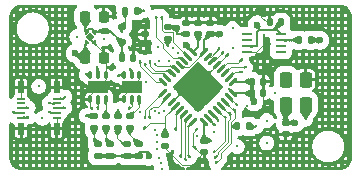
<source format=gbr>
%TF.GenerationSoftware,KiCad,Pcbnew,9.0.2*%
%TF.CreationDate,2025-06-09T13:24:08-05:00*%
%TF.ProjectId,ICEBATS384,49434542-4154-4533-9338-342e6b696361,rev?*%
%TF.SameCoordinates,Original*%
%TF.FileFunction,Copper,L1,Top*%
%TF.FilePolarity,Positive*%
%FSLAX46Y46*%
G04 Gerber Fmt 4.6, Leading zero omitted, Abs format (unit mm)*
G04 Created by KiCad (PCBNEW 9.0.2) date 2025-06-09 13:24:08*
%MOMM*%
%LPD*%
G01*
G04 APERTURE LIST*
G04 Aperture macros list*
%AMRoundRect*
0 Rectangle with rounded corners*
0 $1 Rounding radius*
0 $2 $3 $4 $5 $6 $7 $8 $9 X,Y pos of 4 corners*
0 Add a 4 corners polygon primitive as box body*
4,1,4,$2,$3,$4,$5,$6,$7,$8,$9,$2,$3,0*
0 Add four circle primitives for the rounded corners*
1,1,$1+$1,$2,$3*
1,1,$1+$1,$4,$5*
1,1,$1+$1,$6,$7*
1,1,$1+$1,$8,$9*
0 Add four rect primitives between the rounded corners*
20,1,$1+$1,$2,$3,$4,$5,0*
20,1,$1+$1,$4,$5,$6,$7,0*
20,1,$1+$1,$6,$7,$8,$9,0*
20,1,$1+$1,$8,$9,$2,$3,0*%
%AMRotRect*
0 Rectangle, with rotation*
0 The origin of the aperture is its center*
0 $1 length*
0 $2 width*
0 $3 Rotation angle, in degrees counterclockwise*
0 Add horizontal line*
21,1,$1,$2,0,0,$3*%
%AMFreePoly0*
4,1,6,0.130000,0.115000,0.130000,-0.115000,-0.130000,-0.115000,-0.130000,0.275000,-0.020000,0.275000,0.130000,0.115000,0.130000,0.115000,$1*%
%AMFreePoly1*
4,1,6,0.130000,-0.115000,-0.130000,-0.115000,-0.130000,0.115000,0.020000,0.275000,0.130000,0.275000,0.130000,-0.115000,0.130000,-0.115000,$1*%
G04 Aperture macros list end*
%TA.AperFunction,SMDPad,CuDef*%
%ADD10RoundRect,0.112500X-0.237500X0.112500X-0.237500X-0.112500X0.237500X-0.112500X0.237500X0.112500X0*%
%TD*%
%TA.AperFunction,SMDPad,CuDef*%
%ADD11RoundRect,0.147500X-0.172500X0.147500X-0.172500X-0.147500X0.172500X-0.147500X0.172500X0.147500X0*%
%TD*%
%TA.AperFunction,SMDPad,CuDef*%
%ADD12RoundRect,0.135000X0.185000X-0.135000X0.185000X0.135000X-0.185000X0.135000X-0.185000X-0.135000X0*%
%TD*%
%TA.AperFunction,SMDPad,CuDef*%
%ADD13RoundRect,0.140000X0.170000X-0.140000X0.170000X0.140000X-0.170000X0.140000X-0.170000X-0.140000X0*%
%TD*%
%TA.AperFunction,SMDPad,CuDef*%
%ADD14RoundRect,0.075000X0.075000X-0.247500X0.075000X0.247500X-0.075000X0.247500X-0.075000X-0.247500X0*%
%TD*%
%TA.AperFunction,HeatsinkPad*%
%ADD15R,1.700000X1.010000*%
%TD*%
%TA.AperFunction,SMDPad,CuDef*%
%ADD16RoundRect,0.225000X-0.225000X-0.250000X0.225000X-0.250000X0.225000X0.250000X-0.225000X0.250000X0*%
%TD*%
%TA.AperFunction,SMDPad,CuDef*%
%ADD17RoundRect,0.140000X-0.140000X-0.170000X0.140000X-0.170000X0.140000X0.170000X-0.140000X0.170000X0*%
%TD*%
%TA.AperFunction,SMDPad,CuDef*%
%ADD18RoundRect,0.062500X-0.387500X-0.062500X0.387500X-0.062500X0.387500X0.062500X-0.387500X0.062500X0*%
%TD*%
%TA.AperFunction,HeatsinkPad*%
%ADD19R,0.200000X1.600000*%
%TD*%
%TA.AperFunction,SMDPad,CuDef*%
%ADD20RoundRect,0.062500X-0.220971X-0.309359X0.309359X0.220971X0.220971X0.309359X-0.309359X-0.220971X0*%
%TD*%
%TA.AperFunction,SMDPad,CuDef*%
%ADD21RoundRect,0.062500X0.220971X-0.309359X0.309359X-0.220971X-0.220971X0.309359X-0.309359X0.220971X0*%
%TD*%
%TA.AperFunction,HeatsinkPad*%
%ADD22RotRect,3.100000X3.100000X45.000000*%
%TD*%
%TA.AperFunction,SMDPad,CuDef*%
%ADD23RoundRect,0.135000X-0.185000X0.135000X-0.185000X-0.135000X0.185000X-0.135000X0.185000X0.135000X0*%
%TD*%
%TA.AperFunction,SMDPad,CuDef*%
%ADD24RoundRect,0.135000X0.135000X0.185000X-0.135000X0.185000X-0.135000X-0.185000X0.135000X-0.185000X0*%
%TD*%
%TA.AperFunction,SMDPad,CuDef*%
%ADD25RoundRect,0.140000X-0.170000X0.140000X-0.170000X-0.140000X0.170000X-0.140000X0.170000X0.140000X0*%
%TD*%
%TA.AperFunction,SMDPad,CuDef*%
%ADD26RoundRect,0.140000X0.140000X0.170000X-0.140000X0.170000X-0.140000X-0.170000X0.140000X-0.170000X0*%
%TD*%
%TA.AperFunction,SMDPad,CuDef*%
%ADD27FreePoly0,0.000000*%
%TD*%
%TA.AperFunction,SMDPad,CuDef*%
%ADD28FreePoly1,0.000000*%
%TD*%
%TA.AperFunction,SMDPad,CuDef*%
%ADD29FreePoly0,180.000000*%
%TD*%
%TA.AperFunction,SMDPad,CuDef*%
%ADD30FreePoly1,180.000000*%
%TD*%
%TA.AperFunction,SMDPad,CuDef*%
%ADD31RotRect,0.520000X0.520000X225.000000*%
%TD*%
%TA.AperFunction,SMDPad,CuDef*%
%ADD32R,0.700000X0.220000*%
%TD*%
%TA.AperFunction,SMDPad,CuDef*%
%ADD33R,0.500000X1.000000*%
%TD*%
%TA.AperFunction,SMDPad,CuDef*%
%ADD34RoundRect,0.250000X0.300000X-0.400000X0.300000X0.400000X-0.300000X0.400000X-0.300000X-0.400000X0*%
%TD*%
%TA.AperFunction,ViaPad*%
%ADD35C,0.250000*%
%TD*%
%TA.AperFunction,ViaPad*%
%ADD36C,0.600000*%
%TD*%
%TA.AperFunction,Conductor*%
%ADD37C,0.120000*%
%TD*%
%TA.AperFunction,Conductor*%
%ADD38C,0.200000*%
%TD*%
G04 APERTURE END LIST*
D10*
%TO.P,U3,3,VSS*%
%TO.N,GND*%
X37000000Y-35500000D03*
%TO.P,U3,2,VDD*%
%TO.N,+3V3*%
X35000000Y-36150000D03*
%TO.P,U3,1,|RST*%
%TO.N,F_|CRST*%
X35000000Y-34850000D03*
%TD*%
D11*
%TO.P,D2,2,A*%
%TO.N,+3V3*%
X34000000Y-45800000D03*
%TO.P,D2,1,K*%
%TO.N,Net-(D2-K)*%
X34000000Y-44830000D03*
%TD*%
D12*
%TO.P,R6,2*%
%TO.N,Net-(Q1-D2)*%
X33686790Y-42448711D03*
%TO.P,R6,1*%
%TO.N,Net-(D2-K)*%
X33686790Y-43468711D03*
%TD*%
%TO.P,R5,2*%
%TO.N,Net-(Q1-D1)*%
X32686790Y-42448711D03*
%TO.P,R5,1*%
%TO.N,Net-(D1-K)*%
X32686790Y-43468711D03*
%TD*%
%TO.P,R7,2*%
%TO.N,Net-(Q2-D1)*%
X34686790Y-42448711D03*
%TO.P,R7,1*%
%TO.N,Net-(D3-K)*%
X34686790Y-43468711D03*
%TD*%
D13*
%TO.P,C7,1*%
%TO.N,+1V2*%
X41500000Y-35480000D03*
%TO.P,C7,2*%
%TO.N,GND*%
X41500000Y-34520000D03*
%TD*%
D11*
%TO.P,D4,1,K*%
%TO.N,Net-(D4-K)*%
X36500000Y-44830000D03*
%TO.P,D4,2,A*%
%TO.N,+3V3*%
X36500000Y-45800000D03*
%TD*%
D14*
%TO.P,Q1,1,S1*%
%TO.N,GND*%
X32350000Y-41000000D03*
%TO.P,Q1,2,G1*%
%TO.N,F_|CRST*%
X33000000Y-41000000D03*
%TO.P,Q1,3,D2*%
%TO.N,Net-(Q1-D2)*%
X33650000Y-41000000D03*
%TO.P,Q1,4,S2*%
%TO.N,GND*%
X33650000Y-38945000D03*
%TO.P,Q1,5,G2*%
%TO.N,F_CDONE*%
X33000000Y-38945000D03*
%TO.P,Q1,6,D1*%
%TO.N,Net-(Q1-D1)*%
X32350000Y-38945000D03*
D15*
%TO.P,Q1,7*%
%TO.N,GND*%
X33000000Y-39972500D03*
%TD*%
D16*
%TO.P,C9,1*%
%TO.N,+3V3*%
X31950000Y-34000000D03*
%TO.P,C9,2*%
%TO.N,GND*%
X33500000Y-34000000D03*
%TD*%
D14*
%TO.P,Q2,1,S1*%
%TO.N,GND*%
X35200000Y-41000000D03*
%TO.P,Q2,2,G1*%
%TO.N,F_IO31*%
X35850000Y-41000000D03*
%TO.P,Q2,3,D2*%
%TO.N,Net-(Q2-D2)*%
X36500000Y-41000000D03*
%TO.P,Q2,4,S2*%
%TO.N,GND*%
X36500000Y-38945000D03*
%TO.P,Q2,5,G2*%
%TO.N,F_IO32*%
X35850000Y-38945000D03*
%TO.P,Q2,6,D1*%
%TO.N,Net-(Q2-D1)*%
X35200000Y-38945000D03*
D15*
%TO.P,Q2,7*%
%TO.N,GND*%
X35850000Y-39972500D03*
%TD*%
D17*
%TO.P,C11,1*%
%TO.N,+3V3*%
X35040000Y-37500000D03*
%TO.P,C11,2*%
%TO.N,GND*%
X36000000Y-37500000D03*
%TD*%
D18*
%TO.P,U2,1,/CS*%
%TO.N,F_|SS*%
X45650000Y-35500000D03*
%TO.P,U2,2,DO_(IO\u002C)*%
%TO.N,F_SI*%
X45650000Y-36000000D03*
%TO.P,U2,3,/WP*%
%TO.N,+3V3*%
X45650000Y-36500000D03*
%TO.P,U2,4,GND*%
%TO.N,GND*%
X45650000Y-37000000D03*
%TO.P,U2,5,DI(IO0*%
%TO.N,F_SO*%
X48500000Y-37000000D03*
%TO.P,U2,6,CLK*%
%TO.N,F_SCK*%
X48500000Y-36500000D03*
%TO.P,U2,7,/HOLD*%
%TO.N,W_|HOLD*%
X48500000Y-36000000D03*
%TO.P,U2,8,VCC*%
%TO.N,+3V3*%
X48500000Y-35500000D03*
D19*
%TO.P,U2,9,EPAD*%
%TO.N,GND*%
X47075000Y-36250000D03*
%TD*%
D20*
%TO.P,U1,1,IOL_2B*%
%TO.N,F_IO1*%
X38538990Y-40486136D03*
%TO.P,U1,2,IOL_2A*%
%TO.N,F_IO2*%
X38892544Y-40839689D03*
%TO.P,U1,3,GND*%
%TO.N,GND*%
X39246097Y-41193243D03*
%TO.P,U1,4,VCCIO_3*%
%TO.N,+3V3*%
X39599651Y-41546796D03*
%TO.P,U1,5,IOL_4A*%
%TO.N,F_IO5*%
X39953204Y-41900349D03*
%TO.P,U1,6,IOL_4B_GBIN7*%
%TO.N,F_IO6*%
X40306757Y-42253903D03*
%TO.P,U1,7,IOL_5B*%
%TO.N,F_IO7*%
X40660311Y-42607456D03*
%TO.P,U1,8,IOL_5A_GBIN6*%
%TO.N,F_IO8*%
X41013864Y-42961010D03*
D21*
%TO.P,U1,9,VCCIO_2*%
%TO.N,+3V3*%
X41986136Y-42961010D03*
%TO.P,U1,10,CRESET_B*%
%TO.N,F_|CRST*%
X42339689Y-42607456D03*
%TO.P,U1,11,CDONE*%
%TO.N,F_CDONE*%
X42693243Y-42253903D03*
%TO.P,U1,12,IOB_24_SDO*%
%TO.N,F_IO12*%
X43046796Y-41900349D03*
%TO.P,U1,13,IOB_25_SDI*%
%TO.N,F_IO13*%
X43400349Y-41546796D03*
%TO.P,U1,14,IOB_27_SS*%
%TO.N,F_IO14*%
X43753903Y-41193243D03*
%TO.P,U1,15,IOB_26_SCK*%
%TO.N,F_IO15*%
X44107456Y-40839689D03*
%TO.P,U1,16,VCC_SPI*%
%TO.N,+3V3*%
X44461010Y-40486136D03*
D20*
%TO.P,U1,17,VCCIO_1*%
X44461010Y-39513864D03*
%TO.P,U1,18,IOR_34*%
%TO.N,F_IO18*%
X44107456Y-39160311D03*
%TO.P,U1,19,IOR_35_GBIN3*%
%TO.N,F_IO19*%
X43753903Y-38806757D03*
%TO.P,U1,20,IOR_36_GBIN2*%
%TO.N,F_IO20*%
X43400349Y-38453204D03*
%TO.P,U1,21,GND*%
%TO.N,GND*%
X43046796Y-38099651D03*
%TO.P,U1,22,IOR_38*%
%TO.N,F_IO22*%
X42693243Y-37746097D03*
%TO.P,U1,23,IOR_39*%
%TO.N,F_IO23*%
X42339689Y-37392544D03*
%TO.P,U1,24,VPP_2V5*%
%TO.N,+3V3*%
X41986136Y-37038990D03*
D21*
%TO.P,U1,25,VCC*%
%TO.N,+1V2*%
X41013864Y-37038990D03*
%TO.P,U1,26,IOT_45*%
%TO.N,F_IO26*%
X40660311Y-37392544D03*
%TO.P,U1,27,IOT_47*%
%TO.N,F_IO27*%
X40306757Y-37746097D03*
%TO.P,U1,28,VCCIO_0*%
%TO.N,+3V3*%
X39953204Y-38099651D03*
%TO.P,U1,29,IOT_49_GBIN0*%
%TO.N,F_IO29*%
X39599651Y-38453204D03*
%TO.P,U1,30,IOT_50_GBIN1*%
%TO.N,F_IO30*%
X39246097Y-38806757D03*
%TO.P,U1,31,IOT_53*%
%TO.N,F_IO31*%
X38892544Y-39160311D03*
%TO.P,U1,32,IOT_52*%
%TO.N,F_IO32*%
X38538990Y-39513864D03*
D22*
%TO.P,U1,33,33*%
%TO.N,GND*%
X41500000Y-40000000D03*
%TD*%
D23*
%TO.P,R3,1*%
%TO.N,+3V3*%
X38900000Y-34880000D03*
%TO.P,R3,2*%
%TO.N,F_CDONE*%
X38900000Y-35900000D03*
%TD*%
D24*
%TO.P,R1,1*%
%TO.N,+3V3*%
X45800000Y-43300000D03*
%TO.P,R1,2*%
%TO.N,F_IO14*%
X44780000Y-43300000D03*
%TD*%
D25*
%TO.P,C5,1*%
%TO.N,+3V3*%
X38700000Y-44020000D03*
%TO.P,C5,2*%
%TO.N,GND*%
X38700000Y-44980000D03*
%TD*%
D24*
%TO.P,R4,1*%
%TO.N,+3V3*%
X51010000Y-36000000D03*
%TO.P,R4,2*%
%TO.N,W_|HOLD*%
X49990000Y-36000000D03*
%TD*%
D25*
%TO.P,C4,1*%
%TO.N,+3V3*%
X42000000Y-44500000D03*
%TO.P,C4,2*%
%TO.N,GND*%
X42000000Y-45460000D03*
%TD*%
D26*
%TO.P,C8,1*%
%TO.N,+3V3*%
X48500000Y-34500000D03*
%TO.P,C8,2*%
%TO.N,GND*%
X47540000Y-34500000D03*
%TD*%
D11*
%TO.P,D3,1,K*%
%TO.N,Net-(D3-K)*%
X35500000Y-44830000D03*
%TO.P,D3,2,A*%
%TO.N,+3V3*%
X35500000Y-45800000D03*
%TD*%
D17*
%TO.P,C3,1*%
%TO.N,+3V3*%
X46040000Y-39500000D03*
%TO.P,C3,2*%
%TO.N,GND*%
X47000000Y-39500000D03*
%TD*%
D25*
%TO.P,C12,1*%
%TO.N,+3V3*%
X48900000Y-43000000D03*
%TO.P,C12,2*%
%TO.N,GND*%
X48900000Y-43960000D03*
%TD*%
D11*
%TO.P,D1,1,K*%
%TO.N,Net-(D1-K)*%
X33000000Y-44830000D03*
%TO.P,D1,2,A*%
%TO.N,+3V3*%
X33000000Y-45800000D03*
%TD*%
D16*
%TO.P,C10,1*%
%TO.N,+1V2*%
X31950000Y-37500000D03*
%TO.P,C10,2*%
%TO.N,GND*%
X33500000Y-37500000D03*
%TD*%
D27*
%TO.P,U4,1,OUT*%
%TO.N,+1V2*%
X32039627Y-36240502D03*
D28*
%TO.P,U4,2,GND*%
%TO.N,GND*%
X32689627Y-36240502D03*
D29*
%TO.P,U4,3,EN*%
%TO.N,+3V3*%
X32689627Y-35270502D03*
D30*
%TO.P,U4,4,IN*%
X32039627Y-35270502D03*
D31*
%TO.P,U4,5,GND*%
%TO.N,GND*%
X32364627Y-35755502D03*
%TD*%
D32*
%TO.P,J1,1,1*%
%TO.N,GND*%
X29549999Y-42550005D03*
%TO.P,J1,2,2*%
%TO.N,+3V3*%
X29549999Y-42150003D03*
%TO.P,J1,3,3*%
%TO.N,F_IO13*%
X29549999Y-41750004D03*
%TO.P,J1,4,4*%
%TO.N,F_IO12*%
X29549999Y-41350005D03*
%TO.P,J1,5,5*%
%TO.N,F_IO15*%
X29549999Y-40950003D03*
%TO.P,J1,6,6*%
%TO.N,F_IO14*%
X26450001Y-42550005D03*
%TO.P,J1,7,7*%
%TO.N,F_|CRST*%
X26450001Y-42150003D03*
%TO.P,J1,8,8*%
%TO.N,W_|HOLD*%
X26450001Y-41750004D03*
%TO.P,J1,9,9*%
%TO.N,unconnected-(J1-Pad9)*%
X26450001Y-41350005D03*
%TO.P,J1,10,10*%
%TO.N,GND*%
X26450001Y-40950003D03*
D33*
%TO.P,J1,P1,P1*%
X29500000Y-43500000D03*
%TO.P,J1,P2,P2*%
X29500000Y-40000008D03*
%TO.P,J1,P3,P3*%
X26500000Y-43500000D03*
%TO.P,J1,P4,P4*%
X26500000Y-40000008D03*
%TD*%
D17*
%TO.P,C2,1*%
%TO.N,+3V3*%
X46040000Y-40500000D03*
%TO.P,C2,2*%
%TO.N,GND*%
X47000000Y-40500000D03*
%TD*%
D13*
%TO.P,C1,1*%
%TO.N,+3V3*%
X42500000Y-35480000D03*
%TO.P,C1,2*%
%TO.N,GND*%
X42500000Y-34520000D03*
%TD*%
D24*
%TO.P,R2,1*%
%TO.N,+3V3*%
X36300000Y-33500000D03*
%TO.P,R2,2*%
%TO.N,F_|CRST*%
X35280000Y-33500000D03*
%TD*%
D34*
%TO.P,Y1,1,Tri-State*%
%TO.N,CLOCK_EN*%
X50599651Y-41453204D03*
%TO.P,Y1,2,GND*%
%TO.N,GND*%
X50599651Y-39353204D03*
%TO.P,Y1,3,OUT*%
%TO.N,CLOCK*%
X48949651Y-39353204D03*
%TO.P,Y1,4,VDD*%
%TO.N,+3V3*%
X48949651Y-41453204D03*
%TD*%
D13*
%TO.P,C6,1*%
%TO.N,+3V3*%
X40500000Y-35480000D03*
%TO.P,C6,2*%
%TO.N,GND*%
X40500000Y-34520000D03*
%TD*%
D12*
%TO.P,R8,2*%
%TO.N,Net-(Q2-D2)*%
X35686790Y-42448711D03*
%TO.P,R8,1*%
%TO.N,Net-(D4-K)*%
X35686790Y-43468711D03*
%TD*%
D35*
%TO.N,GND*%
X47300000Y-38700000D03*
X47600000Y-42000000D03*
X41400000Y-43500000D03*
X45600000Y-41600000D03*
X35600000Y-36600000D03*
X37000000Y-36000000D03*
%TO.N,+3V3*%
X36900000Y-43500000D03*
%TO.N,GND*%
X26000000Y-40000000D03*
X26000000Y-43500000D03*
X30000000Y-43500000D03*
X30099992Y-40000008D03*
X32500000Y-41800000D03*
%TO.N,F_IO15*%
X44800000Y-45000000D03*
X41400000Y-44100000D03*
%TO.N,F_IO27*%
X37949997Y-34000000D03*
%TO.N,F_IO26*%
X38400000Y-34000000D03*
%TO.N,F_IO23*%
X43279972Y-36679888D03*
%TO.N,F_IO22*%
X43597505Y-36998753D03*
%TO.N,F_IO20*%
X45200000Y-37600000D03*
%TO.N,F_IO19*%
X45500000Y-38300000D03*
%TO.N,F_IO18*%
X45200000Y-38700000D03*
%TO.N,GND*%
X44000000Y-37200000D03*
X41200000Y-45100000D03*
%TO.N,+3V3*%
X42600000Y-44500000D03*
%TO.N,GND*%
X47600000Y-36300000D03*
X43200000Y-34600000D03*
X46800000Y-33600000D03*
X34500000Y-33700000D03*
%TO.N,+3V3*%
X44400000Y-35000000D03*
X44400000Y-36700000D03*
X47300000Y-42800000D03*
X47300000Y-44700000D03*
X28000000Y-39900000D03*
X28300000Y-42600000D03*
X46400000Y-43300000D03*
X36900000Y-33500000D03*
%TO.N,F_IO14*%
X43018283Y-46373133D03*
%TO.N,F_IO13*%
X42909142Y-45936567D03*
%TO.N,F_IO12*%
X42800000Y-45500000D03*
%TO.N,F_IO14*%
X38418283Y-46873133D03*
%TO.N,F_IO13*%
X38309142Y-46436567D03*
%TO.N,F_IO12*%
X38200000Y-46000000D03*
%TO.N,F_IO1*%
X36949997Y-42600000D03*
%TO.N,F_IO2*%
X37400000Y-42600000D03*
%TO.N,F_IO7*%
X38603976Y-41997987D03*
%TO.N,F_IO6*%
X38202495Y-42201247D03*
%TO.N,F_IO5*%
X37800000Y-42000000D03*
%TO.N,F_IO8*%
X38000000Y-45200000D03*
%TO.N,F_IO7*%
X38000000Y-44600000D03*
%TO.N,F_IO6*%
X38001247Y-44002495D03*
%TO.N,F_IO5*%
X37800000Y-43600000D03*
X39601247Y-43597505D03*
%TO.N,F_IO6*%
X40000000Y-45900000D03*
%TO.N,F_IO7*%
X40419006Y-46139468D03*
%TO.N,F_IO8*%
X40800000Y-45900000D03*
%TO.N,GND*%
X33900000Y-38300000D03*
%TO.N,F_IO32*%
X36600000Y-37800000D03*
%TO.N,F_IO30*%
X37400000Y-37800000D03*
%TO.N,+1V2*%
X39800000Y-37100000D03*
%TO.N,F_CDONE*%
X38900000Y-36500000D03*
%TO.N,W_|HOLD*%
X39396809Y-36675000D03*
%TO.N,+3V3*%
X36600000Y-42100000D03*
%TO.N,F_|CRST*%
X33500000Y-35900000D03*
%TO.N,F_IO31*%
X37100000Y-39500000D03*
%TO.N,F_CDONE*%
X39000000Y-37800000D03*
%TO.N,Net-(Q2-D1)*%
X34700000Y-41900000D03*
X34700000Y-39000000D03*
%TO.N,Net-(Q1-D1)*%
X32000000Y-42400000D03*
X32000000Y-38900000D03*
%TO.N,F_CDONE*%
X32900000Y-38300000D03*
%TO.N,F_|CRST*%
X33000000Y-41800000D03*
%TO.N,F_IO31*%
X35600000Y-41800000D03*
%TO.N,F_IO32*%
X35700000Y-38400000D03*
%TO.N,F_|CRST*%
X31200000Y-35700000D03*
%TO.N,W_|HOLD*%
X49300000Y-36000000D03*
X48000000Y-40500000D03*
%TO.N,F_IO12*%
X43800000Y-42500000D03*
%TO.N,F_IO13*%
X44200000Y-42200000D03*
%TO.N,F_IO14*%
X44598753Y-41902495D03*
%TO.N,F_IO15*%
X44800000Y-41500000D03*
X30200000Y-40800000D03*
%TO.N,F_IO13*%
X30200000Y-41700000D03*
%TO.N,F_IO14*%
X27100000Y-42500000D03*
%TO.N,W_|HOLD*%
X27100000Y-41700000D03*
%TO.N,F_|CRST*%
X25800000Y-42100000D03*
%TO.N,F_IO12*%
X28900000Y-41300000D03*
%TO.N,+3V3*%
X28900000Y-42100000D03*
%TO.N,CLOCK_EN*%
X42800000Y-43800000D03*
%TO.N,F_|CRST*%
X35000000Y-35300000D03*
X38100000Y-36600000D03*
%TO.N,CLOCK_EN*%
X50600000Y-42700000D03*
%TO.N,F_|CRST*%
X42900000Y-43200000D03*
%TO.N,F_CDONE*%
X43200000Y-42800000D03*
%TO.N,+3V3*%
X44100000Y-40100000D03*
%TO.N,F_IO29*%
X37800002Y-38006158D03*
%TO.N,F_IO31*%
X36999998Y-38006158D03*
%TO.N,CLOCK_EN*%
X38200001Y-37800000D03*
D36*
%TO.N,+1V2*%
X40500000Y-36400000D03*
X31100000Y-37100000D03*
%TO.N,+3V3*%
X39700000Y-35000000D03*
X43300000Y-35500000D03*
X51800000Y-36000000D03*
X49700000Y-43000000D03*
X46200000Y-41200000D03*
X46500000Y-34700000D03*
X37300000Y-45815000D03*
X33600000Y-35200000D03*
%TD*%
D37*
%TO.N,GND*%
X41014000Y-44914000D02*
X41200000Y-45100000D01*
X41014000Y-43886000D02*
X41014000Y-44914000D01*
X41400000Y-43500000D02*
X41014000Y-43886000D01*
%TO.N,F_IO8*%
X40635000Y-43339874D02*
X41013864Y-42961010D01*
X40635000Y-45735000D02*
X40635000Y-43339874D01*
X40800000Y-45900000D02*
X40635000Y-45735000D01*
%TO.N,GND*%
X47000000Y-39000000D02*
X47300000Y-38700000D01*
X47000000Y-39500000D02*
X47000000Y-39000000D01*
X47000000Y-41400000D02*
X47600000Y-42000000D01*
X47000000Y-40500000D02*
X47000000Y-41400000D01*
X46800000Y-34000000D02*
X47300000Y-34500000D01*
X46800000Y-33600000D02*
X46800000Y-34000000D01*
X47300000Y-34500000D02*
X47540000Y-34500000D01*
X36000000Y-37000000D02*
X35600000Y-36600000D01*
X36000000Y-37500000D02*
X36000000Y-37000000D01*
X37000000Y-35500000D02*
X37000000Y-36000000D01*
X33650000Y-39322500D02*
X33000000Y-39972500D01*
X33650000Y-38945000D02*
X33650000Y-39322500D01*
X36500000Y-39322500D02*
X35850000Y-39972500D01*
X36500000Y-38945000D02*
X36500000Y-39322500D01*
%TO.N,+3V3*%
X37400000Y-43000000D02*
X36900000Y-43500000D01*
X38700000Y-43000000D02*
X37400000Y-43000000D01*
X38700000Y-43000000D02*
X38700000Y-42446447D01*
%TO.N,GND*%
X30099992Y-40000008D02*
X29500000Y-40000008D01*
X26000008Y-40000008D02*
X26000000Y-40000000D01*
X26500000Y-40000008D02*
X26000008Y-40000008D01*
X26500000Y-43500000D02*
X26000000Y-43500000D01*
X29500000Y-43500000D02*
X30000000Y-43500000D01*
X32350000Y-41650000D02*
X32500000Y-41800000D01*
X32350000Y-41000000D02*
X32350000Y-41650000D01*
%TO.N,F_IO27*%
X37949997Y-35749997D02*
X37949997Y-34000000D01*
X38486000Y-36286000D02*
X37949997Y-35749997D01*
X38486000Y-36631887D02*
X38486000Y-36286000D01*
X39340113Y-37486000D02*
X38486000Y-36631887D01*
X40046660Y-37486000D02*
X39340113Y-37486000D01*
X40306757Y-37746097D02*
X40046660Y-37486000D01*
%TO.N,+3V3*%
X40734986Y-38290140D02*
X41986136Y-37038990D01*
X40143693Y-38290140D02*
X40734986Y-38290140D01*
X39953204Y-38099651D02*
X40143693Y-38290140D01*
%TO.N,F_IO23*%
X42567316Y-37392544D02*
X43279972Y-36679888D01*
X42339689Y-37392544D02*
X42567316Y-37392544D01*
%TO.N,F_IO22*%
X42850161Y-37746097D02*
X43597505Y-36998753D01*
X42693243Y-37746097D02*
X42850161Y-37746097D01*
%TO.N,GND*%
X43100349Y-38099651D02*
X43046796Y-38099651D01*
X44000000Y-37200000D02*
X43100349Y-38099651D01*
%TO.N,F_IO20*%
X43953553Y-37900000D02*
X43400349Y-38453204D01*
X44900000Y-37900000D02*
X43953553Y-37900000D01*
X45200000Y-37600000D02*
X44900000Y-37900000D01*
%TO.N,F_IO19*%
X44260660Y-38300000D02*
X45500000Y-38300000D01*
X43753903Y-38806757D02*
X44260660Y-38300000D01*
%TO.N,F_IO18*%
X44567767Y-38700000D02*
X45200000Y-38700000D01*
X44107456Y-39160311D02*
X44567767Y-38700000D01*
%TO.N,GND*%
X41500000Y-39646447D02*
X43046796Y-38099651D01*
X41500000Y-40000000D02*
X41500000Y-39646447D01*
X40439340Y-40000000D02*
X41500000Y-40000000D01*
X39246097Y-41193243D02*
X40439340Y-40000000D01*
X41560000Y-45460000D02*
X41200000Y-45100000D01*
X42000000Y-45460000D02*
X41560000Y-45460000D01*
X38700000Y-45145887D02*
X38700000Y-44980000D01*
X40079581Y-46525468D02*
X38700000Y-45145887D01*
X40934532Y-46525468D02*
X40079581Y-46525468D01*
X42000000Y-45460000D02*
X40934532Y-46525468D01*
D38*
%TO.N,+3V3*%
X42000000Y-44500000D02*
X42600000Y-44500000D01*
D37*
%TO.N,GND*%
X47550000Y-36250000D02*
X47600000Y-36300000D01*
X47075000Y-36250000D02*
X47550000Y-36250000D01*
X43120000Y-34520000D02*
X43200000Y-34600000D01*
X42500000Y-34520000D02*
X43120000Y-34520000D01*
X46369110Y-37000000D02*
X45650000Y-37000000D01*
X47075000Y-36294110D02*
X46369110Y-37000000D01*
X47075000Y-36250000D02*
X47075000Y-36294110D01*
X34200000Y-34000000D02*
X34500000Y-33700000D01*
X33500000Y-34000000D02*
X34200000Y-34000000D01*
X33500000Y-37050875D02*
X33500000Y-37500000D01*
X32689627Y-36240502D02*
X33500000Y-37050875D01*
X32364627Y-35915502D02*
X32689627Y-36240502D01*
X32364627Y-35755502D02*
X32364627Y-35915502D01*
X26450001Y-40050007D02*
X26500000Y-40000008D01*
X26450001Y-40950003D02*
X26450001Y-40050007D01*
X29549999Y-43450001D02*
X29500000Y-43500000D01*
X29549999Y-42550005D02*
X29549999Y-43450001D01*
%TO.N,+3V3*%
X45800000Y-43300000D02*
X46400000Y-43300000D01*
%TO.N,F_IO14*%
X44780000Y-43300000D02*
X44242000Y-43300000D01*
X44242000Y-43300000D02*
X44242000Y-44683083D01*
%TO.N,+3V3*%
X39580000Y-34880000D02*
X39700000Y-35000000D01*
X38900000Y-34880000D02*
X39580000Y-34880000D01*
X36300000Y-33500000D02*
X36900000Y-33500000D01*
%TO.N,F_|CRST*%
X35280000Y-33500000D02*
X35280000Y-34570000D01*
X35280000Y-34570000D02*
X35000000Y-34850000D01*
%TO.N,F_IO14*%
X43018283Y-46322567D02*
X43018283Y-46373133D01*
X43407000Y-45984596D02*
X43069029Y-46322567D01*
X43069029Y-46322567D02*
X43018283Y-46322567D01*
X44242000Y-44683083D02*
X43407000Y-45518084D01*
X43407000Y-45518084D02*
X43407000Y-45984596D01*
X44598753Y-42601247D02*
X44242000Y-42958000D01*
X44598753Y-41902495D02*
X44598753Y-42601247D01*
X44242000Y-42958000D02*
X44242000Y-43300000D01*
%TO.N,F_IO13*%
X42959709Y-45886000D02*
X42909142Y-45936567D01*
X42959887Y-45886000D02*
X42959709Y-45886000D01*
X43186000Y-45659887D02*
X42959887Y-45886000D01*
X44021000Y-42824887D02*
X44021000Y-44591541D01*
X44021000Y-44591541D02*
X43186000Y-45426542D01*
X44186000Y-42659887D02*
X44021000Y-42824887D01*
X43186000Y-45426542D02*
X43186000Y-45659887D01*
X44186000Y-42340113D02*
X44186000Y-42659887D01*
X44200000Y-42200000D02*
X44122943Y-42277057D01*
X44122943Y-42277057D02*
X44186000Y-42340113D01*
%TO.N,F_IO12*%
X43800000Y-44500000D02*
X42800000Y-45500000D01*
X43800000Y-42500000D02*
X43800000Y-44500000D01*
%TO.N,F_IO7*%
X40414000Y-46059887D02*
X40414000Y-42853767D01*
X40419006Y-46139468D02*
X40419006Y-46064893D01*
X40419006Y-46064893D02*
X40414000Y-46059887D01*
X40414000Y-42853767D02*
X40660311Y-42607456D01*
%TO.N,F_IO6*%
X40000000Y-45900000D02*
X40000000Y-42560660D01*
X40000000Y-42560660D02*
X40306757Y-42253903D01*
%TO.N,F_IO1*%
X37014000Y-41927571D02*
X37014000Y-42535997D01*
X37014000Y-42535997D02*
X36949997Y-42600000D01*
X38455435Y-40486136D02*
X37014000Y-41927571D01*
X38538990Y-40486136D02*
X38455435Y-40486136D01*
%TO.N,F_IO2*%
X37640113Y-41614000D02*
X38118233Y-41614000D01*
X38118233Y-41614000D02*
X38892544Y-40839689D01*
X37363433Y-42563433D02*
X37363433Y-41890680D01*
X37400000Y-42600000D02*
X37363433Y-42563433D01*
X37363433Y-41890680D02*
X37640113Y-41614000D01*
%TO.N,F_IO5*%
X39601247Y-42252306D02*
X39601247Y-43597505D01*
X39953204Y-41900349D02*
X39601247Y-42252306D01*
%TO.N,GND*%
X33900000Y-38300000D02*
X33650000Y-38300000D01*
X33650000Y-38300000D02*
X33650000Y-38945000D01*
X33650000Y-37650000D02*
X33650000Y-38300000D01*
X33500000Y-37500000D02*
X33650000Y-37650000D01*
%TO.N,F_CDONE*%
X38900000Y-36500000D02*
X38900000Y-35900000D01*
%TO.N,+3V3*%
X38700000Y-42446447D02*
X39599651Y-41546796D01*
X38700000Y-44020000D02*
X38700000Y-43000000D01*
%TO.N,Net-(Q2-D1)*%
X34700000Y-42435501D02*
X34686790Y-42448711D01*
X34700000Y-41900000D02*
X34700000Y-42435501D01*
X34755000Y-38945000D02*
X34700000Y-39000000D01*
X35200000Y-38945000D02*
X34755000Y-38945000D01*
%TO.N,Net-(Q1-D1)*%
X32638079Y-42400000D02*
X32686790Y-42448711D01*
X32000000Y-42400000D02*
X32638079Y-42400000D01*
X32045000Y-38945000D02*
X32000000Y-38900000D01*
X32350000Y-38945000D02*
X32045000Y-38945000D01*
%TO.N,F_CDONE*%
X33000000Y-38400000D02*
X32900000Y-38300000D01*
X33000000Y-38945000D02*
X33000000Y-38400000D01*
%TO.N,F_|CRST*%
X33000000Y-41000000D02*
X33000000Y-41800000D01*
%TO.N,F_IO31*%
X35850000Y-41550000D02*
X35600000Y-41800000D01*
X35850000Y-41000000D02*
X35850000Y-41550000D01*
%TO.N,Net-(Q1-D2)*%
X33650000Y-42411921D02*
X33686790Y-42448711D01*
X33650000Y-41000000D02*
X33650000Y-42411921D01*
%TO.N,Net-(Q2-D2)*%
X36500000Y-41635501D02*
X35686790Y-42448711D01*
X36500000Y-41000000D02*
X36500000Y-41635501D01*
%TO.N,GND*%
X32350000Y-40622500D02*
X33000000Y-39972500D01*
X32350000Y-41000000D02*
X32350000Y-40622500D01*
X35200000Y-40622500D02*
X35850000Y-39972500D01*
X35200000Y-41000000D02*
X35200000Y-40622500D01*
%TO.N,F_IO32*%
X35850000Y-38550000D02*
X35700000Y-38400000D01*
X35850000Y-38945000D02*
X35850000Y-38550000D01*
%TO.N,Net-(D4-K)*%
X35686790Y-44016790D02*
X36500000Y-44830000D01*
X35686790Y-43468711D02*
X35686790Y-44016790D01*
%TO.N,Net-(D3-K)*%
X34614000Y-43541501D02*
X34614000Y-44274887D01*
X34686790Y-43468711D02*
X34614000Y-43541501D01*
X34614000Y-44274887D02*
X35169113Y-44830000D01*
X35169113Y-44830000D02*
X35500000Y-44830000D01*
%TO.N,Net-(D1-K)*%
X32686790Y-44516790D02*
X33000000Y-44830000D01*
X32686790Y-43468711D02*
X32686790Y-44516790D01*
%TO.N,Net-(D2-K)*%
X33686790Y-43468711D02*
X33686790Y-44516790D01*
X33686790Y-44516790D02*
X34000000Y-44830000D01*
%TO.N,GND*%
X32350000Y-41000000D02*
X32350000Y-41008332D01*
%TO.N,W_|HOLD*%
X48500000Y-36000000D02*
X49300000Y-36000000D01*
X49300000Y-36000000D02*
X49990000Y-36000000D01*
%TO.N,F_IO12*%
X43646447Y-42500000D02*
X43046796Y-41900349D01*
X43800000Y-42500000D02*
X43646447Y-42500000D01*
%TO.N,F_IO13*%
X44053553Y-42200000D02*
X43400349Y-41546796D01*
X44200000Y-42200000D02*
X44053553Y-42200000D01*
%TO.N,F_IO14*%
X44463155Y-41902495D02*
X43753903Y-41193243D01*
X44598753Y-41902495D02*
X44463155Y-41902495D01*
%TO.N,F_IO15*%
X44767767Y-41500000D02*
X44107456Y-40839689D01*
X44800000Y-41500000D02*
X44767767Y-41500000D01*
X30049997Y-40950003D02*
X30200000Y-40800000D01*
X29549999Y-40950003D02*
X30049997Y-40950003D01*
%TO.N,F_IO13*%
X30149996Y-41750004D02*
X30200000Y-41700000D01*
X29549999Y-41750004D02*
X30149996Y-41750004D01*
%TO.N,F_IO14*%
X27049995Y-42550005D02*
X27100000Y-42500000D01*
X26450001Y-42550005D02*
X27049995Y-42550005D01*
%TO.N,W_|HOLD*%
X27049996Y-41750004D02*
X27100000Y-41700000D01*
X26450001Y-41750004D02*
X27049996Y-41750004D01*
%TO.N,F_|CRST*%
X25850003Y-42150003D02*
X25800000Y-42100000D01*
X26450001Y-42150003D02*
X25850003Y-42150003D01*
%TO.N,F_IO12*%
X28950005Y-41350005D02*
X28900000Y-41300000D01*
X29549999Y-41350005D02*
X28950005Y-41350005D01*
%TO.N,+3V3*%
X28950003Y-42150003D02*
X28900000Y-42100000D01*
X29549999Y-42150003D02*
X28950003Y-42150003D01*
%TO.N,F_|CRST*%
X35000000Y-35300000D02*
X35000000Y-34850000D01*
%TO.N,F_IO29*%
X37993844Y-38200000D02*
X37800002Y-38006158D01*
X39346447Y-38200000D02*
X37993844Y-38200000D01*
X39599651Y-38453204D02*
X39346447Y-38200000D01*
%TO.N,F_IO31*%
X38532233Y-38800000D02*
X38892544Y-39160311D01*
X37600000Y-38800000D02*
X38532233Y-38800000D01*
X36999998Y-38199998D02*
X37600000Y-38800000D01*
X36999998Y-38006158D02*
X36999998Y-38199998D01*
%TO.N,CLOCK_EN*%
X50599651Y-42699651D02*
X50599651Y-41453204D01*
X50600000Y-42700000D02*
X50599651Y-42699651D01*
%TO.N,F_|CRST*%
X42900000Y-43167767D02*
X42339689Y-42607456D01*
X42900000Y-43200000D02*
X42900000Y-43167767D01*
%TO.N,F_CDONE*%
X43200000Y-42800000D02*
X43200000Y-42760660D01*
X43200000Y-42760660D02*
X42693243Y-42253903D01*
D38*
%TO.N,+1V2*%
X40500000Y-36525126D02*
X41013864Y-37038990D01*
X40500000Y-36400000D02*
X40500000Y-36525126D01*
X31500000Y-37500000D02*
X31100000Y-37100000D01*
X31950000Y-37500000D02*
X31500000Y-37500000D01*
%TO.N,+3V3*%
X39700000Y-35480000D02*
X39700000Y-35000000D01*
X39700000Y-35480000D02*
X40500000Y-35480000D01*
X43280000Y-35480000D02*
X43300000Y-35500000D01*
X42500000Y-35480000D02*
X43280000Y-35480000D01*
X51010000Y-36000000D02*
X51800000Y-36000000D01*
X48900000Y-43000000D02*
X49700000Y-43000000D01*
X46040000Y-41040000D02*
X46200000Y-41200000D01*
X46040000Y-40500000D02*
X46040000Y-41040000D01*
X46040000Y-39500000D02*
X46040000Y-40500000D01*
X46040000Y-39500000D02*
X44474874Y-39500000D01*
X46040000Y-40500000D02*
X44474874Y-40500000D01*
X46674000Y-34874000D02*
X46500000Y-34700000D01*
X46674000Y-35149000D02*
X46674000Y-34874000D01*
X34000000Y-45800000D02*
X33000000Y-45800000D01*
X35500000Y-45800000D02*
X36500000Y-45800000D01*
X34000000Y-45800000D02*
X35500000Y-45800000D01*
X37285000Y-45485000D02*
X37300000Y-45500000D01*
X36500000Y-45485000D02*
X37285000Y-45485000D01*
X34050000Y-35200000D02*
X35000000Y-36150000D01*
X33600000Y-35200000D02*
X34050000Y-35200000D01*
X33529498Y-35270502D02*
X33600000Y-35200000D01*
X32689627Y-35270502D02*
X33529498Y-35270502D01*
X32505931Y-35086806D02*
X32223323Y-35086806D01*
X32223323Y-35086806D02*
X32039627Y-35270502D01*
X32689627Y-35270502D02*
X32505931Y-35086806D01*
X31950000Y-35180875D02*
X32039627Y-35270502D01*
X31950000Y-34000000D02*
X31950000Y-35180875D01*
%TO.N,+1V2*%
X31950000Y-36330129D02*
X32039627Y-36240502D01*
X31950000Y-37500000D02*
X31950000Y-36330129D01*
%TO.N,+3V3*%
X35040000Y-36190000D02*
X35000000Y-36150000D01*
X35040000Y-37500000D02*
X35040000Y-36190000D01*
X48149000Y-35149000D02*
X47851000Y-35149000D01*
X48500000Y-35500000D02*
X48149000Y-35149000D01*
X47851000Y-35149000D02*
X48500000Y-34500000D01*
X46674000Y-35149000D02*
X47851000Y-35149000D01*
X46500000Y-35323000D02*
X46674000Y-35149000D01*
X46500000Y-36500000D02*
X46500000Y-35323000D01*
X45650000Y-36500000D02*
X46500000Y-36500000D01*
%TO.N,+1V2*%
X41500000Y-36552854D02*
X41500000Y-35480000D01*
X41013864Y-37038990D02*
X41500000Y-36552854D01*
%TO.N,+3V3*%
X41986136Y-37038990D02*
X41986136Y-35993864D01*
X41986136Y-35993864D02*
X42500000Y-35480000D01*
X42000000Y-42974874D02*
X41986136Y-42961010D01*
X42000000Y-44500000D02*
X42000000Y-42974874D01*
X44474874Y-39500000D02*
X44461010Y-39513864D01*
X44474874Y-40500000D02*
X44461010Y-40486136D01*
X48900000Y-41502855D02*
X48949651Y-41453204D01*
X48900000Y-43000000D02*
X48900000Y-41502855D01*
D37*
%TO.N,F_IO30*%
X39018340Y-38579000D02*
X39246097Y-38806757D01*
X37826957Y-38579000D02*
X39018340Y-38579000D01*
X37400000Y-37800000D02*
X37400000Y-38152043D01*
X37400000Y-38152043D02*
X37826957Y-38579000D01*
%TO.N,F_IO32*%
X36600000Y-37800000D02*
X36600000Y-38152047D01*
X36600000Y-38152047D02*
X37961817Y-39513864D01*
X37961817Y-39513864D02*
X38538990Y-39513864D01*
%TO.N,F_IO26*%
X38610603Y-35332953D02*
X38400000Y-35122350D01*
X39381000Y-35332953D02*
X38610603Y-35332953D01*
X38400000Y-35122350D02*
X38400000Y-34000000D01*
X39381000Y-36113233D02*
X39381000Y-35332953D01*
X40660311Y-37392544D02*
X39381000Y-36113233D01*
%TD*%
%TA.AperFunction,Conductor*%
%TO.N,GND*%
G36*
X31216165Y-33020185D02*
G01*
X31261920Y-33072989D01*
X31271864Y-33142147D01*
X31242839Y-33205703D01*
X31236807Y-33212181D01*
X31152032Y-33296955D01*
X31152029Y-33296959D01*
X31063001Y-33441294D01*
X31062996Y-33441305D01*
X31009651Y-33602290D01*
X30999500Y-33701647D01*
X30999500Y-34298337D01*
X30999501Y-34298355D01*
X31009651Y-34397709D01*
X31026784Y-34449414D01*
X31028466Y-34454912D01*
X31029776Y-34459581D01*
X31031129Y-34463052D01*
X31033299Y-34469076D01*
X31062995Y-34558694D01*
X31062997Y-34558697D01*
X31071517Y-34572511D01*
X31071802Y-34572972D01*
X31080112Y-34589656D01*
X31080136Y-34589645D01*
X31080711Y-34590857D01*
X31081795Y-34593033D01*
X31082031Y-34593639D01*
X31249257Y-34889482D01*
X31265110Y-34957530D01*
X31241656Y-35023345D01*
X31186343Y-35066033D01*
X31141309Y-35074500D01*
X31138389Y-35074500D01*
X31017555Y-35098535D01*
X31017545Y-35098538D01*
X30903716Y-35145687D01*
X30903707Y-35145692D01*
X30801267Y-35214141D01*
X30801263Y-35214144D01*
X30714144Y-35301263D01*
X30714141Y-35301267D01*
X30645692Y-35403707D01*
X30645687Y-35403716D01*
X30598538Y-35517545D01*
X30598535Y-35517555D01*
X30574500Y-35638389D01*
X30574500Y-35761610D01*
X30598535Y-35882444D01*
X30598538Y-35882454D01*
X30645687Y-35996283D01*
X30645692Y-35996292D01*
X30714141Y-36098732D01*
X30714144Y-36098736D01*
X30791258Y-36175850D01*
X30824743Y-36237173D01*
X30819759Y-36306865D01*
X30777887Y-36362798D01*
X30751032Y-36378091D01*
X30720826Y-36390603D01*
X30720814Y-36390609D01*
X30589711Y-36478210D01*
X30589707Y-36478213D01*
X30478213Y-36589707D01*
X30478210Y-36589711D01*
X30390609Y-36720814D01*
X30390602Y-36720827D01*
X30330264Y-36866498D01*
X30330261Y-36866510D01*
X30299500Y-37021153D01*
X30299500Y-37178846D01*
X30330261Y-37333489D01*
X30330264Y-37333501D01*
X30390602Y-37479172D01*
X30390609Y-37479185D01*
X30478210Y-37610288D01*
X30478213Y-37610292D01*
X30589707Y-37721786D01*
X30589712Y-37721790D01*
X30601432Y-37729621D01*
X30623638Y-37744458D01*
X30626792Y-37746681D01*
X30630188Y-37748834D01*
X30639821Y-37755271D01*
X30720815Y-37809391D01*
X30720818Y-37809392D01*
X30720821Y-37809394D01*
X30835238Y-37856786D01*
X30860863Y-37867400D01*
X30861387Y-37867618D01*
X30931045Y-37896941D01*
X30983410Y-37938560D01*
X31045611Y-38024565D01*
X31059773Y-38052233D01*
X31059945Y-38052153D01*
X31062120Y-38056818D01*
X31062839Y-38058222D01*
X31062996Y-38058696D01*
X31152031Y-38203043D01*
X31271955Y-38322967D01*
X31271959Y-38322970D01*
X31418376Y-38413282D01*
X31465101Y-38465230D01*
X31476322Y-38534192D01*
X31456382Y-38587710D01*
X31445691Y-38603709D01*
X31445687Y-38603716D01*
X31398538Y-38717545D01*
X31398535Y-38717555D01*
X31374500Y-38838389D01*
X31374500Y-38961610D01*
X31396777Y-39073605D01*
X31398537Y-39082452D01*
X31407246Y-39103477D01*
X31445687Y-39196283D01*
X31445692Y-39196292D01*
X31514141Y-39298732D01*
X31514144Y-39298736D01*
X31601266Y-39385858D01*
X31680633Y-39438889D01*
X31703714Y-39454311D01*
X31741591Y-39470000D01*
X31792513Y-39509073D01*
X31816484Y-39540312D01*
X31864549Y-39602951D01*
X31984767Y-39695198D01*
X32124764Y-39753187D01*
X32237280Y-39768000D01*
X32237287Y-39768000D01*
X32462713Y-39768000D01*
X32462720Y-39768000D01*
X32575236Y-39753187D01*
X32627550Y-39731517D01*
X32697015Y-39724049D01*
X32722443Y-39731514D01*
X32774764Y-39753187D01*
X32887280Y-39768000D01*
X32887287Y-39768000D01*
X33112713Y-39768000D01*
X33112720Y-39768000D01*
X33225236Y-39753187D01*
X33365233Y-39695198D01*
X33485451Y-39602951D01*
X33561241Y-39504178D01*
X33617667Y-39462978D01*
X33687413Y-39458823D01*
X33741376Y-39486441D01*
X33775000Y-39515930D01*
X33810412Y-39511269D01*
X33810415Y-39511268D01*
X33914287Y-39462832D01*
X33995329Y-39381790D01*
X33997532Y-39378645D01*
X34002231Y-39374888D01*
X34003003Y-39374117D01*
X34003089Y-39374203D01*
X34052109Y-39335019D01*
X34121607Y-39327825D01*
X34183962Y-39359347D01*
X34202210Y-39380876D01*
X34214141Y-39398732D01*
X34214144Y-39398736D01*
X34301263Y-39485855D01*
X34301267Y-39485858D01*
X34403707Y-39554307D01*
X34403716Y-39554312D01*
X34424739Y-39563020D01*
X34517548Y-39601463D01*
X34634282Y-39624682D01*
X34638389Y-39625499D01*
X34638393Y-39625500D01*
X34638394Y-39625500D01*
X34701842Y-39625500D01*
X34768881Y-39645185D01*
X34777328Y-39651124D01*
X34818156Y-39682452D01*
X34834767Y-39695198D01*
X34974764Y-39753187D01*
X35087280Y-39768000D01*
X35087287Y-39768000D01*
X35312713Y-39768000D01*
X35312720Y-39768000D01*
X35425236Y-39753187D01*
X35477550Y-39731517D01*
X35547015Y-39724049D01*
X35572443Y-39731514D01*
X35624764Y-39753187D01*
X35737280Y-39768000D01*
X35737287Y-39768000D01*
X35962713Y-39768000D01*
X35962720Y-39768000D01*
X36075236Y-39753187D01*
X36215233Y-39695198D01*
X36306041Y-39625517D01*
X36371210Y-39600323D01*
X36439655Y-39614361D01*
X36489645Y-39663175D01*
X36495585Y-39677081D01*
X36496206Y-39676824D01*
X36545687Y-39796283D01*
X36545692Y-39796292D01*
X36614141Y-39898732D01*
X36614144Y-39898736D01*
X36680727Y-39965319D01*
X36714212Y-40026642D01*
X36709228Y-40096334D01*
X36667356Y-40152267D01*
X36601892Y-40176684D01*
X36593046Y-40177000D01*
X36387272Y-40177000D01*
X36274764Y-40191813D01*
X36274763Y-40191813D01*
X36222451Y-40213481D01*
X36152981Y-40220948D01*
X36127549Y-40213481D01*
X36100646Y-40202338D01*
X36075236Y-40191813D01*
X36061171Y-40189961D01*
X35962727Y-40177000D01*
X35962720Y-40177000D01*
X35737280Y-40177000D01*
X35737272Y-40177000D01*
X35624764Y-40191813D01*
X35624763Y-40191813D01*
X35484770Y-40249800D01*
X35484767Y-40249801D01*
X35484767Y-40249802D01*
X35424658Y-40295925D01*
X35364546Y-40342051D01*
X35288760Y-40440817D01*
X35232332Y-40482020D01*
X35162586Y-40486174D01*
X35108626Y-40458558D01*
X35075000Y-40429068D01*
X35039586Y-40433730D01*
X35039585Y-40433731D01*
X34935711Y-40482168D01*
X34854668Y-40563211D01*
X34806232Y-40667082D01*
X34806230Y-40667090D01*
X34800001Y-40714404D01*
X34800000Y-40714421D01*
X34800000Y-40875000D01*
X35075500Y-40875000D01*
X35142539Y-40894685D01*
X35188294Y-40947489D01*
X35199500Y-40999000D01*
X35199500Y-41001000D01*
X35179815Y-41068039D01*
X35127011Y-41113794D01*
X35075500Y-41125000D01*
X34800001Y-41125000D01*
X34800001Y-41150500D01*
X34780316Y-41217539D01*
X34727512Y-41263294D01*
X34676001Y-41274500D01*
X34638389Y-41274500D01*
X34517555Y-41298535D01*
X34517541Y-41298539D01*
X34471952Y-41317423D01*
X34402483Y-41324892D01*
X34340004Y-41293617D01*
X34304352Y-41233527D01*
X34300500Y-41202862D01*
X34300500Y-40714786D01*
X34300499Y-40714772D01*
X34299001Y-40703393D01*
X34285687Y-40602264D01*
X34227698Y-40462267D01*
X34224455Y-40458041D01*
X34548500Y-40458041D01*
X34560920Y-40488026D01*
X34590096Y-40425460D01*
X34595091Y-40415864D01*
X34597274Y-40412083D01*
X34603089Y-40402956D01*
X34606209Y-40398500D01*
X34548500Y-40398500D01*
X34548500Y-40458041D01*
X34224455Y-40458041D01*
X34135451Y-40342049D01*
X34015233Y-40249802D01*
X34015229Y-40249800D01*
X33927547Y-40213481D01*
X33875236Y-40191813D01*
X33861171Y-40189961D01*
X33762727Y-40177000D01*
X33762720Y-40177000D01*
X33537280Y-40177000D01*
X33537272Y-40177000D01*
X33424764Y-40191813D01*
X33424763Y-40191813D01*
X33372451Y-40213481D01*
X33302981Y-40220948D01*
X33277549Y-40213481D01*
X33250646Y-40202338D01*
X33225236Y-40191813D01*
X33211171Y-40189961D01*
X33112727Y-40177000D01*
X33112720Y-40177000D01*
X32887280Y-40177000D01*
X32887272Y-40177000D01*
X32774764Y-40191813D01*
X32774763Y-40191813D01*
X32634770Y-40249800D01*
X32634767Y-40249801D01*
X32634767Y-40249802D01*
X32574658Y-40295925D01*
X32514546Y-40342051D01*
X32438760Y-40440817D01*
X32382332Y-40482020D01*
X32312586Y-40486174D01*
X32258626Y-40458558D01*
X32225000Y-40429068D01*
X32189586Y-40433730D01*
X32189585Y-40433731D01*
X32085711Y-40482168D01*
X32004668Y-40563211D01*
X31956232Y-40667082D01*
X31956230Y-40667090D01*
X31950001Y-40714404D01*
X31950000Y-40714421D01*
X31950000Y-40875000D01*
X32225500Y-40875000D01*
X32292539Y-40894685D01*
X32338294Y-40947489D01*
X32349500Y-40999000D01*
X32349500Y-41001000D01*
X32329815Y-41068039D01*
X32277011Y-41113794D01*
X32225500Y-41125000D01*
X31950001Y-41125000D01*
X31950001Y-41285577D01*
X31956232Y-41332916D01*
X31956232Y-41332917D01*
X32004668Y-41436788D01*
X32085711Y-41517831D01*
X32131654Y-41539254D01*
X32184094Y-41585426D01*
X32203247Y-41652619D01*
X32183032Y-41719501D01*
X32129867Y-41764836D01*
X32067107Y-41775041D01*
X32061609Y-41774500D01*
X32061606Y-41774500D01*
X31938394Y-41774500D01*
X31938389Y-41774500D01*
X31817555Y-41798535D01*
X31817545Y-41798538D01*
X31703716Y-41845687D01*
X31703707Y-41845692D01*
X31601267Y-41914141D01*
X31601263Y-41914144D01*
X31514144Y-42001263D01*
X31514141Y-42001267D01*
X31445692Y-42103707D01*
X31445687Y-42103716D01*
X31398538Y-42217545D01*
X31398535Y-42217555D01*
X31374500Y-42338389D01*
X31374500Y-42461610D01*
X31398535Y-42582444D01*
X31398538Y-42582454D01*
X31445687Y-42696283D01*
X31445692Y-42696292D01*
X31514141Y-42798732D01*
X31514144Y-42798736D01*
X31601263Y-42885855D01*
X31601267Y-42885858D01*
X31703707Y-42954307D01*
X31703720Y-42954314D01*
X31779877Y-42985859D01*
X31813673Y-42999858D01*
X31821148Y-43002954D01*
X31875552Y-43046795D01*
X31897617Y-43113089D01*
X31892773Y-43152109D01*
X31869124Y-43233508D01*
X31866290Y-43269522D01*
X31866290Y-43667880D01*
X31866291Y-43667902D01*
X31869125Y-43703916D01*
X31913919Y-43858099D01*
X31913921Y-43858104D01*
X31983332Y-43975473D01*
X31995655Y-43996309D01*
X31995659Y-43996313D01*
X32011313Y-44011967D01*
X32025499Y-44028943D01*
X32089048Y-44120500D01*
X32104157Y-44142267D01*
X32126212Y-44208565D01*
X32126290Y-44212972D01*
X32126290Y-44318019D01*
X32126133Y-44324253D01*
X32124637Y-44353956D01*
X32125760Y-44366052D01*
X32126290Y-44377503D01*
X32126290Y-44442998D01*
X32126290Y-44590582D01*
X32145321Y-44661606D01*
X32150907Y-44682452D01*
X32150908Y-44682459D01*
X32154621Y-44696319D01*
X32158315Y-44716950D01*
X32175565Y-44902860D01*
X32176048Y-44907794D01*
X32176084Y-44908142D01*
X32176086Y-44908157D01*
X32177868Y-44919031D01*
X32179500Y-44939082D01*
X32179500Y-45042947D01*
X32182390Y-45079673D01*
X32182391Y-45079679D01*
X32228067Y-45236894D01*
X32236931Y-45251883D01*
X32254110Y-45319608D01*
X32236931Y-45378117D01*
X32228067Y-45393105D01*
X32182391Y-45550320D01*
X32182390Y-45550326D01*
X32179500Y-45587052D01*
X32179500Y-46012947D01*
X32182390Y-46049673D01*
X32182391Y-46049679D01*
X32228066Y-46206892D01*
X32228068Y-46206895D01*
X32228069Y-46206897D01*
X32254481Y-46251557D01*
X32311408Y-46347817D01*
X32311414Y-46347825D01*
X32427174Y-46463585D01*
X32427178Y-46463588D01*
X32427180Y-46463590D01*
X32568103Y-46546931D01*
X32568104Y-46546931D01*
X32568107Y-46546933D01*
X32725320Y-46592608D01*
X32725323Y-46592608D01*
X32725325Y-46592609D01*
X32762060Y-46595500D01*
X32762068Y-46595500D01*
X33237932Y-46595500D01*
X33237940Y-46595500D01*
X33274675Y-46592609D01*
X33431897Y-46546931D01*
X33432453Y-46546601D01*
X33450413Y-46537848D01*
X33454519Y-46536241D01*
X33454535Y-46536237D01*
X33454549Y-46536230D01*
X33454831Y-46536120D01*
X33524435Y-46530033D01*
X33541268Y-46535002D01*
X33541296Y-46534916D01*
X33541701Y-46535044D01*
X33542270Y-46535298D01*
X33545504Y-46536253D01*
X33549433Y-46537803D01*
X33549199Y-46538393D01*
X33567455Y-46546547D01*
X33568103Y-46546931D01*
X33584449Y-46551680D01*
X33725320Y-46592608D01*
X33725323Y-46592608D01*
X33725325Y-46592609D01*
X33762060Y-46595500D01*
X33762068Y-46595500D01*
X34237932Y-46595500D01*
X34237940Y-46595500D01*
X34274675Y-46592609D01*
X34431897Y-46546931D01*
X34432453Y-46546601D01*
X34450428Y-46537842D01*
X34454519Y-46536241D01*
X34454535Y-46536237D01*
X34696705Y-46420957D01*
X34765694Y-46409917D01*
X34803294Y-46420957D01*
X35045464Y-46536237D01*
X35045469Y-46536238D01*
X35049425Y-46537799D01*
X35049191Y-46538390D01*
X35067455Y-46546547D01*
X35068103Y-46546931D01*
X35084449Y-46551680D01*
X35225320Y-46592608D01*
X35225323Y-46592608D01*
X35225325Y-46592609D01*
X35262060Y-46595500D01*
X35262068Y-46595500D01*
X35737932Y-46595500D01*
X35737940Y-46595500D01*
X35774675Y-46592609D01*
X35931897Y-46546931D01*
X35932453Y-46546601D01*
X35950413Y-46537848D01*
X35954519Y-46536241D01*
X35954535Y-46536237D01*
X35954549Y-46536230D01*
X35954831Y-46536120D01*
X36024435Y-46530033D01*
X36041268Y-46535002D01*
X36041296Y-46534916D01*
X36041701Y-46535044D01*
X36042270Y-46535298D01*
X36045504Y-46536253D01*
X36049433Y-46537803D01*
X36049199Y-46538393D01*
X36067455Y-46546547D01*
X36068103Y-46546931D01*
X36084449Y-46551680D01*
X36225320Y-46592608D01*
X36225323Y-46592608D01*
X36225325Y-46592609D01*
X36262060Y-46595500D01*
X36262068Y-46595500D01*
X36737932Y-46595500D01*
X36737940Y-46595500D01*
X36774675Y-46592609D01*
X36915551Y-46551680D01*
X36985418Y-46551879D01*
X36997584Y-46556190D01*
X37066503Y-46584737D01*
X37192538Y-46609807D01*
X37221153Y-46615499D01*
X37221156Y-46615500D01*
X37221158Y-46615500D01*
X37378844Y-46615500D01*
X37378845Y-46615499D01*
X37533497Y-46584737D01*
X37555489Y-46575627D01*
X37624954Y-46568158D01*
X37687434Y-46599431D01*
X37717502Y-46642735D01*
X37754830Y-46732852D01*
X37754831Y-46732853D01*
X37770646Y-46756523D01*
X37771885Y-46758376D01*
X37792763Y-46825053D01*
X37792783Y-46827267D01*
X37792783Y-46875500D01*
X37773098Y-46942539D01*
X37720294Y-46988294D01*
X37668783Y-46999500D01*
X26505413Y-46999500D01*
X26494605Y-46999028D01*
X26337246Y-46985260D01*
X26315961Y-46981507D01*
X26168630Y-46942030D01*
X26148318Y-46934637D01*
X26010084Y-46870177D01*
X25991366Y-46859370D01*
X25866417Y-46771880D01*
X25849859Y-46757986D01*
X25760189Y-46668316D01*
X26298500Y-46668316D01*
X26378381Y-46689719D01*
X26501586Y-46700500D01*
X26550500Y-46700500D01*
X26848500Y-46700500D01*
X27100500Y-46700500D01*
X27398500Y-46700500D01*
X27650500Y-46700500D01*
X27948500Y-46700500D01*
X28200500Y-46700500D01*
X28498500Y-46700500D01*
X28750500Y-46700500D01*
X29048500Y-46700500D01*
X29300500Y-46700500D01*
X29598500Y-46700500D01*
X29850500Y-46700500D01*
X30148500Y-46700500D01*
X30400500Y-46700500D01*
X30698500Y-46700500D01*
X30950500Y-46700500D01*
X31248500Y-46700500D01*
X31500500Y-46700500D01*
X31798500Y-46700500D01*
X32050500Y-46700500D01*
X32050500Y-46492058D01*
X32024740Y-46448500D01*
X31798500Y-46448500D01*
X31798500Y-46700500D01*
X31500500Y-46700500D01*
X31500500Y-46448500D01*
X31248500Y-46448500D01*
X31248500Y-46700500D01*
X30950500Y-46700500D01*
X30950500Y-46448500D01*
X30698500Y-46448500D01*
X30698500Y-46700500D01*
X30400500Y-46700500D01*
X30400500Y-46448500D01*
X30148500Y-46448500D01*
X30148500Y-46700500D01*
X29850500Y-46700500D01*
X29850500Y-46448500D01*
X29598500Y-46448500D01*
X29598500Y-46700500D01*
X29300500Y-46700500D01*
X29300500Y-46448500D01*
X29048500Y-46448500D01*
X29048500Y-46700500D01*
X28750500Y-46700500D01*
X28750500Y-46448500D01*
X28498500Y-46448500D01*
X28498500Y-46700500D01*
X28200500Y-46700500D01*
X28200500Y-46448500D01*
X27948500Y-46448500D01*
X27948500Y-46700500D01*
X27650500Y-46700500D01*
X27650500Y-46448500D01*
X27398500Y-46448500D01*
X27398500Y-46700500D01*
X27100500Y-46700500D01*
X27100500Y-46448500D01*
X26848500Y-46448500D01*
X26848500Y-46700500D01*
X26550500Y-46700500D01*
X26550500Y-46448500D01*
X26298500Y-46448500D01*
X26298500Y-46668316D01*
X25760189Y-46668316D01*
X25742013Y-46650140D01*
X25728119Y-46633582D01*
X25640629Y-46508633D01*
X25629822Y-46489915D01*
X25610510Y-46448500D01*
X25962314Y-46448500D01*
X25963497Y-46450190D01*
X26000500Y-46487193D01*
X26000500Y-46448500D01*
X25962314Y-46448500D01*
X25610510Y-46448500D01*
X25565362Y-46351681D01*
X25557969Y-46331369D01*
X25524617Y-46206897D01*
X25518491Y-46184035D01*
X25514739Y-46162752D01*
X25514065Y-46155051D01*
X25502954Y-46028047D01*
X25500972Y-46005393D01*
X25500500Y-45994586D01*
X25500500Y-45986987D01*
X25798500Y-45986987D01*
X25810278Y-46121616D01*
X25818017Y-46150500D01*
X26000500Y-46150500D01*
X26298500Y-46150500D01*
X26550500Y-46150500D01*
X26848500Y-46150500D01*
X27100500Y-46150500D01*
X27398500Y-46150500D01*
X27650500Y-46150500D01*
X27948500Y-46150500D01*
X28200500Y-46150500D01*
X28498500Y-46150500D01*
X28750500Y-46150500D01*
X29048500Y-46150500D01*
X29300500Y-46150500D01*
X29598500Y-46150500D01*
X29850500Y-46150500D01*
X30148500Y-46150500D01*
X30400500Y-46150500D01*
X30698500Y-46150500D01*
X30950500Y-46150500D01*
X31248500Y-46150500D01*
X31500500Y-46150500D01*
X31798500Y-46150500D01*
X31901362Y-46150500D01*
X31894100Y-46125506D01*
X31892489Y-46119381D01*
X31891903Y-46116897D01*
X31890608Y-46110708D01*
X31887872Y-46095730D01*
X31886894Y-46089474D01*
X31886564Y-46086942D01*
X31885906Y-46080643D01*
X31882150Y-46032911D01*
X31881863Y-46028047D01*
X31881595Y-46021219D01*
X31881500Y-46016356D01*
X31881500Y-45898500D01*
X31798500Y-45898500D01*
X31798500Y-46150500D01*
X31500500Y-46150500D01*
X31500500Y-45898500D01*
X31248500Y-45898500D01*
X31248500Y-46150500D01*
X30950500Y-46150500D01*
X30950500Y-45898500D01*
X30698500Y-45898500D01*
X30698500Y-46150500D01*
X30400500Y-46150500D01*
X30400500Y-45898500D01*
X30148500Y-45898500D01*
X30148500Y-46150500D01*
X29850500Y-46150500D01*
X29850500Y-45898500D01*
X29598500Y-45898500D01*
X29598500Y-46150500D01*
X29300500Y-46150500D01*
X29300500Y-45898500D01*
X29048500Y-45898500D01*
X29048500Y-46150500D01*
X28750500Y-46150500D01*
X28750500Y-45898500D01*
X28498500Y-45898500D01*
X28498500Y-46150500D01*
X28200500Y-46150500D01*
X28200500Y-45898500D01*
X27948500Y-45898500D01*
X27948500Y-46150500D01*
X27650500Y-46150500D01*
X27650500Y-45898500D01*
X27398500Y-45898500D01*
X27398500Y-46150500D01*
X27100500Y-46150500D01*
X27100500Y-45898500D01*
X26848500Y-45898500D01*
X26848500Y-46150500D01*
X26550500Y-46150500D01*
X26550500Y-45898500D01*
X26298500Y-45898500D01*
X26298500Y-46150500D01*
X26000500Y-46150500D01*
X26000500Y-45898500D01*
X25798500Y-45898500D01*
X25798500Y-45986987D01*
X25500500Y-45986987D01*
X25500500Y-45600500D01*
X25798500Y-45600500D01*
X26000500Y-45600500D01*
X26298500Y-45600500D01*
X26550500Y-45600500D01*
X26848500Y-45600500D01*
X27100500Y-45600500D01*
X27398500Y-45600500D01*
X27650500Y-45600500D01*
X27948500Y-45600500D01*
X28200500Y-45600500D01*
X28498500Y-45600500D01*
X28750500Y-45600500D01*
X29048500Y-45600500D01*
X29300500Y-45600500D01*
X29598500Y-45600500D01*
X29850500Y-45600500D01*
X30148500Y-45600500D01*
X30400500Y-45600500D01*
X30698500Y-45600500D01*
X30950500Y-45600500D01*
X31248500Y-45600500D01*
X31500500Y-45600500D01*
X31798500Y-45600500D01*
X31881500Y-45600500D01*
X31881500Y-45583644D01*
X31881595Y-45578781D01*
X31881863Y-45571953D01*
X31882150Y-45567089D01*
X31885906Y-45519357D01*
X31886564Y-45513058D01*
X31886894Y-45510526D01*
X31887872Y-45504270D01*
X31890608Y-45489292D01*
X31891903Y-45483103D01*
X31892489Y-45480619D01*
X31894100Y-45474494D01*
X31930705Y-45348500D01*
X31798500Y-45348500D01*
X31798500Y-45600500D01*
X31500500Y-45600500D01*
X31500500Y-45348500D01*
X31248500Y-45348500D01*
X31248500Y-45600500D01*
X30950500Y-45600500D01*
X30950500Y-45348500D01*
X30698500Y-45348500D01*
X30698500Y-45600500D01*
X30400500Y-45600500D01*
X30400500Y-45348500D01*
X30148500Y-45348500D01*
X30148500Y-45600500D01*
X29850500Y-45600500D01*
X29850500Y-45348500D01*
X29598500Y-45348500D01*
X29598500Y-45600500D01*
X29300500Y-45600500D01*
X29300500Y-45348500D01*
X29048500Y-45348500D01*
X29048500Y-45600500D01*
X28750500Y-45600500D01*
X28750500Y-45348500D01*
X28498500Y-45348500D01*
X28498500Y-45600500D01*
X28200500Y-45600500D01*
X28200500Y-45348500D01*
X27948500Y-45348500D01*
X27948500Y-45600500D01*
X27650500Y-45600500D01*
X27650500Y-45348500D01*
X27398500Y-45348500D01*
X27398500Y-45600500D01*
X27100500Y-45600500D01*
X27100500Y-45348500D01*
X26848500Y-45348500D01*
X26848500Y-45600500D01*
X26550500Y-45600500D01*
X26550500Y-45348500D01*
X26298500Y-45348500D01*
X26298500Y-45600500D01*
X26000500Y-45600500D01*
X26000500Y-45348500D01*
X25798500Y-45348500D01*
X25798500Y-45600500D01*
X25500500Y-45600500D01*
X25500500Y-45050500D01*
X25798500Y-45050500D01*
X26000500Y-45050500D01*
X26298500Y-45050500D01*
X26550500Y-45050500D01*
X26848500Y-45050500D01*
X27100500Y-45050500D01*
X27398500Y-45050500D01*
X27650500Y-45050500D01*
X27948500Y-45050500D01*
X28200500Y-45050500D01*
X28498500Y-45050500D01*
X28750500Y-45050500D01*
X29048500Y-45050500D01*
X29300500Y-45050500D01*
X29598500Y-45050500D01*
X29850500Y-45050500D01*
X30148500Y-45050500D01*
X30400500Y-45050500D01*
X30698500Y-45050500D01*
X30950500Y-45050500D01*
X31248500Y-45050500D01*
X31500500Y-45050500D01*
X31798500Y-45050500D01*
X31881581Y-45050500D01*
X31881500Y-45046356D01*
X31881500Y-44953187D01*
X31881044Y-44950122D01*
X31880356Y-44944966D01*
X31879920Y-44941271D01*
X31879581Y-44937980D01*
X31879518Y-44937356D01*
X31878931Y-44931360D01*
X31878871Y-44930735D01*
X31866601Y-44798500D01*
X31798500Y-44798500D01*
X31798500Y-45050500D01*
X31500500Y-45050500D01*
X31500500Y-44798500D01*
X31248500Y-44798500D01*
X31248500Y-45050500D01*
X30950500Y-45050500D01*
X30950500Y-44798500D01*
X30698500Y-44798500D01*
X30698500Y-45050500D01*
X30400500Y-45050500D01*
X30400500Y-44798500D01*
X30148500Y-44798500D01*
X30148500Y-45050500D01*
X29850500Y-45050500D01*
X29850500Y-44798500D01*
X29598500Y-44798500D01*
X29598500Y-45050500D01*
X29300500Y-45050500D01*
X29300500Y-44798500D01*
X29048500Y-44798500D01*
X29048500Y-45050500D01*
X28750500Y-45050500D01*
X28750500Y-44798500D01*
X28498500Y-44798500D01*
X28498500Y-45050500D01*
X28200500Y-45050500D01*
X28200500Y-44798500D01*
X27948500Y-44798500D01*
X27948500Y-45050500D01*
X27650500Y-45050500D01*
X27650500Y-44798500D01*
X27398500Y-44798500D01*
X27398500Y-45050500D01*
X27100500Y-45050500D01*
X27100500Y-44798500D01*
X26848500Y-44798500D01*
X26848500Y-45050500D01*
X26550500Y-45050500D01*
X26550500Y-44798500D01*
X26298500Y-44798500D01*
X26298500Y-45050500D01*
X26000500Y-45050500D01*
X26000500Y-44798500D01*
X25798500Y-44798500D01*
X25798500Y-45050500D01*
X25500500Y-45050500D01*
X25500500Y-44500500D01*
X25798500Y-44500500D01*
X26000500Y-44500500D01*
X26985068Y-44500500D01*
X27100500Y-44500500D01*
X27398500Y-44500500D01*
X27650500Y-44500500D01*
X27948500Y-44500500D01*
X28200500Y-44500500D01*
X28498500Y-44500500D01*
X28750500Y-44500500D01*
X28750500Y-44383414D01*
X30148500Y-44383414D01*
X30148500Y-44500500D01*
X30400500Y-44500500D01*
X30698500Y-44500500D01*
X30950500Y-44500500D01*
X31248500Y-44500500D01*
X31500500Y-44500500D01*
X31798500Y-44500500D01*
X31828290Y-44500500D01*
X31828290Y-44385557D01*
X31827421Y-44376194D01*
X31827089Y-44371752D01*
X31826988Y-44369970D01*
X31826817Y-44365575D01*
X31826592Y-44354935D01*
X31826577Y-44350507D01*
X31826603Y-44348722D01*
X31826747Y-44344294D01*
X31828290Y-44313640D01*
X31828290Y-44267440D01*
X31815143Y-44248500D01*
X31798500Y-44248500D01*
X31798500Y-44500500D01*
X31500500Y-44500500D01*
X31500500Y-44248500D01*
X31248500Y-44248500D01*
X31248500Y-44500500D01*
X30950500Y-44500500D01*
X30950500Y-44248500D01*
X30698500Y-44248500D01*
X30698500Y-44500500D01*
X30400500Y-44500500D01*
X30400500Y-44248500D01*
X30242865Y-44248500D01*
X30241422Y-44250907D01*
X30169868Y-44357996D01*
X30162608Y-44367784D01*
X30159491Y-44371581D01*
X30151330Y-44380584D01*
X30148500Y-44383414D01*
X28750500Y-44383414D01*
X28750500Y-44248500D01*
X28498500Y-44248500D01*
X28498500Y-44500500D01*
X28200500Y-44500500D01*
X28200500Y-44248500D01*
X27948500Y-44248500D01*
X27948500Y-44500500D01*
X27650500Y-44500500D01*
X27650500Y-44248500D01*
X27398500Y-44248500D01*
X27398500Y-44500500D01*
X27100500Y-44500500D01*
X27100500Y-44424876D01*
X27000907Y-44491422D01*
X26990471Y-44497678D01*
X26986140Y-44499993D01*
X26985068Y-44500500D01*
X26000500Y-44500500D01*
X26000500Y-44492265D01*
X25999093Y-44491422D01*
X25892004Y-44419868D01*
X25882216Y-44412608D01*
X25878419Y-44409491D01*
X25869416Y-44401330D01*
X25848670Y-44380584D01*
X25840509Y-44371581D01*
X25837392Y-44367784D01*
X25830132Y-44357996D01*
X25798500Y-44310654D01*
X25798500Y-44500500D01*
X25500500Y-44500500D01*
X25500500Y-44024628D01*
X26000000Y-44024628D01*
X26014503Y-44097540D01*
X26014505Y-44097544D01*
X26069760Y-44180239D01*
X26152455Y-44235494D01*
X26152459Y-44235496D01*
X26225371Y-44249999D01*
X26225374Y-44250000D01*
X26375000Y-44250000D01*
X26625000Y-44250000D01*
X26774626Y-44250000D01*
X26774628Y-44249999D01*
X26847540Y-44235496D01*
X26847544Y-44235494D01*
X26930239Y-44180239D01*
X26985494Y-44097544D01*
X26985496Y-44097540D01*
X26999999Y-44024628D01*
X29000000Y-44024628D01*
X29014503Y-44097540D01*
X29014505Y-44097544D01*
X29069760Y-44180239D01*
X29152455Y-44235494D01*
X29152459Y-44235496D01*
X29225371Y-44249999D01*
X29225374Y-44250000D01*
X29375000Y-44250000D01*
X29625000Y-44250000D01*
X29774626Y-44250000D01*
X29774628Y-44249999D01*
X29847540Y-44235496D01*
X29847544Y-44235494D01*
X29930239Y-44180239D01*
X29985494Y-44097544D01*
X29985496Y-44097540D01*
X29999999Y-44024628D01*
X30000000Y-44024626D01*
X30000000Y-43903053D01*
X30298000Y-43903053D01*
X30298000Y-43950500D01*
X30400500Y-43950500D01*
X30698500Y-43950500D01*
X30950500Y-43950500D01*
X31248500Y-43950500D01*
X31500500Y-43950500D01*
X31500500Y-43698500D01*
X31248500Y-43698500D01*
X31248500Y-43950500D01*
X30950500Y-43950500D01*
X30950500Y-43698500D01*
X30698500Y-43698500D01*
X30698500Y-43950500D01*
X30400500Y-43950500D01*
X30400500Y-43801327D01*
X30387756Y-43817936D01*
X30317936Y-43887756D01*
X30298000Y-43903053D01*
X30000000Y-43903053D01*
X30000000Y-43625000D01*
X29625000Y-43625000D01*
X29625000Y-44250000D01*
X29375000Y-44250000D01*
X29375000Y-43625000D01*
X29000000Y-43625000D01*
X29000000Y-44024628D01*
X26999999Y-44024628D01*
X27000000Y-44024626D01*
X27000000Y-43950500D01*
X27398500Y-43950500D01*
X27650500Y-43950500D01*
X27948500Y-43950500D01*
X28200500Y-43950500D01*
X28498500Y-43950500D01*
X28702000Y-43950500D01*
X28702000Y-43698500D01*
X28498500Y-43698500D01*
X28498500Y-43950500D01*
X28200500Y-43950500D01*
X28200500Y-43698500D01*
X27948500Y-43698500D01*
X27948500Y-43950500D01*
X27650500Y-43950500D01*
X27650500Y-43698500D01*
X27398500Y-43698500D01*
X27398500Y-43950500D01*
X27000000Y-43950500D01*
X27000000Y-43625000D01*
X26625000Y-43625000D01*
X26625000Y-44250000D01*
X26375000Y-44250000D01*
X26375000Y-43625000D01*
X26000000Y-43625000D01*
X26000000Y-44024628D01*
X25500500Y-44024628D01*
X25500500Y-43375947D01*
X27398500Y-43375947D01*
X27398500Y-43400500D01*
X27650500Y-43400500D01*
X30698500Y-43400500D01*
X30950500Y-43400500D01*
X31248500Y-43400500D01*
X31500500Y-43400500D01*
X31500500Y-43176930D01*
X31457951Y-43148500D01*
X31248500Y-43148500D01*
X31248500Y-43400500D01*
X30950500Y-43400500D01*
X30950500Y-43148500D01*
X30698500Y-43148500D01*
X30698500Y-43400500D01*
X27650500Y-43400500D01*
X27650500Y-43256526D01*
X27642303Y-43248329D01*
X27555761Y-43306156D01*
X27550608Y-43309419D01*
X27548502Y-43310681D01*
X27543214Y-43313676D01*
X27530304Y-43320576D01*
X27524850Y-43323321D01*
X27522631Y-43324370D01*
X27517088Y-43326826D01*
X27398500Y-43375947D01*
X25500500Y-43375947D01*
X25500500Y-43066897D01*
X25520185Y-42999858D01*
X25572989Y-42954103D01*
X25642147Y-42944159D01*
X25705703Y-42973184D01*
X25723762Y-42992581D01*
X25742455Y-43017551D01*
X25742456Y-43017551D01*
X25742457Y-43017553D01*
X25857665Y-43103798D01*
X25857670Y-43103801D01*
X25919333Y-43126800D01*
X25975266Y-43168669D01*
X25999684Y-43234132D01*
X26000000Y-43242981D01*
X26000000Y-43375000D01*
X27000000Y-43375000D01*
X27000000Y-43249500D01*
X27019685Y-43182461D01*
X27072489Y-43136706D01*
X27124000Y-43125500D01*
X27161607Y-43125500D01*
X27161608Y-43125499D01*
X27282452Y-43101463D01*
X27396286Y-43054311D01*
X27498733Y-42985858D01*
X27575811Y-42908779D01*
X27637132Y-42875296D01*
X27706824Y-42880280D01*
X27762758Y-42922151D01*
X27766593Y-42927572D01*
X27814138Y-42998728D01*
X27814144Y-42998736D01*
X27901263Y-43085855D01*
X27901267Y-43085858D01*
X28003707Y-43154307D01*
X28003716Y-43154312D01*
X28023957Y-43162696D01*
X28117548Y-43201463D01*
X28238389Y-43225499D01*
X28238393Y-43225500D01*
X28238394Y-43225500D01*
X28361607Y-43225500D01*
X28361608Y-43225499D01*
X28482452Y-43201463D01*
X28596286Y-43154311D01*
X28698733Y-43085858D01*
X28741571Y-43043020D01*
X28788319Y-42996273D01*
X28849642Y-42962788D01*
X28919334Y-42967772D01*
X28975267Y-43009644D01*
X28999684Y-43075108D01*
X29000000Y-43083954D01*
X29000000Y-43375000D01*
X30000000Y-43375000D01*
X30000000Y-43148500D01*
X30354192Y-43148500D01*
X30387756Y-43182064D01*
X30400500Y-43198672D01*
X30400500Y-43148500D01*
X30354192Y-43148500D01*
X30000000Y-43148500D01*
X30000000Y-42975382D01*
X29999752Y-42972867D01*
X30000000Y-42971558D01*
X30000000Y-42969284D01*
X30000431Y-42969284D01*
X30012765Y-42904220D01*
X30054266Y-42857598D01*
X30064889Y-42850500D01*
X30698500Y-42850500D01*
X30950500Y-42850500D01*
X30950500Y-42598500D01*
X30698500Y-42598500D01*
X30698500Y-42850500D01*
X30064889Y-42850500D01*
X30080239Y-42840244D01*
X30135493Y-42757551D01*
X30137590Y-42747010D01*
X30169974Y-42685099D01*
X30184887Y-42671940D01*
X30257545Y-42617549D01*
X30343795Y-42502334D01*
X30394090Y-42367486D01*
X30394196Y-42366491D01*
X30394495Y-42365770D01*
X30395873Y-42359941D01*
X30396817Y-42360164D01*
X30420932Y-42301942D01*
X30422858Y-42300500D01*
X30905346Y-42300500D01*
X30950500Y-42300500D01*
X30950500Y-42239055D01*
X30929570Y-42270379D01*
X30926054Y-42275370D01*
X30924591Y-42277342D01*
X30920858Y-42282125D01*
X30911572Y-42293440D01*
X30907588Y-42298058D01*
X30905939Y-42299877D01*
X30905346Y-42300500D01*
X30422858Y-42300500D01*
X30470035Y-42265184D01*
X30496286Y-42254311D01*
X30598733Y-42185858D01*
X30685858Y-42098733D01*
X30754311Y-41996286D01*
X30801463Y-41882452D01*
X30825500Y-41761606D01*
X30825500Y-41750500D01*
X31248500Y-41750500D01*
X31343474Y-41750500D01*
X31395725Y-41698249D01*
X31400123Y-41694061D01*
X31401942Y-41692412D01*
X31406560Y-41688428D01*
X31417875Y-41679142D01*
X31422658Y-41675409D01*
X31424630Y-41673946D01*
X31429621Y-41670430D01*
X31500500Y-41623069D01*
X31500500Y-41498500D01*
X31248500Y-41498500D01*
X31248500Y-41750500D01*
X30825500Y-41750500D01*
X30825500Y-41638394D01*
X30801463Y-41517548D01*
X30760371Y-41418344D01*
X30754312Y-41403716D01*
X30754307Y-41403708D01*
X30697634Y-41318891D01*
X30676756Y-41252214D01*
X30690942Y-41200500D01*
X31248500Y-41200500D01*
X31500500Y-41200500D01*
X31500500Y-40948500D01*
X31248500Y-40948500D01*
X31248500Y-41200500D01*
X30690942Y-41200500D01*
X30695240Y-41184834D01*
X30697634Y-41181109D01*
X30721302Y-41145687D01*
X30754311Y-41096286D01*
X30801463Y-40982452D01*
X30825500Y-40861606D01*
X30825500Y-40738394D01*
X30808017Y-40650500D01*
X31248500Y-40650500D01*
X31500500Y-40650500D01*
X31500500Y-40398500D01*
X31248500Y-40398500D01*
X31248500Y-40650500D01*
X30808017Y-40650500D01*
X30801463Y-40617548D01*
X30754311Y-40503714D01*
X30754310Y-40503713D01*
X30754307Y-40503707D01*
X30685858Y-40401267D01*
X30685855Y-40401263D01*
X30598736Y-40314144D01*
X30598732Y-40314141D01*
X30496292Y-40245692D01*
X30496283Y-40245687D01*
X30382454Y-40198538D01*
X30382455Y-40198538D01*
X30382452Y-40198537D01*
X30382448Y-40198536D01*
X30382444Y-40198535D01*
X30261610Y-40174500D01*
X30261606Y-40174500D01*
X30138394Y-40174500D01*
X30138387Y-40174500D01*
X30129237Y-40176320D01*
X30059646Y-40170087D01*
X30017374Y-40142382D01*
X30000000Y-40125008D01*
X29000000Y-40125008D01*
X29000000Y-40302447D01*
X28980315Y-40369486D01*
X28950312Y-40401713D01*
X28842451Y-40482458D01*
X28756206Y-40597666D01*
X28756202Y-40597672D01*
X28737632Y-40647460D01*
X28695759Y-40703393D01*
X28668905Y-40718684D01*
X28603722Y-40745684D01*
X28603707Y-40745692D01*
X28501267Y-40814141D01*
X28501263Y-40814144D01*
X28414144Y-40901263D01*
X28414141Y-40901267D01*
X28345692Y-41003707D01*
X28345687Y-41003716D01*
X28298538Y-41117545D01*
X28298535Y-41117555D01*
X28274500Y-41238389D01*
X28274500Y-41361610D01*
X28298535Y-41482444D01*
X28298538Y-41482454D01*
X28345687Y-41596283D01*
X28345691Y-41596290D01*
X28368957Y-41631110D01*
X28389834Y-41697787D01*
X28371349Y-41765167D01*
X28368957Y-41768890D01*
X28345691Y-41803709D01*
X28345687Y-41803717D01*
X28306917Y-41897316D01*
X28306331Y-41898733D01*
X28303593Y-41905342D01*
X28259752Y-41959745D01*
X28213223Y-41979506D01*
X28117555Y-41998535D01*
X28117545Y-41998538D01*
X28003716Y-42045687D01*
X28003707Y-42045692D01*
X27901267Y-42114141D01*
X27824189Y-42191219D01*
X27762865Y-42224703D01*
X27693174Y-42219718D01*
X27637240Y-42177847D01*
X27633412Y-42172437D01*
X27631037Y-42168883D01*
X27610165Y-42102205D01*
X27628654Y-42034826D01*
X27631044Y-42031108D01*
X27654306Y-41996294D01*
X27654307Y-41996291D01*
X27654311Y-41996286D01*
X27701463Y-41882452D01*
X27725500Y-41761606D01*
X27725500Y-41638394D01*
X27715009Y-41585653D01*
X28018847Y-41585653D01*
X28019202Y-41587437D01*
X28020244Y-41593441D01*
X28020604Y-41595869D01*
X28021348Y-41601900D01*
X28022783Y-41616467D01*
X28023232Y-41622562D01*
X28023352Y-41625014D01*
X28023500Y-41631075D01*
X28023500Y-41715671D01*
X28024043Y-41715492D01*
X28038052Y-41711243D01*
X28043897Y-41709625D01*
X28046279Y-41709028D01*
X28052233Y-41707691D01*
X28063868Y-41705376D01*
X28066095Y-41699999D01*
X28020420Y-41589730D01*
X28018847Y-41585653D01*
X27715009Y-41585653D01*
X27701463Y-41517548D01*
X27660371Y-41418344D01*
X27654312Y-41403716D01*
X27654307Y-41403707D01*
X27585858Y-41301267D01*
X27585855Y-41301263D01*
X27498736Y-41214144D01*
X27498732Y-41214141D01*
X27478317Y-41200500D01*
X27948500Y-41200500D01*
X27978825Y-41200500D01*
X27979396Y-41195869D01*
X27979756Y-41193441D01*
X27980798Y-41187437D01*
X28007691Y-41052234D01*
X28009028Y-41046279D01*
X28009625Y-41043897D01*
X28011243Y-41038052D01*
X28015492Y-41024043D01*
X28017404Y-41018255D01*
X28018231Y-41015944D01*
X28020420Y-41010270D01*
X28046006Y-40948500D01*
X27948500Y-40948500D01*
X27948500Y-41200500D01*
X27478317Y-41200500D01*
X27396292Y-41145692D01*
X27396282Y-41145687D01*
X27331094Y-41118685D01*
X27276690Y-41074844D01*
X27262365Y-41047457D01*
X27243798Y-40997676D01*
X27243794Y-40997669D01*
X27206986Y-40948500D01*
X27637559Y-40948500D01*
X27650500Y-40957147D01*
X27650500Y-40948500D01*
X27637559Y-40948500D01*
X27206986Y-40948500D01*
X27157548Y-40882460D01*
X27084897Y-40828073D01*
X27043027Y-40772139D01*
X27037590Y-40752992D01*
X27035495Y-40742457D01*
X27003289Y-40694258D01*
X26989587Y-40650500D01*
X27398500Y-40650500D01*
X27460945Y-40650500D01*
X27429621Y-40629570D01*
X27424630Y-40626054D01*
X27422658Y-40624591D01*
X27417875Y-40620858D01*
X27406560Y-40611572D01*
X27401942Y-40607588D01*
X27400123Y-40605939D01*
X27398500Y-40604393D01*
X27398500Y-40650500D01*
X26989587Y-40650500D01*
X26982411Y-40627581D01*
X26984774Y-40601174D01*
X27000000Y-40524633D01*
X27000000Y-40125008D01*
X26000000Y-40125008D01*
X26000000Y-40524634D01*
X26000248Y-40527153D01*
X26000000Y-40528460D01*
X26000000Y-40530724D01*
X25999571Y-40530724D01*
X25987228Y-40595799D01*
X25945736Y-40642407D01*
X25919761Y-40659762D01*
X25864507Y-40742456D01*
X25864506Y-40742459D01*
X25862409Y-40753001D01*
X25830022Y-40814911D01*
X25815104Y-40828073D01*
X25742458Y-40882456D01*
X25742454Y-40882459D01*
X25723766Y-40907424D01*
X25667831Y-40949295D01*
X25598140Y-40954278D01*
X25536817Y-40920792D01*
X25503333Y-40859468D01*
X25500500Y-40833112D01*
X25500500Y-39475379D01*
X26000000Y-39475379D01*
X26000000Y-39875008D01*
X26375000Y-39875008D01*
X26625000Y-39875008D01*
X27000000Y-39875008D01*
X27000000Y-39838389D01*
X27374500Y-39838389D01*
X27374500Y-39961610D01*
X27398535Y-40082444D01*
X27398537Y-40082452D01*
X27406411Y-40101461D01*
X27445687Y-40196283D01*
X27445692Y-40196292D01*
X27514141Y-40298732D01*
X27514144Y-40298736D01*
X27601263Y-40385855D01*
X27601267Y-40385858D01*
X27703707Y-40454307D01*
X27703716Y-40454312D01*
X27722921Y-40462267D01*
X27817548Y-40501463D01*
X27894836Y-40516836D01*
X27938389Y-40525499D01*
X27938393Y-40525500D01*
X27938394Y-40525500D01*
X28061607Y-40525500D01*
X28061608Y-40525499D01*
X28182452Y-40501463D01*
X28296286Y-40454311D01*
X28398733Y-40385858D01*
X28485858Y-40298733D01*
X28554311Y-40196286D01*
X28601463Y-40082452D01*
X28613408Y-40022401D01*
X30698500Y-40022401D01*
X30770379Y-40070430D01*
X30775370Y-40073946D01*
X30777342Y-40075409D01*
X30782125Y-40079142D01*
X30793440Y-40088428D01*
X30798058Y-40092412D01*
X30799877Y-40094061D01*
X30804275Y-40098249D01*
X30806526Y-40100500D01*
X30950500Y-40100500D01*
X31248500Y-40100500D01*
X31500500Y-40100500D01*
X31798500Y-40100500D01*
X32026000Y-40100500D01*
X34548500Y-40100500D01*
X34800500Y-40100500D01*
X34800500Y-40003556D01*
X34711705Y-39966777D01*
X34704325Y-39963434D01*
X34701388Y-39961986D01*
X34694217Y-39958153D01*
X34677305Y-39948388D01*
X34670421Y-39944107D01*
X34667700Y-39942289D01*
X34661102Y-39937561D01*
X34642777Y-39923500D01*
X34631075Y-39923500D01*
X34625014Y-39923352D01*
X34622562Y-39923232D01*
X34616467Y-39922783D01*
X34601900Y-39921348D01*
X34595869Y-39920604D01*
X34593441Y-39920244D01*
X34587437Y-39919202D01*
X34548500Y-39911457D01*
X34548500Y-40100500D01*
X32026000Y-40100500D01*
X32026000Y-40034593D01*
X32019745Y-40032239D01*
X31861705Y-39966777D01*
X31854325Y-39963434D01*
X31851388Y-39961986D01*
X31844217Y-39958153D01*
X31827305Y-39948388D01*
X31820421Y-39944107D01*
X31817700Y-39942289D01*
X31811101Y-39937560D01*
X31798500Y-39927890D01*
X31798500Y-40100500D01*
X31500500Y-40100500D01*
X31500500Y-39920318D01*
X33998500Y-39920318D01*
X34138295Y-39978223D01*
X34145675Y-39981566D01*
X34148612Y-39983014D01*
X34155783Y-39986847D01*
X34172695Y-39996612D01*
X34179579Y-40000893D01*
X34182300Y-40002711D01*
X34188899Y-40007440D01*
X34250500Y-40054708D01*
X34250500Y-39848500D01*
X33998500Y-39848500D01*
X33998500Y-39920318D01*
X31500500Y-39920318D01*
X31500500Y-39848500D01*
X31248500Y-39848500D01*
X31248500Y-40100500D01*
X30950500Y-40100500D01*
X30950500Y-39848500D01*
X30698500Y-39848500D01*
X30698500Y-40022401D01*
X28613408Y-40022401D01*
X28625500Y-39961606D01*
X28625500Y-39838394D01*
X28601463Y-39717548D01*
X28554311Y-39603714D01*
X28554310Y-39603713D01*
X28554307Y-39603707D01*
X28485858Y-39501267D01*
X28485855Y-39501263D01*
X28459971Y-39475379D01*
X29000000Y-39475379D01*
X29000000Y-39875008D01*
X29375000Y-39875008D01*
X29625000Y-39875008D01*
X30000000Y-39875008D01*
X30000000Y-39475381D01*
X29999999Y-39475379D01*
X29985496Y-39402467D01*
X29985494Y-39402463D01*
X29930239Y-39319768D01*
X29898409Y-39298500D01*
X30264985Y-39298500D01*
X30266422Y-39301968D01*
X30270527Y-39313439D01*
X30271953Y-39318141D01*
X30274907Y-39329938D01*
X30293702Y-39424426D01*
X30294744Y-39430430D01*
X30295104Y-39432858D01*
X30295848Y-39438889D01*
X30297283Y-39453457D01*
X30297732Y-39459552D01*
X30297852Y-39462004D01*
X30298000Y-39468065D01*
X30298000Y-39539557D01*
X30306736Y-39543176D01*
X30319422Y-39550500D01*
X30400500Y-39550500D01*
X30698500Y-39550500D01*
X30950500Y-39550500D01*
X31248500Y-39550500D01*
X31344474Y-39550500D01*
X31298249Y-39504275D01*
X31294061Y-39499877D01*
X31292412Y-39498058D01*
X31288428Y-39493440D01*
X31279142Y-39482125D01*
X31275409Y-39477342D01*
X31273946Y-39475370D01*
X31270430Y-39470379D01*
X31248500Y-39437558D01*
X31248500Y-39550500D01*
X30950500Y-39550500D01*
X30950500Y-39298500D01*
X30698500Y-39298500D01*
X30698500Y-39550500D01*
X30400500Y-39550500D01*
X30400500Y-39298500D01*
X30264985Y-39298500D01*
X29898409Y-39298500D01*
X29847544Y-39264513D01*
X29847540Y-39264511D01*
X29774627Y-39250008D01*
X29625000Y-39250008D01*
X29625000Y-39875008D01*
X29375000Y-39875008D01*
X29375000Y-39250008D01*
X29225373Y-39250008D01*
X29152459Y-39264511D01*
X29152455Y-39264513D01*
X29069760Y-39319768D01*
X29014505Y-39402463D01*
X29014503Y-39402467D01*
X29000000Y-39475379D01*
X28459971Y-39475379D01*
X28398736Y-39414144D01*
X28398732Y-39414141D01*
X28296292Y-39345692D01*
X28296283Y-39345687D01*
X28197864Y-39304921D01*
X28182452Y-39298537D01*
X28182448Y-39298536D01*
X28182444Y-39298535D01*
X28182268Y-39298500D01*
X28704393Y-39298500D01*
X28705939Y-39300123D01*
X28707588Y-39301942D01*
X28711572Y-39306560D01*
X28720858Y-39317875D01*
X28724591Y-39322658D01*
X28726054Y-39324630D01*
X28726325Y-39325015D01*
X28728047Y-39318141D01*
X28729473Y-39313439D01*
X28733578Y-39301968D01*
X28735015Y-39298500D01*
X28704393Y-39298500D01*
X28182268Y-39298500D01*
X28061610Y-39274500D01*
X28061606Y-39274500D01*
X27938394Y-39274500D01*
X27938389Y-39274500D01*
X27817555Y-39298535D01*
X27817545Y-39298538D01*
X27703716Y-39345687D01*
X27703707Y-39345692D01*
X27601267Y-39414141D01*
X27601263Y-39414144D01*
X27514144Y-39501263D01*
X27514141Y-39501267D01*
X27445692Y-39603707D01*
X27445687Y-39603716D01*
X27398538Y-39717545D01*
X27398535Y-39717555D01*
X27374500Y-39838389D01*
X27000000Y-39838389D01*
X27000000Y-39475381D01*
X26999999Y-39475379D01*
X26985496Y-39402467D01*
X26985494Y-39402463D01*
X26930239Y-39319768D01*
X26847544Y-39264513D01*
X26847540Y-39264511D01*
X26774627Y-39250008D01*
X26625000Y-39250008D01*
X26625000Y-39875008D01*
X26375000Y-39875008D01*
X26375000Y-39250008D01*
X26225373Y-39250008D01*
X26152459Y-39264511D01*
X26152455Y-39264513D01*
X26069760Y-39319768D01*
X26014505Y-39402463D01*
X26014503Y-39402467D01*
X26000000Y-39475379D01*
X25500500Y-39475379D01*
X25500500Y-39000500D01*
X25798500Y-39000500D01*
X26000500Y-39000500D01*
X26000500Y-38952008D01*
X26298500Y-38952008D01*
X26436308Y-38952008D01*
X26483761Y-38961447D01*
X26500000Y-38968173D01*
X26516239Y-38961447D01*
X26519170Y-38960864D01*
X26848500Y-38960864D01*
X26920070Y-38975101D01*
X26931867Y-38978055D01*
X26936569Y-38979481D01*
X26948040Y-38983586D01*
X26975145Y-38994815D01*
X26986140Y-39000015D01*
X26987047Y-39000500D01*
X27100500Y-39000500D01*
X27398500Y-39000500D01*
X27650500Y-39000500D01*
X28498500Y-39000500D01*
X28750500Y-39000500D01*
X30148500Y-39000500D01*
X30400500Y-39000500D01*
X30698500Y-39000500D01*
X30950500Y-39000500D01*
X30950500Y-38748500D01*
X30698500Y-38748500D01*
X30698500Y-39000500D01*
X30400500Y-39000500D01*
X30400500Y-38748500D01*
X30148500Y-38748500D01*
X30148500Y-39000500D01*
X28750500Y-39000500D01*
X28750500Y-38985019D01*
X29048500Y-38985019D01*
X29051960Y-38983586D01*
X29063431Y-38979481D01*
X29068133Y-38978055D01*
X29079930Y-38975101D01*
X29174418Y-38956306D01*
X29180422Y-38955264D01*
X29182850Y-38954904D01*
X29188881Y-38954160D01*
X29203449Y-38952725D01*
X29209544Y-38952276D01*
X29211996Y-38952156D01*
X29218057Y-38952008D01*
X29300500Y-38952008D01*
X29598500Y-38952008D01*
X29781943Y-38952008D01*
X29788004Y-38952156D01*
X29790456Y-38952276D01*
X29796551Y-38952725D01*
X29811119Y-38954160D01*
X29817150Y-38954904D01*
X29819578Y-38955264D01*
X29825582Y-38956306D01*
X29850500Y-38961262D01*
X29850500Y-38748500D01*
X29598500Y-38748500D01*
X29598500Y-38952008D01*
X29300500Y-38952008D01*
X29300500Y-38748500D01*
X29048500Y-38748500D01*
X29048500Y-38985019D01*
X28750500Y-38985019D01*
X28750500Y-38748500D01*
X28498500Y-38748500D01*
X28498500Y-39000500D01*
X27650500Y-39000500D01*
X27650500Y-38976500D01*
X27948500Y-38976500D01*
X28068925Y-38976500D01*
X28074986Y-38976648D01*
X28077438Y-38976768D01*
X28083533Y-38977217D01*
X28098100Y-38978652D01*
X28104131Y-38979396D01*
X28106559Y-38979756D01*
X28112563Y-38980798D01*
X28200500Y-38998289D01*
X28200500Y-38748500D01*
X27948500Y-38748500D01*
X27948500Y-38976500D01*
X27650500Y-38976500D01*
X27650500Y-38748500D01*
X27398500Y-38748500D01*
X27398500Y-39000500D01*
X27100500Y-39000500D01*
X27100500Y-38748500D01*
X26848500Y-38748500D01*
X26848500Y-38960864D01*
X26519170Y-38960864D01*
X26550500Y-38954632D01*
X26550500Y-38748500D01*
X26298500Y-38748500D01*
X26298500Y-38952008D01*
X26000500Y-38952008D01*
X26000500Y-38748500D01*
X25798500Y-38748500D01*
X25798500Y-39000500D01*
X25500500Y-39000500D01*
X25500500Y-38450500D01*
X25798500Y-38450500D01*
X26000500Y-38450500D01*
X26298500Y-38450500D01*
X26550500Y-38450500D01*
X26848500Y-38450500D01*
X27100500Y-38450500D01*
X27398500Y-38450500D01*
X27650500Y-38450500D01*
X27948500Y-38450500D01*
X28200500Y-38450500D01*
X28498500Y-38450500D01*
X28750500Y-38450500D01*
X29048500Y-38450500D01*
X29300500Y-38450500D01*
X29598500Y-38450500D01*
X29850500Y-38450500D01*
X30148500Y-38450500D01*
X30400500Y-38450500D01*
X30698500Y-38450500D01*
X30950500Y-38450500D01*
X30950500Y-38422947D01*
X30935179Y-38407626D01*
X30930233Y-38402384D01*
X30928299Y-38400211D01*
X30923659Y-38394682D01*
X30912895Y-38381069D01*
X30908581Y-38375274D01*
X30906912Y-38372890D01*
X30902955Y-38366872D01*
X30804810Y-38207756D01*
X30801205Y-38201513D01*
X30799824Y-38198952D01*
X30799597Y-38198500D01*
X30698500Y-38198500D01*
X30698500Y-38450500D01*
X30400500Y-38450500D01*
X30400500Y-38198500D01*
X30148500Y-38198500D01*
X30148500Y-38450500D01*
X29850500Y-38450500D01*
X29850500Y-38198500D01*
X29598500Y-38198500D01*
X29598500Y-38450500D01*
X29300500Y-38450500D01*
X29300500Y-38198500D01*
X29048500Y-38198500D01*
X29048500Y-38450500D01*
X28750500Y-38450500D01*
X28750500Y-38198500D01*
X28498500Y-38198500D01*
X28498500Y-38450500D01*
X28200500Y-38450500D01*
X28200500Y-38198500D01*
X27948500Y-38198500D01*
X27948500Y-38450500D01*
X27650500Y-38450500D01*
X27650500Y-38198500D01*
X27398500Y-38198500D01*
X27398500Y-38450500D01*
X27100500Y-38450500D01*
X27100500Y-38198500D01*
X26848500Y-38198500D01*
X26848500Y-38450500D01*
X26550500Y-38450500D01*
X26550500Y-38198500D01*
X26298500Y-38198500D01*
X26298500Y-38450500D01*
X26000500Y-38450500D01*
X26000500Y-38198500D01*
X25798500Y-38198500D01*
X25798500Y-38450500D01*
X25500500Y-38450500D01*
X25500500Y-37900500D01*
X25798500Y-37900500D01*
X26000500Y-37900500D01*
X26298500Y-37900500D01*
X26550500Y-37900500D01*
X26848500Y-37900500D01*
X27100500Y-37900500D01*
X27398500Y-37900500D01*
X27650500Y-37900500D01*
X27948500Y-37900500D01*
X28200500Y-37900500D01*
X28498500Y-37900500D01*
X28750500Y-37900500D01*
X29048500Y-37900500D01*
X29300500Y-37900500D01*
X29598500Y-37900500D01*
X29850500Y-37900500D01*
X30148500Y-37900500D01*
X30346987Y-37900500D01*
X30262318Y-37815831D01*
X30258130Y-37811433D01*
X30256481Y-37809614D01*
X30252497Y-37804996D01*
X30243211Y-37793681D01*
X30239478Y-37788898D01*
X30238015Y-37786926D01*
X30234499Y-37781935D01*
X30148500Y-37653229D01*
X30148500Y-37900500D01*
X29850500Y-37900500D01*
X29850500Y-37648500D01*
X29598500Y-37648500D01*
X29598500Y-37900500D01*
X29300500Y-37900500D01*
X29300500Y-37648500D01*
X29048500Y-37648500D01*
X29048500Y-37900500D01*
X28750500Y-37900500D01*
X28750500Y-37648500D01*
X28498500Y-37648500D01*
X28498500Y-37900500D01*
X28200500Y-37900500D01*
X28200500Y-37648500D01*
X27948500Y-37648500D01*
X27948500Y-37900500D01*
X27650500Y-37900500D01*
X27650500Y-37648500D01*
X27398500Y-37648500D01*
X27398500Y-37900500D01*
X27100500Y-37900500D01*
X27100500Y-37648500D01*
X26848500Y-37648500D01*
X26848500Y-37900500D01*
X26550500Y-37900500D01*
X26550500Y-37648500D01*
X26298500Y-37648500D01*
X26298500Y-37900500D01*
X26000500Y-37900500D01*
X26000500Y-37648500D01*
X25798500Y-37648500D01*
X25798500Y-37900500D01*
X25500500Y-37900500D01*
X25500500Y-37350500D01*
X25798500Y-37350500D01*
X26000500Y-37350500D01*
X26298500Y-37350500D01*
X26550500Y-37350500D01*
X26848500Y-37350500D01*
X27100500Y-37350500D01*
X27398500Y-37350500D01*
X27650500Y-37350500D01*
X27948500Y-37350500D01*
X28200500Y-37350500D01*
X28498500Y-37350500D01*
X28750500Y-37350500D01*
X29048500Y-37350500D01*
X29300500Y-37350500D01*
X29598500Y-37350500D01*
X29850500Y-37350500D01*
X29850500Y-37098500D01*
X29598500Y-37098500D01*
X29598500Y-37350500D01*
X29300500Y-37350500D01*
X29300500Y-37098500D01*
X29048500Y-37098500D01*
X29048500Y-37350500D01*
X28750500Y-37350500D01*
X28750500Y-37098500D01*
X28498500Y-37098500D01*
X28498500Y-37350500D01*
X28200500Y-37350500D01*
X28200500Y-37098500D01*
X27948500Y-37098500D01*
X27948500Y-37350500D01*
X27650500Y-37350500D01*
X27650500Y-37098500D01*
X27398500Y-37098500D01*
X27398500Y-37350500D01*
X27100500Y-37350500D01*
X27100500Y-37098500D01*
X26848500Y-37098500D01*
X26848500Y-37350500D01*
X26550500Y-37350500D01*
X26550500Y-37098500D01*
X26298500Y-37098500D01*
X26298500Y-37350500D01*
X26000500Y-37350500D01*
X26000500Y-37098500D01*
X25798500Y-37098500D01*
X25798500Y-37350500D01*
X25500500Y-37350500D01*
X25500500Y-36800500D01*
X25798500Y-36800500D01*
X26000500Y-36800500D01*
X26298500Y-36800500D01*
X26550500Y-36800500D01*
X26848500Y-36800500D01*
X27100500Y-36800500D01*
X27100500Y-36648500D01*
X27398500Y-36648500D01*
X27398500Y-36800500D01*
X27650500Y-36800500D01*
X27650500Y-36645211D01*
X27647124Y-36645746D01*
X27642321Y-36646411D01*
X27640372Y-36646642D01*
X27635510Y-36647121D01*
X27623838Y-36648040D01*
X27618965Y-36648328D01*
X27617002Y-36648405D01*
X27612142Y-36648500D01*
X27398500Y-36648500D01*
X27100500Y-36648500D01*
X27100500Y-36603458D01*
X27097237Y-36602469D01*
X27051499Y-36587608D01*
X27948500Y-36587608D01*
X27948500Y-36800500D01*
X28200500Y-36800500D01*
X28498500Y-36800500D01*
X28750500Y-36800500D01*
X29048500Y-36800500D01*
X29300500Y-36800500D01*
X29598500Y-36800500D01*
X29850500Y-36800500D01*
X29850500Y-36548500D01*
X29598500Y-36548500D01*
X29598500Y-36800500D01*
X29300500Y-36800500D01*
X29300500Y-36548500D01*
X29048500Y-36548500D01*
X29048500Y-36800500D01*
X28750500Y-36800500D01*
X28750500Y-36548500D01*
X28498500Y-36548500D01*
X28498500Y-36800500D01*
X28200500Y-36800500D01*
X28200500Y-36548500D01*
X28068863Y-36548500D01*
X27948500Y-36587608D01*
X27051499Y-36587608D01*
X26931137Y-36548500D01*
X26848500Y-36548500D01*
X26848500Y-36800500D01*
X26550500Y-36800500D01*
X26550500Y-36548500D01*
X26298500Y-36548500D01*
X26298500Y-36800500D01*
X26000500Y-36800500D01*
X26000500Y-36548500D01*
X25798500Y-36548500D01*
X25798500Y-36800500D01*
X25500500Y-36800500D01*
X25500500Y-36250500D01*
X25798500Y-36250500D01*
X26000500Y-36250500D01*
X26298500Y-36250500D01*
X26419517Y-36250500D01*
X26418615Y-36249699D01*
X26417174Y-36248368D01*
X26413629Y-36244960D01*
X26298500Y-36129831D01*
X26298500Y-36250500D01*
X26000500Y-36250500D01*
X26000500Y-35998500D01*
X25798500Y-35998500D01*
X25798500Y-36250500D01*
X25500500Y-36250500D01*
X25500500Y-35700500D01*
X25798500Y-35700500D01*
X26000500Y-35700500D01*
X26000500Y-35688198D01*
X25980265Y-35648485D01*
X25978143Y-35644109D01*
X25977320Y-35642324D01*
X25975365Y-35637857D01*
X25970885Y-35627041D01*
X25969108Y-35622497D01*
X25968429Y-35620656D01*
X25966837Y-35616066D01*
X25912392Y-35448500D01*
X25798500Y-35448500D01*
X25798500Y-35700500D01*
X25500500Y-35700500D01*
X25500500Y-35150500D01*
X25798500Y-35150500D01*
X25854789Y-35150500D01*
X25854254Y-35147124D01*
X25853589Y-35142321D01*
X25853358Y-35140372D01*
X25852879Y-35135510D01*
X25851960Y-35123838D01*
X25851672Y-35118965D01*
X25851595Y-35117002D01*
X25851500Y-35112142D01*
X25851500Y-34898500D01*
X25798500Y-34898500D01*
X25798500Y-35150500D01*
X25500500Y-35150500D01*
X25500500Y-34893713D01*
X26149500Y-34893713D01*
X26149500Y-35106286D01*
X26177430Y-35282633D01*
X26182754Y-35316243D01*
X26248162Y-35517548D01*
X26248444Y-35518414D01*
X26344951Y-35707820D01*
X26469890Y-35879786D01*
X26620213Y-36030109D01*
X26792179Y-36155048D01*
X26792181Y-36155049D01*
X26792184Y-36155051D01*
X26981588Y-36251557D01*
X27183757Y-36317246D01*
X27393713Y-36350500D01*
X27393714Y-36350500D01*
X27606286Y-36350500D01*
X27606287Y-36350500D01*
X27816243Y-36317246D01*
X28018412Y-36251557D01*
X28020486Y-36250500D01*
X28580483Y-36250500D01*
X28750500Y-36250500D01*
X29048500Y-36250500D01*
X29300500Y-36250500D01*
X29598500Y-36250500D01*
X29850500Y-36250500D01*
X30148500Y-36250500D01*
X30397437Y-36250500D01*
X30400500Y-36247986D01*
X30400500Y-36165722D01*
X30393844Y-36155761D01*
X30390581Y-36150608D01*
X30389319Y-36148502D01*
X30386324Y-36143214D01*
X30379424Y-36130304D01*
X30376679Y-36124850D01*
X30375630Y-36122631D01*
X30373174Y-36117088D01*
X30324053Y-35998500D01*
X30148500Y-35998500D01*
X30148500Y-36250500D01*
X29850500Y-36250500D01*
X29850500Y-35998500D01*
X29598500Y-35998500D01*
X29598500Y-36250500D01*
X29300500Y-36250500D01*
X29300500Y-35998500D01*
X29048500Y-35998500D01*
X29048500Y-36250500D01*
X28750500Y-36250500D01*
X28750500Y-36080483D01*
X28749699Y-36081385D01*
X28748368Y-36082826D01*
X28744960Y-36086371D01*
X28586371Y-36244960D01*
X28582826Y-36248368D01*
X28581385Y-36249699D01*
X28580483Y-36250500D01*
X28020486Y-36250500D01*
X28207816Y-36155051D01*
X28248487Y-36125502D01*
X28379786Y-36030109D01*
X28379788Y-36030106D01*
X28379792Y-36030104D01*
X28530104Y-35879792D01*
X28530106Y-35879788D01*
X28530109Y-35879786D01*
X28648116Y-35717361D01*
X28655051Y-35707816D01*
X28725851Y-35568862D01*
X29048500Y-35568862D01*
X29048500Y-35700500D01*
X29300500Y-35700500D01*
X29598500Y-35700500D01*
X29850500Y-35700500D01*
X30148500Y-35700500D01*
X30276500Y-35700500D01*
X30276500Y-35631075D01*
X30276648Y-35625014D01*
X30276768Y-35622562D01*
X30277217Y-35616467D01*
X30278652Y-35601900D01*
X30279396Y-35595869D01*
X30279756Y-35593441D01*
X30280798Y-35587437D01*
X30307691Y-35452234D01*
X30308529Y-35448500D01*
X30148500Y-35448500D01*
X30148500Y-35700500D01*
X29850500Y-35700500D01*
X29850500Y-35448500D01*
X29598500Y-35448500D01*
X29598500Y-35700500D01*
X29300500Y-35700500D01*
X29300500Y-35448500D01*
X29087608Y-35448500D01*
X29048500Y-35568862D01*
X28725851Y-35568862D01*
X28751557Y-35518412D01*
X28817246Y-35316243D01*
X28843497Y-35150500D01*
X29145211Y-35150500D01*
X29300500Y-35150500D01*
X29598500Y-35150500D01*
X29850500Y-35150500D01*
X30148500Y-35150500D01*
X30400500Y-35150500D01*
X30400500Y-34924406D01*
X30698500Y-34924406D01*
X30737271Y-34898500D01*
X30698500Y-34898500D01*
X30698500Y-34924406D01*
X30400500Y-34924406D01*
X30400500Y-34898500D01*
X30148500Y-34898500D01*
X30148500Y-35150500D01*
X29850500Y-35150500D01*
X29850500Y-34898500D01*
X29598500Y-34898500D01*
X29598500Y-35150500D01*
X29300500Y-35150500D01*
X29300500Y-34898500D01*
X29148500Y-34898500D01*
X29148500Y-35112142D01*
X29148405Y-35117002D01*
X29148328Y-35118965D01*
X29148040Y-35123838D01*
X29147121Y-35135510D01*
X29146642Y-35140372D01*
X29146411Y-35142321D01*
X29145746Y-35147124D01*
X29145211Y-35150500D01*
X28843497Y-35150500D01*
X28850500Y-35106287D01*
X28850500Y-34893713D01*
X28817246Y-34683757D01*
X28751557Y-34481588D01*
X28725850Y-34431136D01*
X29048500Y-34431136D01*
X29102469Y-34597237D01*
X29103459Y-34600500D01*
X29300500Y-34600500D01*
X29598500Y-34600500D01*
X29850500Y-34600500D01*
X30148500Y-34600500D01*
X30400500Y-34600500D01*
X30698500Y-34600500D01*
X30762914Y-34600500D01*
X30751839Y-34567080D01*
X30749465Y-34560987D01*
X30747394Y-34555261D01*
X30746617Y-34552936D01*
X30744835Y-34547138D01*
X30742636Y-34539304D01*
X30724218Y-34483719D01*
X30722269Y-34477254D01*
X30721553Y-34474621D01*
X30719955Y-34468038D01*
X30716550Y-34452131D01*
X30715318Y-34445499D01*
X30714893Y-34442805D01*
X30714020Y-34436083D01*
X30705073Y-34348500D01*
X30698500Y-34348500D01*
X30698500Y-34600500D01*
X30400500Y-34600500D01*
X30400500Y-34348500D01*
X30148500Y-34348500D01*
X30148500Y-34600500D01*
X29850500Y-34600500D01*
X29850500Y-34348500D01*
X29598500Y-34348500D01*
X29598500Y-34600500D01*
X29300500Y-34600500D01*
X29300500Y-34348500D01*
X29048500Y-34348500D01*
X29048500Y-34431136D01*
X28725850Y-34431136D01*
X28655051Y-34292184D01*
X28655049Y-34292181D01*
X28655048Y-34292179D01*
X28530109Y-34120213D01*
X28460396Y-34050500D01*
X29048500Y-34050500D01*
X29300500Y-34050500D01*
X29598500Y-34050500D01*
X29850500Y-34050500D01*
X30148500Y-34050500D01*
X30400500Y-34050500D01*
X30698500Y-34050500D01*
X30701501Y-34050500D01*
X30701500Y-33798500D01*
X30698500Y-33798500D01*
X30698500Y-34050500D01*
X30400500Y-34050500D01*
X30400500Y-33798500D01*
X30148500Y-33798500D01*
X30148500Y-34050500D01*
X29850500Y-34050500D01*
X29850500Y-33798500D01*
X29598500Y-33798500D01*
X29598500Y-34050500D01*
X29300500Y-34050500D01*
X29300500Y-33798500D01*
X29048500Y-33798500D01*
X29048500Y-34050500D01*
X28460396Y-34050500D01*
X28379786Y-33969890D01*
X28207820Y-33844951D01*
X28116655Y-33798500D01*
X28629831Y-33798500D01*
X28744960Y-33913629D01*
X28748368Y-33917174D01*
X28749699Y-33918615D01*
X28750500Y-33919516D01*
X28750500Y-33798500D01*
X28629831Y-33798500D01*
X28116655Y-33798500D01*
X28018414Y-33748444D01*
X28018413Y-33748443D01*
X28018412Y-33748443D01*
X27816243Y-33682754D01*
X27816241Y-33682753D01*
X27816240Y-33682753D01*
X27654957Y-33657208D01*
X27606287Y-33649500D01*
X27393713Y-33649500D01*
X27345042Y-33657208D01*
X27183760Y-33682753D01*
X27183757Y-33682754D01*
X27015249Y-33737506D01*
X26981585Y-33748444D01*
X26792179Y-33844951D01*
X26620213Y-33969890D01*
X26469890Y-34120213D01*
X26344951Y-34292179D01*
X26248444Y-34481585D01*
X26248443Y-34481587D01*
X26248443Y-34481588D01*
X26240193Y-34506979D01*
X26182753Y-34683760D01*
X26149500Y-34893713D01*
X25500500Y-34893713D01*
X25500500Y-34600500D01*
X25798500Y-34600500D01*
X25896541Y-34600500D01*
X25897531Y-34597237D01*
X25966837Y-34383934D01*
X25968429Y-34379344D01*
X25969108Y-34377503D01*
X25970885Y-34372959D01*
X25975365Y-34362143D01*
X25977320Y-34357676D01*
X25978143Y-34355891D01*
X25980265Y-34351516D01*
X25981802Y-34348500D01*
X25798500Y-34348500D01*
X25798500Y-34600500D01*
X25500500Y-34600500D01*
X25500500Y-34013010D01*
X25798500Y-34013010D01*
X25798500Y-34050500D01*
X26000500Y-34050500D01*
X26000500Y-33870169D01*
X26298500Y-33870169D01*
X26370169Y-33798500D01*
X26298500Y-33798500D01*
X26298500Y-33870169D01*
X26000500Y-33870169D01*
X26000500Y-33798500D01*
X25831682Y-33798500D01*
X25810278Y-33878381D01*
X25798500Y-34013010D01*
X25500500Y-34013010D01*
X25500500Y-34005413D01*
X25500972Y-33994606D01*
X25505017Y-33948370D01*
X25514739Y-33837242D01*
X25518490Y-33815966D01*
X25557969Y-33668627D01*
X25565362Y-33648318D01*
X25565514Y-33647992D01*
X25629823Y-33510081D01*
X25640629Y-33491366D01*
X25728119Y-33366417D01*
X25742007Y-33349865D01*
X25760191Y-33331681D01*
X26298500Y-33331681D01*
X26298500Y-33500500D01*
X26550500Y-33500500D01*
X26550500Y-33481801D01*
X26848500Y-33481801D01*
X26851515Y-33480265D01*
X26855891Y-33478143D01*
X26857676Y-33477320D01*
X26862143Y-33475365D01*
X26872959Y-33470885D01*
X26877503Y-33469108D01*
X26879344Y-33468429D01*
X26883934Y-33466837D01*
X27051502Y-33412391D01*
X27948500Y-33412391D01*
X28116066Y-33466837D01*
X28120656Y-33468429D01*
X28122497Y-33469108D01*
X28127041Y-33470885D01*
X28137857Y-33475365D01*
X28142324Y-33477320D01*
X28144109Y-33478143D01*
X28148485Y-33480265D01*
X28188198Y-33500500D01*
X28200500Y-33500500D01*
X28498500Y-33500500D01*
X28750500Y-33500500D01*
X29048500Y-33500500D01*
X29300500Y-33500500D01*
X29598500Y-33500500D01*
X29850500Y-33500500D01*
X30148500Y-33500500D01*
X30400500Y-33500500D01*
X30698500Y-33500500D01*
X30729447Y-33500500D01*
X30782852Y-33339332D01*
X30785321Y-33332548D01*
X30786395Y-33329845D01*
X30789248Y-33323232D01*
X30796582Y-33307503D01*
X30799823Y-33301050D01*
X30801198Y-33298500D01*
X30698500Y-33298500D01*
X30698500Y-33500500D01*
X30400500Y-33500500D01*
X30400500Y-33298500D01*
X30148500Y-33298500D01*
X30148500Y-33500500D01*
X29850500Y-33500500D01*
X29850500Y-33298500D01*
X29598500Y-33298500D01*
X29598500Y-33500500D01*
X29300500Y-33500500D01*
X29300500Y-33298500D01*
X29048500Y-33298500D01*
X29048500Y-33500500D01*
X28750500Y-33500500D01*
X28750500Y-33298500D01*
X28498500Y-33298500D01*
X28498500Y-33500500D01*
X28200500Y-33500500D01*
X28200500Y-33298500D01*
X27948500Y-33298500D01*
X27948500Y-33412391D01*
X27051502Y-33412391D01*
X27097237Y-33397531D01*
X27100500Y-33396541D01*
X27100500Y-33351500D01*
X27398500Y-33351500D01*
X27612142Y-33351500D01*
X27617002Y-33351595D01*
X27618965Y-33351672D01*
X27623838Y-33351960D01*
X27635510Y-33352879D01*
X27640372Y-33353358D01*
X27642321Y-33353589D01*
X27647123Y-33354254D01*
X27650500Y-33354788D01*
X27650500Y-33298500D01*
X27398500Y-33298500D01*
X27398500Y-33351500D01*
X27100500Y-33351500D01*
X27100500Y-33298500D01*
X26848500Y-33298500D01*
X26848500Y-33481801D01*
X26550500Y-33481801D01*
X26550500Y-33298500D01*
X26513011Y-33298500D01*
X26378381Y-33310278D01*
X26298500Y-33331681D01*
X25760191Y-33331681D01*
X25849865Y-33242007D01*
X25866417Y-33228119D01*
X25991366Y-33140629D01*
X26010081Y-33129823D01*
X26148320Y-33065361D01*
X26168627Y-33057969D01*
X26315966Y-33018490D01*
X26337242Y-33014739D01*
X26469885Y-33003134D01*
X26494606Y-33000972D01*
X26505413Y-33000500D01*
X26565892Y-33000500D01*
X31149126Y-33000500D01*
X31216165Y-33020185D01*
G37*
%TD.AperFunction*%
%TA.AperFunction,Conductor*%
G36*
X39386946Y-45276489D02*
G01*
X39430397Y-45331204D01*
X39439500Y-45377837D01*
X39439500Y-45547969D01*
X39434894Y-45581452D01*
X39394061Y-45727052D01*
X39389508Y-45744474D01*
X39389321Y-45745246D01*
X39389320Y-45745252D01*
X39377475Y-45815325D01*
X39377273Y-45818637D01*
X39375124Y-45835254D01*
X39374500Y-45838388D01*
X39374500Y-45961610D01*
X39398535Y-46082444D01*
X39398538Y-46082454D01*
X39445687Y-46196283D01*
X39445692Y-46196292D01*
X39514141Y-46298732D01*
X39514144Y-46298736D01*
X39601263Y-46385855D01*
X39601267Y-46385858D01*
X39703707Y-46454307D01*
X39703713Y-46454310D01*
X39703714Y-46454311D01*
X39817548Y-46501463D01*
X39879096Y-46513705D01*
X39941007Y-46546088D01*
X39942587Y-46547641D01*
X40020269Y-46625323D01*
X40020273Y-46625326D01*
X40122713Y-46693775D01*
X40122719Y-46693778D01*
X40122720Y-46693779D01*
X40236554Y-46740931D01*
X40267558Y-46747097D01*
X40301668Y-46753883D01*
X40363579Y-46786267D01*
X40398153Y-46846983D01*
X40394414Y-46916752D01*
X40353548Y-46973425D01*
X40288530Y-46999006D01*
X40277477Y-46999500D01*
X39167783Y-46999500D01*
X39100744Y-46979815D01*
X39054989Y-46927011D01*
X39043783Y-46875500D01*
X39043783Y-46811526D01*
X39043782Y-46811522D01*
X39029741Y-46740931D01*
X39021699Y-46700500D01*
X39498500Y-46700500D01*
X39535774Y-46700500D01*
X39498500Y-46675593D01*
X39498500Y-46700500D01*
X39021699Y-46700500D01*
X39019746Y-46690681D01*
X38972594Y-46576847D01*
X38958389Y-46555587D01*
X38955539Y-46551321D01*
X38934662Y-46484644D01*
X38934642Y-46482432D01*
X38934642Y-46374960D01*
X38934641Y-46374956D01*
X38930011Y-46351681D01*
X38910605Y-46254115D01*
X38863453Y-46140281D01*
X38853581Y-46125506D01*
X38846397Y-46114754D01*
X38825520Y-46048077D01*
X38825500Y-46045864D01*
X38825500Y-45938393D01*
X38825499Y-45938389D01*
X38813844Y-45879792D01*
X38801463Y-45817548D01*
X38754311Y-45703714D01*
X38754310Y-45703713D01*
X38754306Y-45703705D01*
X38753762Y-45702891D01*
X38753607Y-45702398D01*
X38751438Y-45698339D01*
X38752207Y-45697927D01*
X38732883Y-45636214D01*
X38751367Y-45568833D01*
X38803345Y-45522143D01*
X38856863Y-45509999D01*
X38900689Y-45509999D01*
X38992017Y-45495534D01*
X39102093Y-45439447D01*
X39102098Y-45439444D01*
X39189444Y-45352098D01*
X39189447Y-45352093D01*
X39205015Y-45321542D01*
X39252990Y-45270746D01*
X39320811Y-45253951D01*
X39386946Y-45276489D01*
G37*
%TD.AperFunction*%
%TA.AperFunction,Conductor*%
G36*
X42068039Y-45479685D02*
G01*
X42113794Y-45532489D01*
X42125000Y-45584000D01*
X42125000Y-45989999D01*
X42180251Y-45989999D01*
X42247290Y-46009684D01*
X42293045Y-46062488D01*
X42301868Y-46089807D01*
X42307677Y-46119012D01*
X42307678Y-46119016D01*
X42307679Y-46119019D01*
X42312986Y-46131831D01*
X42354830Y-46232852D01*
X42354831Y-46232853D01*
X42369042Y-46254122D01*
X42371885Y-46258376D01*
X42392763Y-46325053D01*
X42392783Y-46327267D01*
X42392783Y-46434743D01*
X42416818Y-46555577D01*
X42416821Y-46555587D01*
X42463970Y-46669416D01*
X42463975Y-46669425D01*
X42532424Y-46771865D01*
X42532427Y-46771869D01*
X42548377Y-46787819D01*
X42581862Y-46849142D01*
X42576878Y-46918834D01*
X42535006Y-46974767D01*
X42469542Y-46999184D01*
X42460696Y-46999500D01*
X40560535Y-46999500D01*
X40493496Y-46979815D01*
X40447741Y-46927011D01*
X40437797Y-46857853D01*
X40466822Y-46794297D01*
X40525600Y-46756523D01*
X40536344Y-46753883D01*
X40563821Y-46748417D01*
X40601458Y-46740931D01*
X40699066Y-46700500D01*
X41264226Y-46700500D01*
X41400500Y-46700500D01*
X41698500Y-46700500D01*
X41950500Y-46700500D01*
X41950500Y-46448500D01*
X41698500Y-46448500D01*
X41698500Y-46700500D01*
X41400500Y-46700500D01*
X41400500Y-46605345D01*
X41399877Y-46605939D01*
X41398058Y-46607588D01*
X41393440Y-46611572D01*
X41382125Y-46620858D01*
X41377342Y-46624591D01*
X41375370Y-46626054D01*
X41370379Y-46629570D01*
X41264226Y-46700500D01*
X40699066Y-46700500D01*
X40715292Y-46693779D01*
X40817739Y-46625326D01*
X40904861Y-46538203D01*
X40966182Y-46504719D01*
X40968297Y-46504278D01*
X40982452Y-46501463D01*
X41096286Y-46454311D01*
X41198733Y-46385858D01*
X41285858Y-46298733D01*
X41354311Y-46196286D01*
X41401463Y-46082452D01*
X41417022Y-46004224D01*
X41449406Y-45942317D01*
X41510121Y-45907742D01*
X41579890Y-45911481D01*
X41594935Y-45917934D01*
X41707981Y-45975535D01*
X41707984Y-45975536D01*
X41799303Y-45989999D01*
X41874999Y-45989998D01*
X41875000Y-45989998D01*
X41875000Y-45584000D01*
X41894685Y-45516961D01*
X41947489Y-45471206D01*
X41999000Y-45460000D01*
X42001000Y-45460000D01*
X42068039Y-45479685D01*
G37*
%TD.AperFunction*%
%TA.AperFunction,Conductor*%
G36*
X53505394Y-33000972D02*
G01*
X53535721Y-33003625D01*
X53662755Y-33014739D01*
X53684035Y-33018491D01*
X53801188Y-33049882D01*
X53831369Y-33057969D01*
X53851681Y-33065362D01*
X53989915Y-33129822D01*
X54008633Y-33140629D01*
X54133582Y-33228119D01*
X54150140Y-33242013D01*
X54257986Y-33349859D01*
X54271880Y-33366417D01*
X54359370Y-33491366D01*
X54370177Y-33510084D01*
X54434637Y-33648318D01*
X54442030Y-33668630D01*
X54481507Y-33815961D01*
X54485260Y-33837246D01*
X54499028Y-33994605D01*
X54499500Y-34005413D01*
X54499500Y-45994586D01*
X54499028Y-46005394D01*
X54485260Y-46162753D01*
X54481507Y-46184038D01*
X54442030Y-46331369D01*
X54434637Y-46351681D01*
X54370177Y-46489915D01*
X54359370Y-46508633D01*
X54271880Y-46633582D01*
X54257986Y-46650140D01*
X54150140Y-46757986D01*
X54133582Y-46771880D01*
X54008633Y-46859370D01*
X53989915Y-46870177D01*
X53851681Y-46934637D01*
X53831369Y-46942030D01*
X53684038Y-46981507D01*
X53662753Y-46985260D01*
X53505395Y-46999028D01*
X53494587Y-46999500D01*
X43575870Y-46999500D01*
X43508831Y-46979815D01*
X43463076Y-46927011D01*
X43453132Y-46857853D01*
X43482157Y-46794297D01*
X43488189Y-46787819D01*
X43504136Y-46771871D01*
X43504141Y-46771866D01*
X43543081Y-46713586D01*
X43547854Y-46706932D01*
X43552798Y-46700500D01*
X43905193Y-46700500D01*
X44150500Y-46700500D01*
X44448500Y-46700500D01*
X44700500Y-46700500D01*
X44998500Y-46700500D01*
X45250500Y-46700500D01*
X45548500Y-46700500D01*
X45800500Y-46700500D01*
X46098500Y-46700500D01*
X46350500Y-46700500D01*
X46648500Y-46700500D01*
X46900500Y-46700500D01*
X47198500Y-46700500D01*
X47450500Y-46700500D01*
X47748500Y-46700500D01*
X48000500Y-46700500D01*
X48298500Y-46700500D01*
X48550500Y-46700500D01*
X48848500Y-46700500D01*
X49100500Y-46700500D01*
X49398500Y-46700500D01*
X49650500Y-46700500D01*
X49948500Y-46700500D01*
X50200500Y-46700500D01*
X50498500Y-46700500D01*
X50750500Y-46700500D01*
X51048500Y-46700500D01*
X51300500Y-46700500D01*
X51598500Y-46700500D01*
X51850500Y-46700500D01*
X52148500Y-46700500D01*
X52400500Y-46700500D01*
X52400500Y-46648500D01*
X52387858Y-46648500D01*
X52382998Y-46648405D01*
X52381035Y-46648328D01*
X52376162Y-46648040D01*
X52364490Y-46647121D01*
X52359628Y-46646642D01*
X52357679Y-46646411D01*
X52352876Y-46645746D01*
X52301495Y-46637608D01*
X52698500Y-46637608D01*
X52698500Y-46700500D01*
X52950500Y-46700500D01*
X52950500Y-46586958D01*
X52902763Y-46602469D01*
X52898118Y-46603878D01*
X52896229Y-46604411D01*
X52891510Y-46605643D01*
X52880125Y-46608377D01*
X52875356Y-46609424D01*
X52873430Y-46609807D01*
X52868643Y-46610661D01*
X52698500Y-46637608D01*
X52301495Y-46637608D01*
X52148500Y-46613376D01*
X52148500Y-46700500D01*
X51850500Y-46700500D01*
X51850500Y-46519217D01*
X51751499Y-46468774D01*
X53248500Y-46468774D01*
X53248500Y-46700500D01*
X53498415Y-46700500D01*
X53500500Y-46700317D01*
X53500500Y-46630628D01*
X53798500Y-46630628D01*
X53850173Y-46606532D01*
X53950190Y-46536500D01*
X54036499Y-46450191D01*
X54037684Y-46448500D01*
X53798500Y-46448500D01*
X53798500Y-46630628D01*
X53500500Y-46630628D01*
X53500500Y-46448500D01*
X53288291Y-46448500D01*
X53248500Y-46468774D01*
X51751499Y-46468774D01*
X51711708Y-46448500D01*
X51598500Y-46448500D01*
X51598500Y-46700500D01*
X51300500Y-46700500D01*
X51300500Y-46448500D01*
X51048500Y-46448500D01*
X51048500Y-46700500D01*
X50750500Y-46700500D01*
X50750500Y-46448500D01*
X50498500Y-46448500D01*
X50498500Y-46700500D01*
X50200500Y-46700500D01*
X50200500Y-46448500D01*
X49948500Y-46448500D01*
X49948500Y-46700500D01*
X49650500Y-46700500D01*
X49650500Y-46448500D01*
X49398500Y-46448500D01*
X49398500Y-46700500D01*
X49100500Y-46700500D01*
X49100500Y-46448500D01*
X48848500Y-46448500D01*
X48848500Y-46700500D01*
X48550500Y-46700500D01*
X48550500Y-46448500D01*
X48298500Y-46448500D01*
X48298500Y-46700500D01*
X48000500Y-46700500D01*
X48000500Y-46448500D01*
X47748500Y-46448500D01*
X47748500Y-46700500D01*
X47450500Y-46700500D01*
X47450500Y-46448500D01*
X47198500Y-46448500D01*
X47198500Y-46700500D01*
X46900500Y-46700500D01*
X46900500Y-46448500D01*
X46648500Y-46448500D01*
X46648500Y-46700500D01*
X46350500Y-46700500D01*
X46350500Y-46448500D01*
X46098500Y-46448500D01*
X46098500Y-46700500D01*
X45800500Y-46700500D01*
X45800500Y-46448500D01*
X45548500Y-46448500D01*
X45548500Y-46700500D01*
X45250500Y-46700500D01*
X45250500Y-46448500D01*
X44998500Y-46448500D01*
X44998500Y-46700500D01*
X44700500Y-46700500D01*
X44700500Y-46448500D01*
X44448500Y-46448500D01*
X44448500Y-46700500D01*
X44150500Y-46700500D01*
X44150500Y-46448500D01*
X44130475Y-46448500D01*
X44108705Y-46486207D01*
X44104434Y-46493076D01*
X44102616Y-46495798D01*
X44097876Y-46502414D01*
X44085988Y-46517907D01*
X44080842Y-46524177D01*
X44078683Y-46526639D01*
X44073134Y-46532565D01*
X43948813Y-46656885D01*
X43948787Y-46656905D01*
X43905193Y-46700500D01*
X43552798Y-46700500D01*
X43568913Y-46679535D01*
X43643145Y-46547602D01*
X43663525Y-46520735D01*
X43740945Y-46443316D01*
X43740950Y-46443312D01*
X43751153Y-46433108D01*
X43751155Y-46433108D01*
X43855512Y-46328751D01*
X43929303Y-46200941D01*
X43942818Y-46150500D01*
X44448500Y-46150500D01*
X44700500Y-46150500D01*
X44700500Y-45921175D01*
X44695869Y-45920604D01*
X44693441Y-45920244D01*
X44687437Y-45919202D01*
X44601497Y-45902108D01*
X44998500Y-45902108D01*
X44998500Y-46150500D01*
X45250500Y-46150500D01*
X45548500Y-46150500D01*
X45800500Y-46150500D01*
X46098500Y-46150500D01*
X46350500Y-46150500D01*
X46648500Y-46150500D01*
X46900500Y-46150500D01*
X47198500Y-46150500D01*
X47450500Y-46150500D01*
X47748500Y-46150500D01*
X48000500Y-46150500D01*
X48298500Y-46150500D01*
X48550500Y-46150500D01*
X48848500Y-46150500D01*
X49100500Y-46150500D01*
X49398500Y-46150500D01*
X49650500Y-46150500D01*
X49948500Y-46150500D01*
X50200500Y-46150500D01*
X50498500Y-46150500D01*
X50750500Y-46150500D01*
X51048500Y-46150500D01*
X51300500Y-46150500D01*
X51300500Y-46131831D01*
X51255040Y-46086371D01*
X51251632Y-46082826D01*
X51250301Y-46081385D01*
X51247110Y-46077793D01*
X51239505Y-46068891D01*
X51236400Y-46065107D01*
X51235183Y-46063563D01*
X51232250Y-46059688D01*
X51115141Y-45898500D01*
X51048500Y-45898500D01*
X51048500Y-46150500D01*
X50750500Y-46150500D01*
X50750500Y-45898500D01*
X50498500Y-45898500D01*
X50498500Y-46150500D01*
X50200500Y-46150500D01*
X50200500Y-45898500D01*
X49948500Y-45898500D01*
X49948500Y-46150500D01*
X49650500Y-46150500D01*
X49650500Y-45898500D01*
X49398500Y-45898500D01*
X49398500Y-46150500D01*
X49100500Y-46150500D01*
X49100500Y-45898500D01*
X48848500Y-45898500D01*
X48848500Y-46150500D01*
X48550500Y-46150500D01*
X48550500Y-45898500D01*
X48298500Y-45898500D01*
X48298500Y-46150500D01*
X48000500Y-46150500D01*
X48000500Y-45898500D01*
X47748500Y-45898500D01*
X47748500Y-46150500D01*
X47450500Y-46150500D01*
X47450500Y-45898500D01*
X47198500Y-45898500D01*
X47198500Y-46150500D01*
X46900500Y-46150500D01*
X46900500Y-45898500D01*
X46648500Y-45898500D01*
X46648500Y-46150500D01*
X46350500Y-46150500D01*
X46350500Y-45898500D01*
X46098500Y-45898500D01*
X46098500Y-46150500D01*
X45800500Y-46150500D01*
X45800500Y-45898500D01*
X45548500Y-45898500D01*
X45548500Y-46150500D01*
X45250500Y-46150500D01*
X45250500Y-45898500D01*
X45016642Y-45898500D01*
X44998500Y-45902108D01*
X44601497Y-45902108D01*
X44583358Y-45898500D01*
X44448500Y-45898500D01*
X44448500Y-46150500D01*
X43942818Y-46150500D01*
X43948011Y-46131120D01*
X43967500Y-46058388D01*
X43967500Y-45910805D01*
X43967500Y-45801611D01*
X43987185Y-45734572D01*
X44003815Y-45713934D01*
X44228899Y-45488849D01*
X44290220Y-45455366D01*
X44359911Y-45460350D01*
X44395531Y-45483242D01*
X44396557Y-45481993D01*
X44401267Y-45485858D01*
X44503707Y-45554307D01*
X44503716Y-45554312D01*
X44523984Y-45562707D01*
X44617548Y-45601463D01*
X44738389Y-45625499D01*
X44738393Y-45625500D01*
X44738394Y-45625500D01*
X44861607Y-45625500D01*
X44861608Y-45625499D01*
X44982452Y-45601463D01*
X45096286Y-45554311D01*
X45114639Y-45542048D01*
X45548500Y-45542048D01*
X45548500Y-45600500D01*
X45800500Y-45600500D01*
X46098500Y-45600500D01*
X46350500Y-45600500D01*
X46648500Y-45600500D01*
X46900500Y-45600500D01*
X46900500Y-45534111D01*
X46882912Y-45526826D01*
X46877369Y-45524370D01*
X46875150Y-45523321D01*
X46869696Y-45520576D01*
X46856786Y-45513676D01*
X46851500Y-45510682D01*
X47748500Y-45510682D01*
X47748500Y-45600500D01*
X48000500Y-45600500D01*
X48298500Y-45600500D01*
X48550500Y-45600500D01*
X48848500Y-45600500D01*
X49100500Y-45600500D01*
X49398500Y-45600500D01*
X49650500Y-45600500D01*
X49948500Y-45600500D01*
X50200500Y-45600500D01*
X50498500Y-45600500D01*
X50750500Y-45600500D01*
X50750500Y-45348500D01*
X50498500Y-45348500D01*
X50498500Y-45600500D01*
X50200500Y-45600500D01*
X50200500Y-45348500D01*
X49948500Y-45348500D01*
X49948500Y-45600500D01*
X49650500Y-45600500D01*
X49650500Y-45348500D01*
X49398500Y-45348500D01*
X49398500Y-45600500D01*
X49100500Y-45600500D01*
X49100500Y-45348500D01*
X48848500Y-45348500D01*
X48848500Y-45600500D01*
X48550500Y-45600500D01*
X48550500Y-45348500D01*
X48298500Y-45348500D01*
X48298500Y-45600500D01*
X48000500Y-45600500D01*
X48000500Y-45348500D01*
X47957526Y-45348500D01*
X47904275Y-45401751D01*
X47899877Y-45405939D01*
X47898058Y-45407588D01*
X47893440Y-45411572D01*
X47882125Y-45420858D01*
X47877342Y-45424591D01*
X47875370Y-45426054D01*
X47870379Y-45429570D01*
X47755761Y-45506156D01*
X47750608Y-45509419D01*
X47748502Y-45510681D01*
X47748500Y-45510682D01*
X46851500Y-45510682D01*
X46851498Y-45510681D01*
X46849392Y-45509419D01*
X46844239Y-45506156D01*
X46729621Y-45429570D01*
X46724630Y-45426054D01*
X46722658Y-45424591D01*
X46717875Y-45420858D01*
X46706560Y-45411572D01*
X46701942Y-45407588D01*
X46700123Y-45405939D01*
X46695725Y-45401751D01*
X46648500Y-45354526D01*
X46648500Y-45600500D01*
X46350500Y-45600500D01*
X46350500Y-45348500D01*
X46098500Y-45348500D01*
X46098500Y-45600500D01*
X45800500Y-45600500D01*
X45800500Y-45348500D01*
X45655236Y-45348500D01*
X45626826Y-45417088D01*
X45624370Y-45422631D01*
X45623321Y-45424850D01*
X45620576Y-45430304D01*
X45613676Y-45443214D01*
X45610681Y-45448502D01*
X45609419Y-45450608D01*
X45606156Y-45455761D01*
X45548500Y-45542048D01*
X45114639Y-45542048D01*
X45198733Y-45485858D01*
X45285858Y-45398733D01*
X45354311Y-45296286D01*
X45401463Y-45182452D01*
X45425500Y-45061606D01*
X45425500Y-44938394D01*
X45401463Y-44817548D01*
X45393573Y-44798500D01*
X45701512Y-44798500D01*
X45719202Y-44887437D01*
X45720244Y-44893441D01*
X45720604Y-44895869D01*
X45721348Y-44901900D01*
X45722783Y-44916467D01*
X45723232Y-44922562D01*
X45723352Y-44925014D01*
X45723500Y-44931075D01*
X45723500Y-45050500D01*
X45800500Y-45050500D01*
X46098500Y-45050500D01*
X46350500Y-45050500D01*
X46350500Y-44798500D01*
X46098500Y-44798500D01*
X46098500Y-45050500D01*
X45800500Y-45050500D01*
X45800500Y-44798500D01*
X45701512Y-44798500D01*
X45393573Y-44798500D01*
X45354311Y-44703714D01*
X45354310Y-44703713D01*
X45354307Y-44703707D01*
X45310662Y-44638389D01*
X46674500Y-44638389D01*
X46674500Y-44761610D01*
X46698535Y-44882444D01*
X46698537Y-44882452D01*
X46704095Y-44895869D01*
X46745687Y-44996283D01*
X46745692Y-44996292D01*
X46814141Y-45098732D01*
X46814144Y-45098736D01*
X46901263Y-45185855D01*
X46901267Y-45185858D01*
X47003707Y-45254307D01*
X47003716Y-45254312D01*
X47024739Y-45263020D01*
X47117548Y-45301463D01*
X47238389Y-45325499D01*
X47238393Y-45325500D01*
X47238394Y-45325500D01*
X47361607Y-45325500D01*
X47361608Y-45325499D01*
X47482452Y-45301463D01*
X47596286Y-45254311D01*
X47698733Y-45185858D01*
X47785858Y-45098733D01*
X47818086Y-45050500D01*
X48298500Y-45050500D01*
X48550500Y-45050500D01*
X48848500Y-45050500D01*
X49100500Y-45050500D01*
X49398500Y-45050500D01*
X49650500Y-45050500D01*
X49948500Y-45050500D01*
X50200500Y-45050500D01*
X50498500Y-45050500D01*
X50750500Y-45050500D01*
X50750500Y-44893713D01*
X51149500Y-44893713D01*
X51149500Y-45106286D01*
X51180412Y-45301461D01*
X51182754Y-45316243D01*
X51246904Y-45513676D01*
X51248444Y-45518414D01*
X51344951Y-45707820D01*
X51469890Y-45879786D01*
X51620213Y-46030109D01*
X51792179Y-46155048D01*
X51792181Y-46155049D01*
X51792184Y-46155051D01*
X51981588Y-46251557D01*
X52183757Y-46317246D01*
X52393713Y-46350500D01*
X52393714Y-46350500D01*
X52606286Y-46350500D01*
X52606287Y-46350500D01*
X52816243Y-46317246D01*
X53018412Y-46251557D01*
X53207816Y-46155051D01*
X53240754Y-46131120D01*
X53379786Y-46030109D01*
X53379788Y-46030106D01*
X53379792Y-46030104D01*
X53392533Y-46017363D01*
X53798500Y-46017363D01*
X53798500Y-46150500D01*
X54050500Y-46150500D01*
X54050500Y-45898500D01*
X53884859Y-45898500D01*
X53798500Y-46017363D01*
X53392533Y-46017363D01*
X53530104Y-45879792D01*
X53530106Y-45879788D01*
X53530109Y-45879786D01*
X53655048Y-45707820D01*
X53655047Y-45707820D01*
X53655051Y-45707816D01*
X53709731Y-45600500D01*
X54038221Y-45600500D01*
X54050500Y-45600500D01*
X54050500Y-45562707D01*
X54038221Y-45600500D01*
X53709731Y-45600500D01*
X53751557Y-45518412D01*
X53817246Y-45316243D01*
X53850500Y-45106287D01*
X53850500Y-44893713D01*
X53817246Y-44683757D01*
X53751557Y-44481588D01*
X53655051Y-44292184D01*
X53655049Y-44292181D01*
X53655048Y-44292179D01*
X53623314Y-44248500D01*
X53967247Y-44248500D01*
X54019735Y-44351515D01*
X54021857Y-44355891D01*
X54022680Y-44357676D01*
X54024635Y-44362143D01*
X54029115Y-44372959D01*
X54030892Y-44377503D01*
X54031571Y-44379344D01*
X54033163Y-44383934D01*
X54050500Y-44437292D01*
X54050500Y-44248500D01*
X53967247Y-44248500D01*
X53623314Y-44248500D01*
X53530109Y-44120213D01*
X53379786Y-43969890D01*
X53353098Y-43950500D01*
X53798500Y-43950500D01*
X54050500Y-43950500D01*
X54050500Y-43698500D01*
X53798500Y-43698500D01*
X53798500Y-43950500D01*
X53353098Y-43950500D01*
X53207820Y-43844951D01*
X53018414Y-43748444D01*
X53018413Y-43748443D01*
X53018412Y-43748443D01*
X52816243Y-43682754D01*
X52816241Y-43682753D01*
X52816240Y-43682753D01*
X52654957Y-43657208D01*
X52606287Y-43649500D01*
X52393713Y-43649500D01*
X52345042Y-43657208D01*
X52183760Y-43682753D01*
X51981585Y-43748444D01*
X51792179Y-43844951D01*
X51620213Y-43969890D01*
X51469890Y-44120213D01*
X51344951Y-44292179D01*
X51248444Y-44481585D01*
X51182753Y-44683760D01*
X51149500Y-44893713D01*
X50750500Y-44893713D01*
X50750500Y-44798500D01*
X50498500Y-44798500D01*
X50498500Y-45050500D01*
X50200500Y-45050500D01*
X50200500Y-44798500D01*
X49948500Y-44798500D01*
X49948500Y-45050500D01*
X49650500Y-45050500D01*
X49650500Y-44798500D01*
X49398500Y-44798500D01*
X49398500Y-45050500D01*
X49100500Y-45050500D01*
X49100500Y-44798500D01*
X48848500Y-44798500D01*
X48848500Y-45050500D01*
X48550500Y-45050500D01*
X48550500Y-44798500D01*
X48298500Y-44798500D01*
X48298500Y-45050500D01*
X47818086Y-45050500D01*
X47854311Y-44996286D01*
X47901463Y-44882452D01*
X47925500Y-44761606D01*
X47925500Y-44638394D01*
X47901463Y-44517548D01*
X47894401Y-44500500D01*
X49635442Y-44500500D01*
X49650500Y-44500500D01*
X49948500Y-44500500D01*
X50200500Y-44500500D01*
X50498500Y-44500500D01*
X50750500Y-44500500D01*
X50750500Y-44248500D01*
X50498500Y-44248500D01*
X50498500Y-44500500D01*
X50200500Y-44500500D01*
X50200500Y-44248500D01*
X49948500Y-44248500D01*
X49948500Y-44500500D01*
X49650500Y-44500500D01*
X49650500Y-44476153D01*
X49649647Y-44477828D01*
X49644879Y-44486340D01*
X49642826Y-44489689D01*
X49637431Y-44497762D01*
X49635442Y-44500500D01*
X47894401Y-44500500D01*
X47854311Y-44403714D01*
X47854310Y-44403713D01*
X47854307Y-44403707D01*
X47785858Y-44301267D01*
X47785855Y-44301263D01*
X47698736Y-44214144D01*
X47698732Y-44214141D01*
X47596292Y-44145692D01*
X47596283Y-44145687D01*
X47560074Y-44130689D01*
X48340001Y-44130689D01*
X48354465Y-44222017D01*
X48410552Y-44332093D01*
X48410555Y-44332098D01*
X48497901Y-44419444D01*
X48497906Y-44419448D01*
X48607984Y-44475536D01*
X48699303Y-44489999D01*
X49025000Y-44489999D01*
X49100689Y-44489999D01*
X49192017Y-44475534D01*
X49302093Y-44419447D01*
X49302098Y-44419444D01*
X49389444Y-44332098D01*
X49389448Y-44332093D01*
X49445536Y-44222015D01*
X49460000Y-44130691D01*
X49460000Y-44085000D01*
X49025000Y-44085000D01*
X49025000Y-44489999D01*
X48699303Y-44489999D01*
X48774999Y-44489998D01*
X48775000Y-44489998D01*
X48775000Y-44085000D01*
X48340001Y-44085000D01*
X48340001Y-44130689D01*
X47560074Y-44130689D01*
X47482454Y-44098538D01*
X47482455Y-44098538D01*
X47482452Y-44098537D01*
X47482448Y-44098536D01*
X47482444Y-44098535D01*
X47361610Y-44074500D01*
X47361606Y-44074500D01*
X47238394Y-44074500D01*
X47238389Y-44074500D01*
X47117555Y-44098535D01*
X47117545Y-44098538D01*
X47003716Y-44145687D01*
X47003707Y-44145692D01*
X46901267Y-44214141D01*
X46901263Y-44214144D01*
X46814144Y-44301263D01*
X46814141Y-44301267D01*
X46745692Y-44403707D01*
X46745687Y-44403716D01*
X46698538Y-44517545D01*
X46698535Y-44517555D01*
X46674500Y-44638389D01*
X45310662Y-44638389D01*
X45285858Y-44601267D01*
X45285855Y-44601263D01*
X45198736Y-44514144D01*
X45198732Y-44514141D01*
X45114639Y-44457951D01*
X45548500Y-44457951D01*
X45576930Y-44500500D01*
X45800500Y-44500500D01*
X45800500Y-44418499D01*
X45597403Y-44418500D01*
X45592540Y-44418405D01*
X45585712Y-44418137D01*
X45580848Y-44417850D01*
X45548500Y-44415304D01*
X45548500Y-44457951D01*
X45114639Y-44457951D01*
X45096292Y-44445692D01*
X45096283Y-44445687D01*
X45007647Y-44408973D01*
X46098500Y-44408973D01*
X46098500Y-44500500D01*
X46350500Y-44500500D01*
X46350500Y-44323803D01*
X46333020Y-44334141D01*
X46326204Y-44337889D01*
X46323404Y-44339316D01*
X46316346Y-44342637D01*
X46299142Y-44350082D01*
X46291878Y-44352958D01*
X46288921Y-44354022D01*
X46281533Y-44356421D01*
X46111033Y-44405956D01*
X46104898Y-44407570D01*
X46102413Y-44408156D01*
X46098500Y-44408973D01*
X45007647Y-44408973D01*
X44982454Y-44398538D01*
X44982452Y-44398537D01*
X44982450Y-44398536D01*
X44982446Y-44398535D01*
X44902308Y-44382595D01*
X44840397Y-44350210D01*
X44805823Y-44289494D01*
X44802500Y-44260978D01*
X44802500Y-44244499D01*
X44822185Y-44177460D01*
X44874989Y-44131705D01*
X44926500Y-44120499D01*
X44979168Y-44120499D01*
X44979180Y-44120499D01*
X45015204Y-44117665D01*
X45169393Y-44072869D01*
X45226882Y-44038869D01*
X45294602Y-44021688D01*
X45353117Y-44038869D01*
X45410607Y-44072869D01*
X45410610Y-44072869D01*
X45410612Y-44072871D01*
X45564791Y-44117664D01*
X45564794Y-44117664D01*
X45564796Y-44117665D01*
X45600819Y-44120500D01*
X45999180Y-44120499D01*
X46035204Y-44117665D01*
X46189393Y-44072869D01*
X46327598Y-43991135D01*
X46343261Y-43975471D01*
X46360233Y-43961288D01*
X46379910Y-43947630D01*
X46446208Y-43925578D01*
X46450612Y-43925500D01*
X46461607Y-43925500D01*
X46461608Y-43925499D01*
X46582452Y-43901463D01*
X46611775Y-43889317D01*
X47748500Y-43889317D01*
X47748502Y-43889319D01*
X47750608Y-43890581D01*
X47755761Y-43893844D01*
X47840552Y-43950500D01*
X48000500Y-43950500D01*
X48000500Y-43737608D01*
X47997187Y-43734080D01*
X47995109Y-43731722D01*
X47990160Y-43725737D01*
X47978671Y-43710925D01*
X47974088Y-43704617D01*
X47972322Y-43702018D01*
X47970090Y-43698500D01*
X47748500Y-43698500D01*
X47748500Y-43889317D01*
X46611775Y-43889317D01*
X46696286Y-43854311D01*
X46798733Y-43785858D01*
X46817373Y-43767218D01*
X47198500Y-43767218D01*
X47198500Y-43779071D01*
X47201900Y-43778652D01*
X47216467Y-43777217D01*
X47222562Y-43776768D01*
X47225014Y-43776648D01*
X47231075Y-43776500D01*
X47368925Y-43776500D01*
X47374986Y-43776648D01*
X47377438Y-43776768D01*
X47383533Y-43777217D01*
X47398100Y-43778652D01*
X47404131Y-43779396D01*
X47406559Y-43779756D01*
X47412563Y-43780798D01*
X47450500Y-43788343D01*
X47450500Y-43711656D01*
X47412563Y-43719202D01*
X47406559Y-43720244D01*
X47404131Y-43720604D01*
X47398100Y-43721348D01*
X47383533Y-43722783D01*
X47377438Y-43723232D01*
X47374986Y-43723352D01*
X47368925Y-43723500D01*
X47231075Y-43723500D01*
X47225014Y-43723352D01*
X47224051Y-43723304D01*
X47223321Y-43724850D01*
X47220576Y-43730304D01*
X47213676Y-43743214D01*
X47210681Y-43748502D01*
X47209419Y-43750608D01*
X47206155Y-43755762D01*
X47198500Y-43767218D01*
X46817373Y-43767218D01*
X46885858Y-43698733D01*
X46954311Y-43596286D01*
X47001463Y-43482452D01*
X47001463Y-43482450D01*
X47002349Y-43480312D01*
X47046190Y-43425909D01*
X47112484Y-43403844D01*
X47141101Y-43406148D01*
X47238389Y-43425499D01*
X47238393Y-43425500D01*
X47238394Y-43425500D01*
X47361607Y-43425500D01*
X47361608Y-43425499D01*
X47482452Y-43401463D01*
X47596286Y-43354311D01*
X47698733Y-43285858D01*
X47785858Y-43198733D01*
X47834791Y-43125500D01*
X47854312Y-43096285D01*
X47856139Y-43092867D01*
X47857569Y-43091411D01*
X47857696Y-43091221D01*
X47857732Y-43091245D01*
X47905098Y-43043020D01*
X47973235Y-43027555D01*
X48038916Y-43051384D01*
X48081288Y-43106939D01*
X48089500Y-43151314D01*
X48089500Y-43204697D01*
X48092356Y-43240991D01*
X48092357Y-43240997D01*
X48137504Y-43396390D01*
X48137505Y-43396393D01*
X48219881Y-43535684D01*
X48219887Y-43535692D01*
X48313577Y-43629382D01*
X48347062Y-43690705D01*
X48348370Y-43736458D01*
X48340000Y-43789312D01*
X48340000Y-43835000D01*
X49459998Y-43835000D01*
X49468290Y-43826708D01*
X49529613Y-43793222D01*
X49578567Y-43792464D01*
X49583720Y-43793419D01*
X49583721Y-43793418D01*
X49590240Y-43794627D01*
X49594374Y-43795172D01*
X49621158Y-43800500D01*
X49621162Y-43800500D01*
X49778844Y-43800500D01*
X49778845Y-43800499D01*
X49933497Y-43769737D01*
X49969044Y-43755013D01*
X50498500Y-43755013D01*
X50498500Y-43950500D01*
X50750500Y-43950500D01*
X51048500Y-43950500D01*
X51224848Y-43950500D01*
X51232250Y-43940312D01*
X51235183Y-43936437D01*
X51236400Y-43934893D01*
X51239505Y-43931109D01*
X51247110Y-43922207D01*
X51250301Y-43918615D01*
X51251632Y-43917174D01*
X51255040Y-43913629D01*
X51300500Y-43868169D01*
X51300500Y-43698500D01*
X51048500Y-43698500D01*
X51048500Y-43950500D01*
X50750500Y-43950500D01*
X50750500Y-43698500D01*
X50552834Y-43698500D01*
X50547503Y-43704996D01*
X50543519Y-43709614D01*
X50541870Y-43711433D01*
X50537682Y-43715831D01*
X50498500Y-43755013D01*
X49969044Y-43755013D01*
X50050319Y-43721348D01*
X50079172Y-43709397D01*
X50079172Y-43709396D01*
X50079179Y-43709394D01*
X50210289Y-43621789D01*
X50321789Y-43510289D01*
X50391374Y-43406148D01*
X50395148Y-43400500D01*
X51205526Y-43400500D01*
X51300500Y-43400500D01*
X51598500Y-43400500D01*
X51850500Y-43400500D01*
X51850500Y-43386623D01*
X52148500Y-43386623D01*
X52301499Y-43362391D01*
X52698500Y-43362391D01*
X52868643Y-43389339D01*
X52873430Y-43390193D01*
X52875356Y-43390576D01*
X52880125Y-43391623D01*
X52891510Y-43394357D01*
X52896229Y-43395589D01*
X52898118Y-43396122D01*
X52902763Y-43397531D01*
X52911901Y-43400500D01*
X52950500Y-43400500D01*
X53248500Y-43400500D01*
X53500500Y-43400500D01*
X53798500Y-43400500D01*
X54050500Y-43400500D01*
X54050500Y-43148500D01*
X53798500Y-43148500D01*
X53798500Y-43400500D01*
X53500500Y-43400500D01*
X53500500Y-43148500D01*
X53248500Y-43148500D01*
X53248500Y-43400500D01*
X52950500Y-43400500D01*
X52950500Y-43148500D01*
X52698500Y-43148500D01*
X52698500Y-43362391D01*
X52301499Y-43362391D01*
X52352876Y-43354254D01*
X52357679Y-43353589D01*
X52359628Y-43353358D01*
X52364490Y-43352879D01*
X52376162Y-43351960D01*
X52381035Y-43351672D01*
X52382998Y-43351595D01*
X52387858Y-43351500D01*
X52400500Y-43351500D01*
X52400500Y-43148500D01*
X52148500Y-43148500D01*
X52148500Y-43386623D01*
X51850500Y-43386623D01*
X51850500Y-43148500D01*
X51598500Y-43148500D01*
X51598500Y-43400500D01*
X51300500Y-43400500D01*
X51300500Y-43305526D01*
X51205526Y-43400500D01*
X50395148Y-43400500D01*
X50410156Y-43378039D01*
X50463768Y-43333233D01*
X50533093Y-43324526D01*
X50537413Y-43325305D01*
X50538394Y-43325500D01*
X50538398Y-43325500D01*
X50661607Y-43325500D01*
X50661608Y-43325499D01*
X50782452Y-43301463D01*
X50896286Y-43254311D01*
X50998733Y-43185858D01*
X51085858Y-43098733D01*
X51154311Y-42996286D01*
X51201463Y-42882452D01*
X51225500Y-42761606D01*
X51225500Y-42754051D01*
X51242923Y-42694716D01*
X51598500Y-42694716D01*
X51598500Y-42850500D01*
X51850500Y-42850500D01*
X52148500Y-42850500D01*
X52400500Y-42850500D01*
X52698500Y-42850500D01*
X52950500Y-42850500D01*
X53248500Y-42850500D01*
X53500500Y-42850500D01*
X53798500Y-42850500D01*
X54050500Y-42850500D01*
X54050500Y-42598500D01*
X53798500Y-42598500D01*
X53798500Y-42850500D01*
X53500500Y-42850500D01*
X53500500Y-42598500D01*
X53248500Y-42598500D01*
X53248500Y-42850500D01*
X52950500Y-42850500D01*
X52950500Y-42598500D01*
X52698500Y-42598500D01*
X52698500Y-42850500D01*
X52400500Y-42850500D01*
X52400500Y-42598500D01*
X52148500Y-42598500D01*
X52148500Y-42850500D01*
X51850500Y-42850500D01*
X51850500Y-42598500D01*
X51662844Y-42598500D01*
X51598500Y-42694716D01*
X51242923Y-42694716D01*
X51245185Y-42687012D01*
X51246350Y-42685232D01*
X51476507Y-42341066D01*
X51491898Y-42322324D01*
X51492363Y-42321860D01*
X51505538Y-42300500D01*
X52148500Y-42300500D01*
X52400500Y-42300500D01*
X52698500Y-42300500D01*
X52950500Y-42300500D01*
X53248500Y-42300500D01*
X53500500Y-42300500D01*
X53798500Y-42300500D01*
X54050500Y-42300500D01*
X54050500Y-42048500D01*
X53798500Y-42048500D01*
X53798500Y-42300500D01*
X53500500Y-42300500D01*
X53500500Y-42048500D01*
X53248500Y-42048500D01*
X53248500Y-42300500D01*
X52950500Y-42300500D01*
X52950500Y-42048500D01*
X52698500Y-42048500D01*
X52698500Y-42300500D01*
X52400500Y-42300500D01*
X52400500Y-42048500D01*
X52148500Y-42048500D01*
X52148500Y-42300500D01*
X51505538Y-42300500D01*
X51584465Y-42172538D01*
X51639650Y-42006001D01*
X51650151Y-41903213D01*
X51650151Y-41750500D01*
X52148500Y-41750500D01*
X52400500Y-41750500D01*
X52698500Y-41750500D01*
X52950500Y-41750500D01*
X53248500Y-41750500D01*
X53500500Y-41750500D01*
X53798500Y-41750500D01*
X54050500Y-41750500D01*
X54050500Y-41498500D01*
X53798500Y-41498500D01*
X53798500Y-41750500D01*
X53500500Y-41750500D01*
X53500500Y-41498500D01*
X53248500Y-41498500D01*
X53248500Y-41750500D01*
X52950500Y-41750500D01*
X52950500Y-41498500D01*
X52698500Y-41498500D01*
X52698500Y-41750500D01*
X52400500Y-41750500D01*
X52400500Y-41498500D01*
X52148500Y-41498500D01*
X52148500Y-41750500D01*
X51650151Y-41750500D01*
X51650150Y-41200500D01*
X52148500Y-41200500D01*
X52400500Y-41200500D01*
X52698500Y-41200500D01*
X52950500Y-41200500D01*
X53248500Y-41200500D01*
X53500500Y-41200500D01*
X53798500Y-41200500D01*
X54050500Y-41200500D01*
X54050500Y-40948500D01*
X53798500Y-40948500D01*
X53798500Y-41200500D01*
X53500500Y-41200500D01*
X53500500Y-40948500D01*
X53248500Y-40948500D01*
X53248500Y-41200500D01*
X52950500Y-41200500D01*
X52950500Y-40948500D01*
X52698500Y-40948500D01*
X52698500Y-41200500D01*
X52400500Y-41200500D01*
X52400500Y-40948500D01*
X52148500Y-40948500D01*
X52148500Y-41200500D01*
X51650150Y-41200500D01*
X51650150Y-41003196D01*
X51649721Y-40999000D01*
X51639650Y-40900407D01*
X51639649Y-40900404D01*
X51626793Y-40861607D01*
X51584465Y-40733870D01*
X51533042Y-40650500D01*
X52148500Y-40650500D01*
X52400500Y-40650500D01*
X52698500Y-40650500D01*
X52950500Y-40650500D01*
X53248500Y-40650500D01*
X53500500Y-40650500D01*
X53798500Y-40650500D01*
X54050500Y-40650500D01*
X54050500Y-40398500D01*
X53798500Y-40398500D01*
X53798500Y-40650500D01*
X53500500Y-40650500D01*
X53500500Y-40398500D01*
X53248500Y-40398500D01*
X53248500Y-40650500D01*
X52950500Y-40650500D01*
X52950500Y-40398500D01*
X52698500Y-40398500D01*
X52698500Y-40650500D01*
X52400500Y-40650500D01*
X52400500Y-40398500D01*
X52148500Y-40398500D01*
X52148500Y-40650500D01*
X51533042Y-40650500D01*
X51492363Y-40584548D01*
X51368307Y-40460492D01*
X51267801Y-40398500D01*
X51725156Y-40398500D01*
X51731500Y-40406523D01*
X51735814Y-40412318D01*
X51737483Y-40414702D01*
X51741441Y-40420720D01*
X51842654Y-40584813D01*
X51846267Y-40591073D01*
X51847648Y-40593635D01*
X51850500Y-40599314D01*
X51850500Y-40398500D01*
X51725156Y-40398500D01*
X51267801Y-40398500D01*
X51218985Y-40368390D01*
X51218984Y-40368389D01*
X51218980Y-40368387D01*
X51217656Y-40367770D01*
X51216900Y-40367104D01*
X51212838Y-40364599D01*
X51213266Y-40363904D01*
X51165217Y-40321596D01*
X51146067Y-40254402D01*
X51166284Y-40187522D01*
X51195753Y-40156122D01*
X51256840Y-40110392D01*
X51256841Y-40110391D01*
X51264245Y-40100500D01*
X51621818Y-40100500D01*
X51850500Y-40100500D01*
X52148500Y-40100500D01*
X52400500Y-40100500D01*
X52698500Y-40100500D01*
X52950500Y-40100500D01*
X53248500Y-40100500D01*
X53500500Y-40100500D01*
X53798500Y-40100500D01*
X54050500Y-40100500D01*
X54050500Y-39848500D01*
X53798500Y-39848500D01*
X53798500Y-40100500D01*
X53500500Y-40100500D01*
X53500500Y-39848500D01*
X53248500Y-39848500D01*
X53248500Y-40100500D01*
X52950500Y-40100500D01*
X52950500Y-39848500D01*
X52698500Y-39848500D01*
X52698500Y-40100500D01*
X52400500Y-40100500D01*
X52400500Y-39848500D01*
X52148500Y-39848500D01*
X52148500Y-40100500D01*
X51850500Y-40100500D01*
X51850500Y-39848500D01*
X51694265Y-39848500D01*
X51688545Y-39901700D01*
X51687472Y-39909403D01*
X51686944Y-39912482D01*
X51685406Y-39920034D01*
X51681121Y-39938172D01*
X51679110Y-39945635D01*
X51678203Y-39948627D01*
X51675718Y-39955988D01*
X51621818Y-40100500D01*
X51264245Y-40100500D01*
X51343001Y-39995297D01*
X51343005Y-39995290D01*
X51393247Y-39860583D01*
X51393249Y-39860576D01*
X51399650Y-39801048D01*
X51399651Y-39801031D01*
X51399651Y-39478204D01*
X50723651Y-39478204D01*
X50656612Y-39458519D01*
X50610857Y-39405715D01*
X50599651Y-39354204D01*
X50599651Y-39353204D01*
X51681485Y-39353204D01*
X51688212Y-39369443D01*
X51697651Y-39416896D01*
X51697651Y-39550500D01*
X51850500Y-39550500D01*
X52148500Y-39550500D01*
X52400500Y-39550500D01*
X52698500Y-39550500D01*
X52950500Y-39550500D01*
X53248500Y-39550500D01*
X53500500Y-39550500D01*
X53798500Y-39550500D01*
X54050500Y-39550500D01*
X54050500Y-39298500D01*
X53798500Y-39298500D01*
X53798500Y-39550500D01*
X53500500Y-39550500D01*
X53500500Y-39298500D01*
X53248500Y-39298500D01*
X53248500Y-39550500D01*
X52950500Y-39550500D01*
X52950500Y-39298500D01*
X52698500Y-39298500D01*
X52698500Y-39550500D01*
X52400500Y-39550500D01*
X52400500Y-39298500D01*
X52148500Y-39298500D01*
X52148500Y-39550500D01*
X51850500Y-39550500D01*
X51850500Y-39298500D01*
X51695863Y-39298500D01*
X51688212Y-39336965D01*
X51681485Y-39353204D01*
X50599651Y-39353204D01*
X50598651Y-39353204D01*
X50531612Y-39333519D01*
X50485857Y-39280715D01*
X50474651Y-39229204D01*
X50474651Y-39228204D01*
X50724651Y-39228204D01*
X51399651Y-39228204D01*
X51399651Y-38905376D01*
X51399650Y-38905359D01*
X51393249Y-38845831D01*
X51393247Y-38845824D01*
X51356948Y-38748500D01*
X51675002Y-38748500D01*
X51675718Y-38750420D01*
X51678203Y-38757781D01*
X51679110Y-38760773D01*
X51681121Y-38768236D01*
X51685406Y-38786374D01*
X51686944Y-38793926D01*
X51687472Y-38797005D01*
X51688545Y-38804708D01*
X51696370Y-38877489D01*
X51696678Y-38880760D01*
X51696786Y-38882097D01*
X51697012Y-38885462D01*
X51697438Y-38893431D01*
X51697570Y-38896710D01*
X51697606Y-38898046D01*
X51697651Y-38901386D01*
X51697651Y-39000500D01*
X51850500Y-39000500D01*
X52148500Y-39000500D01*
X52400500Y-39000500D01*
X52698500Y-39000500D01*
X52950500Y-39000500D01*
X53248500Y-39000500D01*
X53500500Y-39000500D01*
X53798500Y-39000500D01*
X54050500Y-39000500D01*
X54050500Y-38748500D01*
X53798500Y-38748500D01*
X53798500Y-39000500D01*
X53500500Y-39000500D01*
X53500500Y-38748500D01*
X53248500Y-38748500D01*
X53248500Y-39000500D01*
X52950500Y-39000500D01*
X52950500Y-38748500D01*
X52698500Y-38748500D01*
X52698500Y-39000500D01*
X52400500Y-39000500D01*
X52400500Y-38748500D01*
X52148500Y-38748500D01*
X52148500Y-39000500D01*
X51850500Y-39000500D01*
X51850500Y-38748500D01*
X51675002Y-38748500D01*
X51356948Y-38748500D01*
X51343005Y-38711117D01*
X51343001Y-38711110D01*
X51256841Y-38596016D01*
X51256838Y-38596013D01*
X51141744Y-38509853D01*
X51141737Y-38509849D01*
X51007030Y-38459607D01*
X51007023Y-38459605D01*
X50947495Y-38453204D01*
X50724651Y-38453204D01*
X50724651Y-39228204D01*
X50474651Y-39228204D01*
X50474651Y-38453204D01*
X50251806Y-38453204D01*
X50192278Y-38459605D01*
X50192271Y-38459607D01*
X50057564Y-38509849D01*
X50057562Y-38509850D01*
X50029636Y-38530756D01*
X49964171Y-38555172D01*
X49895898Y-38540320D01*
X49849787Y-38496585D01*
X49842363Y-38484548D01*
X49808315Y-38450500D01*
X51598500Y-38450500D01*
X51850500Y-38450500D01*
X52148500Y-38450500D01*
X52400500Y-38450500D01*
X52698500Y-38450500D01*
X52950500Y-38450500D01*
X53248500Y-38450500D01*
X53500500Y-38450500D01*
X53798500Y-38450500D01*
X54050500Y-38450500D01*
X54050500Y-38198500D01*
X53798500Y-38198500D01*
X53798500Y-38450500D01*
X53500500Y-38450500D01*
X53500500Y-38198500D01*
X53248500Y-38198500D01*
X53248500Y-38450500D01*
X52950500Y-38450500D01*
X52950500Y-38198500D01*
X52698500Y-38198500D01*
X52698500Y-38450500D01*
X52400500Y-38450500D01*
X52400500Y-38198500D01*
X52148500Y-38198500D01*
X52148500Y-38450500D01*
X51850500Y-38450500D01*
X51850500Y-38198500D01*
X51598500Y-38198500D01*
X51598500Y-38450500D01*
X49808315Y-38450500D01*
X49718307Y-38360492D01*
X49625539Y-38303273D01*
X49568987Y-38268391D01*
X49568982Y-38268389D01*
X49523778Y-38253410D01*
X49402448Y-38213205D01*
X49402446Y-38213204D01*
X49299661Y-38202704D01*
X48599649Y-38202704D01*
X48599631Y-38202705D01*
X48496854Y-38213204D01*
X48496851Y-38213205D01*
X48330319Y-38268389D01*
X48330314Y-38268391D01*
X48180993Y-38360493D01*
X48056940Y-38484546D01*
X47964838Y-38633867D01*
X47964837Y-38633870D01*
X47909652Y-38800407D01*
X47909652Y-38800408D01*
X47909651Y-38800408D01*
X47899151Y-38903187D01*
X47899151Y-39781881D01*
X47879466Y-39848920D01*
X47826662Y-39894675D01*
X47822604Y-39896442D01*
X47703717Y-39945687D01*
X47703706Y-39945693D01*
X47694788Y-39951652D01*
X47628110Y-39972528D01*
X47560731Y-39954042D01*
X47514042Y-39902062D01*
X47502867Y-39833092D01*
X47512625Y-39801332D01*
X47512520Y-39801298D01*
X47514661Y-39794707D01*
X47515417Y-39792249D01*
X47515536Y-39792014D01*
X47530000Y-39700691D01*
X47530000Y-39625000D01*
X47125000Y-39625000D01*
X47125000Y-40376000D01*
X47105315Y-40443039D01*
X47052511Y-40488794D01*
X47001000Y-40500000D01*
X46999000Y-40500000D01*
X46931961Y-40480315D01*
X46886206Y-40427511D01*
X46875000Y-40376000D01*
X46875000Y-39375000D01*
X47125000Y-39375000D01*
X47529999Y-39375000D01*
X47529999Y-39299310D01*
X47515534Y-39207982D01*
X47459447Y-39097906D01*
X47459444Y-39097901D01*
X47372098Y-39010555D01*
X47372093Y-39010551D01*
X47262015Y-38954463D01*
X47170691Y-38940000D01*
X47125000Y-38940000D01*
X47125000Y-39375000D01*
X46875000Y-39375000D01*
X46875000Y-38940000D01*
X46829311Y-38940000D01*
X46776461Y-38948371D01*
X46707167Y-38939415D01*
X46669383Y-38913578D01*
X46575692Y-38819887D01*
X46575684Y-38819881D01*
X46438336Y-38738654D01*
X46436395Y-38737506D01*
X46436394Y-38737505D01*
X46436393Y-38737505D01*
X46436390Y-38737504D01*
X46280997Y-38692357D01*
X46280991Y-38692356D01*
X46244697Y-38689500D01*
X46244690Y-38689500D01*
X46201280Y-38689500D01*
X46134241Y-38669815D01*
X46088486Y-38617011D01*
X46078542Y-38547853D01*
X46086719Y-38518048D01*
X46095609Y-38496585D01*
X46101463Y-38482452D01*
X46107818Y-38450500D01*
X46648500Y-38450500D01*
X46867853Y-38450500D01*
X46887218Y-38416959D01*
X47748500Y-38416959D01*
X47807861Y-38320720D01*
X47811819Y-38314702D01*
X47813488Y-38312318D01*
X47817802Y-38306523D01*
X47828566Y-38292910D01*
X47833206Y-38287381D01*
X47835140Y-38285208D01*
X47840086Y-38279966D01*
X47921552Y-38198500D01*
X49977750Y-38198500D01*
X49994549Y-38215299D01*
X50039591Y-38198500D01*
X51159711Y-38198500D01*
X51255863Y-38234363D01*
X51264018Y-38237741D01*
X51267267Y-38239224D01*
X51275207Y-38243197D01*
X51293910Y-38253410D01*
X51300500Y-38257319D01*
X51300500Y-38198500D01*
X51159711Y-38198500D01*
X50039591Y-38198500D01*
X49977750Y-38198500D01*
X47921552Y-38198500D01*
X47748500Y-38198500D01*
X47748500Y-38416959D01*
X46887218Y-38416959D01*
X46892538Y-38407745D01*
X46900500Y-38397368D01*
X46900500Y-38210593D01*
X47198500Y-38210593D01*
X47218536Y-38205225D01*
X47250630Y-38201000D01*
X47349370Y-38201000D01*
X47381464Y-38205225D01*
X47450500Y-38223723D01*
X47450500Y-38198500D01*
X47198500Y-38198500D01*
X47198500Y-38210593D01*
X46900500Y-38210593D01*
X46900500Y-38198500D01*
X46648500Y-38198500D01*
X46648500Y-38450500D01*
X46107818Y-38450500D01*
X46125500Y-38361606D01*
X46125500Y-38238394D01*
X46101463Y-38117548D01*
X46054311Y-38003714D01*
X46054310Y-38003713D01*
X46054307Y-38003707D01*
X45985858Y-37901267D01*
X45985855Y-37901263D01*
X45898736Y-37814144D01*
X45898730Y-37814139D01*
X45876199Y-37799084D01*
X45831394Y-37745471D01*
X45822688Y-37676146D01*
X45823469Y-37671816D01*
X45825209Y-37663068D01*
X46169094Y-37663068D01*
X46201751Y-37695725D01*
X46205939Y-37700123D01*
X46207588Y-37701942D01*
X46211572Y-37706560D01*
X46220858Y-37717875D01*
X46224591Y-37722658D01*
X46226054Y-37724630D01*
X46229570Y-37729621D01*
X46306156Y-37844239D01*
X46309419Y-37849392D01*
X46310681Y-37851498D01*
X46313676Y-37856786D01*
X46320576Y-37869696D01*
X46323321Y-37875150D01*
X46324370Y-37877369D01*
X46326826Y-37882912D01*
X46334111Y-37900500D01*
X46350500Y-37900500D01*
X46648500Y-37900500D01*
X46900500Y-37900500D01*
X47198500Y-37900500D01*
X47450500Y-37900500D01*
X47748500Y-37900500D01*
X47894541Y-37900500D01*
X47878970Y-37896328D01*
X47871180Y-37893964D01*
X47868080Y-37892911D01*
X47860509Y-37890061D01*
X47748500Y-37843665D01*
X47748500Y-37900500D01*
X47450500Y-37900500D01*
X47450500Y-37755662D01*
X49398500Y-37755662D01*
X49398500Y-37900500D01*
X49650500Y-37900500D01*
X49948500Y-37900500D01*
X50200500Y-37900500D01*
X50498500Y-37900500D01*
X50750500Y-37900500D01*
X51048500Y-37900500D01*
X51300500Y-37900500D01*
X51598500Y-37900500D01*
X51850500Y-37900500D01*
X52148500Y-37900500D01*
X52400500Y-37900500D01*
X52698500Y-37900500D01*
X52950500Y-37900500D01*
X53248500Y-37900500D01*
X53500500Y-37900500D01*
X53798500Y-37900500D01*
X54050500Y-37900500D01*
X54050500Y-37648500D01*
X53798500Y-37648500D01*
X53798500Y-37900500D01*
X53500500Y-37900500D01*
X53500500Y-37648500D01*
X53248500Y-37648500D01*
X53248500Y-37900500D01*
X52950500Y-37900500D01*
X52950500Y-37648500D01*
X52698500Y-37648500D01*
X52698500Y-37900500D01*
X52400500Y-37900500D01*
X52400500Y-37648500D01*
X52148500Y-37648500D01*
X52148500Y-37900500D01*
X51850500Y-37900500D01*
X51850500Y-37648500D01*
X51598500Y-37648500D01*
X51598500Y-37900500D01*
X51300500Y-37900500D01*
X51300500Y-37648500D01*
X51048500Y-37648500D01*
X51048500Y-37900500D01*
X50750500Y-37900500D01*
X50750500Y-37648500D01*
X50498500Y-37648500D01*
X50498500Y-37900500D01*
X50200500Y-37900500D01*
X50200500Y-37648500D01*
X49948500Y-37648500D01*
X49948500Y-37900500D01*
X49650500Y-37900500D01*
X49650500Y-37648500D01*
X49523112Y-37648500D01*
X49519511Y-37653193D01*
X49514368Y-37659461D01*
X49512210Y-37661922D01*
X49506658Y-37667849D01*
X49492849Y-37681658D01*
X49486922Y-37687210D01*
X49484461Y-37689368D01*
X49478194Y-37694511D01*
X49398500Y-37755662D01*
X47450500Y-37755662D01*
X47450500Y-37648500D01*
X47198500Y-37648500D01*
X47198500Y-37900500D01*
X46900500Y-37900500D01*
X46900500Y-37648500D01*
X46648500Y-37648500D01*
X46648500Y-37900500D01*
X46350500Y-37900500D01*
X46350500Y-37648500D01*
X46224058Y-37648500D01*
X46222929Y-37648925D01*
X46213947Y-37651919D01*
X46192062Y-37658296D01*
X46182889Y-37660593D01*
X46179151Y-37661379D01*
X46169817Y-37662973D01*
X46169094Y-37663068D01*
X45825209Y-37663068D01*
X45825500Y-37661606D01*
X45825500Y-37538394D01*
X45822476Y-37523190D01*
X45828703Y-37453600D01*
X45871565Y-37398422D01*
X45937455Y-37375177D01*
X45944093Y-37374999D01*
X46074115Y-37374999D01*
X46119630Y-37369007D01*
X46159318Y-37350500D01*
X46797428Y-37350500D01*
X46900500Y-37350500D01*
X46900500Y-37348382D01*
X47198500Y-37348382D01*
X47198500Y-37350500D01*
X47299854Y-37350500D01*
X47290149Y-37327070D01*
X47267472Y-37336463D01*
X47216425Y-37346617D01*
X47198500Y-37348382D01*
X46900500Y-37348382D01*
X46900500Y-37340037D01*
X46882528Y-37336463D01*
X46861947Y-37327938D01*
X46854842Y-37331158D01*
X46836800Y-37338631D01*
X46829209Y-37341488D01*
X46826110Y-37342540D01*
X46818343Y-37344896D01*
X46797428Y-37350500D01*
X46159318Y-37350500D01*
X46219509Y-37322432D01*
X46297435Y-37244506D01*
X46331203Y-37172094D01*
X46377376Y-37119655D01*
X46443584Y-37100500D01*
X46579055Y-37100500D01*
X46579057Y-37100500D01*
X46731784Y-37059577D01*
X46868716Y-36980520D01*
X46980520Y-36868716D01*
X47059577Y-36731784D01*
X47100500Y-36579057D01*
X47100500Y-35873500D01*
X47120185Y-35806461D01*
X47172989Y-35760706D01*
X47224500Y-35749500D01*
X47427998Y-35749500D01*
X47495037Y-35769185D01*
X47540792Y-35821989D01*
X47550937Y-35889687D01*
X47549500Y-35900600D01*
X47549500Y-36099403D01*
X47563989Y-36209468D01*
X47566094Y-36217322D01*
X47562814Y-36218200D01*
X47568581Y-36272073D01*
X47565517Y-36282522D01*
X47566095Y-36282677D01*
X47563990Y-36290529D01*
X47549500Y-36400598D01*
X47549500Y-36599403D01*
X47563989Y-36709468D01*
X47566094Y-36717322D01*
X47562814Y-36718200D01*
X47568581Y-36772073D01*
X47565517Y-36782522D01*
X47566095Y-36782677D01*
X47563990Y-36790529D01*
X47549500Y-36900598D01*
X47549500Y-37099403D01*
X47563988Y-37209463D01*
X47563991Y-37209472D01*
X47613061Y-37327938D01*
X47620721Y-37346429D01*
X47710964Y-37464036D01*
X47828571Y-37554279D01*
X47965528Y-37611009D01*
X48075599Y-37625500D01*
X48924400Y-37625499D01*
X48924403Y-37625499D01*
X49034463Y-37611011D01*
X49034467Y-37611009D01*
X49034472Y-37611009D01*
X49171429Y-37554279D01*
X49289036Y-37464036D01*
X49379279Y-37346429D01*
X49436009Y-37209472D01*
X49447986Y-37118499D01*
X49948500Y-37118499D01*
X49948500Y-37350500D01*
X50200500Y-37350500D01*
X50498500Y-37350500D01*
X50750500Y-37350500D01*
X50750500Y-37118499D01*
X51048500Y-37118499D01*
X51048500Y-37350500D01*
X51300500Y-37350500D01*
X51598500Y-37350500D01*
X51850500Y-37350500D01*
X52148500Y-37350500D01*
X52400500Y-37350500D01*
X52698500Y-37350500D01*
X52950500Y-37350500D01*
X53248500Y-37350500D01*
X53500500Y-37350500D01*
X53798500Y-37350500D01*
X54050500Y-37350500D01*
X54050500Y-37098500D01*
X53798500Y-37098500D01*
X53798500Y-37350500D01*
X53500500Y-37350500D01*
X53500500Y-37098500D01*
X53248500Y-37098500D01*
X53248500Y-37350500D01*
X52950500Y-37350500D01*
X52950500Y-37098500D01*
X52698500Y-37098500D01*
X52698500Y-37350500D01*
X52400500Y-37350500D01*
X52400500Y-37098500D01*
X52148500Y-37098500D01*
X52148500Y-37350500D01*
X51850500Y-37350500D01*
X51850500Y-37098500D01*
X51598500Y-37098500D01*
X51598500Y-37350500D01*
X51300500Y-37350500D01*
X51300500Y-37110494D01*
X51291252Y-37112184D01*
X51284992Y-37113163D01*
X51282459Y-37113493D01*
X51276165Y-37114150D01*
X51229147Y-37117849D01*
X51224286Y-37118136D01*
X51217459Y-37118404D01*
X51212595Y-37118499D01*
X51048500Y-37118499D01*
X50750500Y-37118499D01*
X50750500Y-37114675D01*
X50743828Y-37114150D01*
X50737529Y-37113492D01*
X50734997Y-37113162D01*
X50728741Y-37112184D01*
X50713763Y-37109448D01*
X50707574Y-37108153D01*
X50705090Y-37107567D01*
X50698966Y-37105956D01*
X50673302Y-37098500D01*
X50498500Y-37098500D01*
X50498500Y-37350500D01*
X50200500Y-37350500D01*
X50200500Y-37118284D01*
X50197459Y-37118404D01*
X50192595Y-37118499D01*
X49948500Y-37118499D01*
X49447986Y-37118499D01*
X49450500Y-37099401D01*
X49450499Y-36900600D01*
X49450499Y-36900598D01*
X49450499Y-36896542D01*
X49451958Y-36896541D01*
X49465862Y-36834327D01*
X49515546Y-36785202D01*
X49583902Y-36770737D01*
X49608949Y-36775292D01*
X49637729Y-36783654D01*
X49754791Y-36817664D01*
X49754794Y-36817664D01*
X49754796Y-36817665D01*
X49790819Y-36820500D01*
X50189180Y-36820499D01*
X50225204Y-36817665D01*
X50379393Y-36772869D01*
X50436882Y-36738869D01*
X50504602Y-36721688D01*
X50563117Y-36738869D01*
X50620607Y-36772869D01*
X50620610Y-36772869D01*
X50620612Y-36772871D01*
X50774791Y-36817664D01*
X50774794Y-36817664D01*
X50774796Y-36817665D01*
X50810819Y-36820500D01*
X51209180Y-36820499D01*
X51245204Y-36817665D01*
X51399393Y-36772869D01*
X51417116Y-36762387D01*
X51484838Y-36745203D01*
X51522505Y-36752544D01*
X51530146Y-36755315D01*
X51539879Y-36758844D01*
X51545058Y-36760854D01*
X51566503Y-36769737D01*
X51573046Y-36771038D01*
X51586786Y-36774600D01*
X51591881Y-36776238D01*
X51593549Y-36776707D01*
X51683720Y-36793419D01*
X51683724Y-36793418D01*
X51690243Y-36794627D01*
X51694374Y-36795172D01*
X51721158Y-36800500D01*
X51721162Y-36800500D01*
X51878844Y-36800500D01*
X51878845Y-36800499D01*
X52033497Y-36769737D01*
X52151592Y-36720821D01*
X52179172Y-36709397D01*
X52179172Y-36709396D01*
X52179179Y-36709394D01*
X52294187Y-36632548D01*
X52698500Y-36632548D01*
X52698500Y-36800500D01*
X52950500Y-36800500D01*
X53248500Y-36800500D01*
X53500500Y-36800500D01*
X53798500Y-36800500D01*
X54050500Y-36800500D01*
X54050500Y-36548500D01*
X53798500Y-36548500D01*
X53798500Y-36800500D01*
X53500500Y-36800500D01*
X53500500Y-36548500D01*
X53248500Y-36548500D01*
X53248500Y-36800500D01*
X52950500Y-36800500D01*
X52950500Y-36548500D01*
X52754660Y-36548500D01*
X52698500Y-36632548D01*
X52294187Y-36632548D01*
X52310289Y-36621789D01*
X52421789Y-36510289D01*
X52509394Y-36379179D01*
X52562694Y-36250500D01*
X52870193Y-36250500D01*
X52950500Y-36250500D01*
X53248500Y-36250500D01*
X53500500Y-36250500D01*
X53798500Y-36250500D01*
X54050500Y-36250500D01*
X54050500Y-35998500D01*
X53798500Y-35998500D01*
X53798500Y-36250500D01*
X53500500Y-36250500D01*
X53500500Y-35998500D01*
X53248500Y-35998500D01*
X53248500Y-36250500D01*
X52950500Y-36250500D01*
X52950500Y-35998500D01*
X52898500Y-35998500D01*
X52898500Y-36086161D01*
X52898352Y-36092222D01*
X52898232Y-36094674D01*
X52897783Y-36100769D01*
X52896348Y-36115337D01*
X52895605Y-36121360D01*
X52895245Y-36123789D01*
X52894202Y-36129801D01*
X52870193Y-36250500D01*
X52562694Y-36250500D01*
X52569737Y-36233497D01*
X52600500Y-36078842D01*
X52600500Y-35921158D01*
X52600500Y-35921155D01*
X52600499Y-35921153D01*
X52596411Y-35900600D01*
X52569737Y-35766503D01*
X52556065Y-35733496D01*
X52509397Y-35620827D01*
X52509390Y-35620814D01*
X52421789Y-35489711D01*
X52421786Y-35489707D01*
X52380579Y-35448500D01*
X52752656Y-35448500D01*
X52761239Y-35461346D01*
X52764502Y-35466499D01*
X52765764Y-35468605D01*
X52768759Y-35473893D01*
X52775659Y-35486803D01*
X52778404Y-35492257D01*
X52779453Y-35494476D01*
X52781909Y-35500019D01*
X52847854Y-35659225D01*
X52850053Y-35664927D01*
X52850879Y-35667237D01*
X52852779Y-35672989D01*
X52857029Y-35686998D01*
X52858646Y-35692839D01*
X52859243Y-35695220D01*
X52860429Y-35700500D01*
X52950500Y-35700500D01*
X53248500Y-35700500D01*
X53500500Y-35700500D01*
X53798500Y-35700500D01*
X54050500Y-35700500D01*
X54050500Y-35448500D01*
X53798500Y-35448500D01*
X53798500Y-35700500D01*
X53500500Y-35700500D01*
X53500500Y-35448500D01*
X53248500Y-35448500D01*
X53248500Y-35700500D01*
X52950500Y-35700500D01*
X52950500Y-35448500D01*
X52752656Y-35448500D01*
X52380579Y-35448500D01*
X52310292Y-35378213D01*
X52310288Y-35378210D01*
X52179185Y-35290609D01*
X52179172Y-35290602D01*
X52033501Y-35230264D01*
X52033489Y-35230261D01*
X51878845Y-35199500D01*
X51878842Y-35199500D01*
X51721158Y-35199500D01*
X51721156Y-35199500D01*
X51566504Y-35230262D01*
X51566499Y-35230264D01*
X51545058Y-35239144D01*
X51539880Y-35241154D01*
X51522505Y-35247454D01*
X51452771Y-35251800D01*
X51417116Y-35237612D01*
X51399396Y-35227132D01*
X51399388Y-35227129D01*
X51245208Y-35182335D01*
X51245202Y-35182334D01*
X51209181Y-35179500D01*
X50810830Y-35179500D01*
X50810808Y-35179501D01*
X50774794Y-35182335D01*
X50620611Y-35227129D01*
X50620604Y-35227132D01*
X50563119Y-35261128D01*
X50495395Y-35278309D01*
X50436881Y-35261128D01*
X50379395Y-35227132D01*
X50379388Y-35227129D01*
X50225208Y-35182335D01*
X50225202Y-35182334D01*
X50189181Y-35179500D01*
X49790830Y-35179500D01*
X49790808Y-35179501D01*
X49754794Y-35182335D01*
X49600611Y-35227129D01*
X49600607Y-35227130D01*
X49570299Y-35245055D01*
X49502574Y-35262236D01*
X49436312Y-35240076D01*
X49392618Y-35185774D01*
X49379279Y-35153571D01*
X49376923Y-35150500D01*
X52698500Y-35150500D01*
X52950500Y-35150500D01*
X53248500Y-35150500D01*
X53500500Y-35150500D01*
X53798500Y-35150500D01*
X54050500Y-35150500D01*
X54050500Y-34898500D01*
X53798500Y-34898500D01*
X53798500Y-35150500D01*
X53500500Y-35150500D01*
X53500500Y-34898500D01*
X53248500Y-34898500D01*
X53248500Y-35150500D01*
X52950500Y-35150500D01*
X52950500Y-34898500D01*
X52698500Y-34898500D01*
X52698500Y-35150500D01*
X49376923Y-35150500D01*
X49289036Y-35035964D01*
X49286784Y-35034236D01*
X49284000Y-35032099D01*
X49242800Y-34975670D01*
X49241590Y-34955345D01*
X52148500Y-34955345D01*
X52299981Y-35018091D01*
X52305524Y-35020547D01*
X52307743Y-35021596D01*
X52313197Y-35024341D01*
X52326107Y-35031241D01*
X52331395Y-35034236D01*
X52333501Y-35035498D01*
X52338654Y-35038761D01*
X52400500Y-35080085D01*
X52400500Y-34898500D01*
X52148500Y-34898500D01*
X52148500Y-34955345D01*
X49241590Y-34955345D01*
X49241508Y-34953967D01*
X50498500Y-34953967D01*
X50500000Y-34954616D01*
X50510858Y-34949918D01*
X50518122Y-34947042D01*
X50521079Y-34945978D01*
X50528467Y-34943579D01*
X50609423Y-34920059D01*
X51598500Y-34920059D01*
X51670198Y-34905798D01*
X51676211Y-34904755D01*
X51678640Y-34904395D01*
X51684663Y-34903652D01*
X51699231Y-34902217D01*
X51705326Y-34901768D01*
X51707778Y-34901648D01*
X51713839Y-34901500D01*
X51850500Y-34901500D01*
X51850500Y-34898500D01*
X51598500Y-34898500D01*
X51598500Y-34920059D01*
X50609423Y-34920059D01*
X50683629Y-34898500D01*
X50498500Y-34898500D01*
X50498500Y-34953967D01*
X49241508Y-34953967D01*
X49238648Y-34905923D01*
X49240415Y-34899132D01*
X49240599Y-34898500D01*
X49559177Y-34898500D01*
X49578218Y-34923314D01*
X49650500Y-34902314D01*
X49650500Y-34898500D01*
X49559177Y-34898500D01*
X49240599Y-34898500D01*
X49277642Y-34770997D01*
X49277643Y-34770991D01*
X49280500Y-34734690D01*
X49280500Y-34600500D01*
X49578500Y-34600500D01*
X49650500Y-34600500D01*
X49948500Y-34600500D01*
X50200500Y-34600500D01*
X50498500Y-34600500D01*
X50750500Y-34600500D01*
X51048500Y-34600500D01*
X51300500Y-34600500D01*
X51598500Y-34600500D01*
X51850500Y-34600500D01*
X52148500Y-34600500D01*
X52400500Y-34600500D01*
X52698500Y-34600500D01*
X52950500Y-34600500D01*
X53248500Y-34600500D01*
X53500500Y-34600500D01*
X53798500Y-34600500D01*
X54050500Y-34600500D01*
X54050500Y-34348500D01*
X53798500Y-34348500D01*
X53798500Y-34600500D01*
X53500500Y-34600500D01*
X53500500Y-34348500D01*
X53248500Y-34348500D01*
X53248500Y-34600500D01*
X52950500Y-34600500D01*
X52950500Y-34348500D01*
X52698500Y-34348500D01*
X52698500Y-34600500D01*
X52400500Y-34600500D01*
X52400500Y-34348500D01*
X52148500Y-34348500D01*
X52148500Y-34600500D01*
X51850500Y-34600500D01*
X51850500Y-34348500D01*
X51598500Y-34348500D01*
X51598500Y-34600500D01*
X51300500Y-34600500D01*
X51300500Y-34348500D01*
X51048500Y-34348500D01*
X51048500Y-34600500D01*
X50750500Y-34600500D01*
X50750500Y-34348500D01*
X50498500Y-34348500D01*
X50498500Y-34600500D01*
X50200500Y-34600500D01*
X50200500Y-34348500D01*
X49948500Y-34348500D01*
X49948500Y-34600500D01*
X49650500Y-34600500D01*
X49650500Y-34348500D01*
X49578500Y-34348500D01*
X49578500Y-34600500D01*
X49280500Y-34600500D01*
X49280500Y-34265310D01*
X49277643Y-34229007D01*
X49276965Y-34226675D01*
X49237203Y-34089815D01*
X49232494Y-34073605D01*
X49150117Y-33934313D01*
X49150115Y-33934311D01*
X49150112Y-33934307D01*
X49035692Y-33819887D01*
X49035684Y-33819881D01*
X48999530Y-33798500D01*
X49416010Y-33798500D01*
X49493766Y-33929978D01*
X49497521Y-33936809D01*
X49498947Y-33939608D01*
X49502260Y-33946648D01*
X49509705Y-33963851D01*
X49512574Y-33971096D01*
X49513639Y-33974054D01*
X49516046Y-33981464D01*
X49536103Y-34050500D01*
X49650500Y-34050500D01*
X49948500Y-34050500D01*
X50200500Y-34050500D01*
X50498500Y-34050500D01*
X50750500Y-34050500D01*
X51048500Y-34050500D01*
X51300500Y-34050500D01*
X51598500Y-34050500D01*
X51850500Y-34050500D01*
X52148500Y-34050500D01*
X52400500Y-34050500D01*
X52698500Y-34050500D01*
X52950500Y-34050500D01*
X53248500Y-34050500D01*
X53500500Y-34050500D01*
X53798500Y-34050500D01*
X54050500Y-34050500D01*
X54050500Y-33798500D01*
X53798500Y-33798500D01*
X53798500Y-34050500D01*
X53500500Y-34050500D01*
X53500500Y-33798500D01*
X53248500Y-33798500D01*
X53248500Y-34050500D01*
X52950500Y-34050500D01*
X52950500Y-33798500D01*
X52698500Y-33798500D01*
X52698500Y-34050500D01*
X52400500Y-34050500D01*
X52400500Y-33798500D01*
X52148500Y-33798500D01*
X52148500Y-34050500D01*
X51850500Y-34050500D01*
X51850500Y-33798500D01*
X51598500Y-33798500D01*
X51598500Y-34050500D01*
X51300500Y-34050500D01*
X51300500Y-33798500D01*
X51048500Y-33798500D01*
X51048500Y-34050500D01*
X50750500Y-34050500D01*
X50750500Y-33798500D01*
X50498500Y-33798500D01*
X50498500Y-34050500D01*
X50200500Y-34050500D01*
X50200500Y-33798500D01*
X49948500Y-33798500D01*
X49948500Y-34050500D01*
X49650500Y-34050500D01*
X49650500Y-33798500D01*
X49416010Y-33798500D01*
X48999530Y-33798500D01*
X48916153Y-33749191D01*
X48896395Y-33737506D01*
X48896394Y-33737505D01*
X48896393Y-33737505D01*
X48896390Y-33737504D01*
X48740997Y-33692357D01*
X48740991Y-33692356D01*
X48704697Y-33689500D01*
X48704690Y-33689500D01*
X48295310Y-33689500D01*
X48295302Y-33689500D01*
X48259008Y-33692356D01*
X48259002Y-33692357D01*
X48103609Y-33737504D01*
X48103606Y-33737505D01*
X47964315Y-33819881D01*
X47964307Y-33819887D01*
X47870617Y-33913578D01*
X47809294Y-33947063D01*
X47763539Y-33948370D01*
X47710691Y-33940000D01*
X47665000Y-33940000D01*
X47665000Y-34341491D01*
X47652572Y-34395600D01*
X47650572Y-34399724D01*
X47603607Y-34451454D01*
X47536130Y-34469582D01*
X47469564Y-34448351D01*
X47425044Y-34394502D01*
X47415000Y-34345615D01*
X47415000Y-33940000D01*
X47369311Y-33940000D01*
X47277982Y-33954465D01*
X47167906Y-34010552D01*
X47167901Y-34010555D01*
X47136171Y-34042285D01*
X47074848Y-34075770D01*
X47005156Y-34070784D01*
X46979600Y-34057705D01*
X46879185Y-33990609D01*
X46879172Y-33990602D01*
X46733501Y-33930264D01*
X46733489Y-33930261D01*
X46578845Y-33899500D01*
X46578842Y-33899500D01*
X46421158Y-33899500D01*
X46421155Y-33899500D01*
X46266510Y-33930261D01*
X46266498Y-33930264D01*
X46120827Y-33990602D01*
X46120814Y-33990609D01*
X45989711Y-34078210D01*
X45989707Y-34078213D01*
X45878213Y-34189707D01*
X45878210Y-34189711D01*
X45790609Y-34320814D01*
X45790602Y-34320827D01*
X45730264Y-34466498D01*
X45730261Y-34466510D01*
X45699500Y-34621153D01*
X45699500Y-34750500D01*
X45679815Y-34817539D01*
X45627011Y-34863294D01*
X45575500Y-34874500D01*
X45225596Y-34874500D01*
X45129755Y-34887117D01*
X45060720Y-34876350D01*
X45008465Y-34829969D01*
X44999014Y-34811636D01*
X44967142Y-34734690D01*
X44954314Y-34703720D01*
X44954307Y-34703707D01*
X44885858Y-34601267D01*
X44885855Y-34601263D01*
X44798736Y-34514144D01*
X44798732Y-34514141D01*
X44696292Y-34445692D01*
X44696283Y-34445687D01*
X44586281Y-34400123D01*
X44582452Y-34398537D01*
X44582448Y-34398536D01*
X44582444Y-34398535D01*
X44461610Y-34374500D01*
X44461606Y-34374500D01*
X44338394Y-34374500D01*
X44338389Y-34374500D01*
X44217555Y-34398535D01*
X44217545Y-34398538D01*
X44103716Y-34445687D01*
X44103707Y-34445692D01*
X44001267Y-34514141D01*
X44001263Y-34514144D01*
X43914144Y-34601263D01*
X43914141Y-34601267D01*
X43845692Y-34703707D01*
X43845687Y-34703716D01*
X43838034Y-34722193D01*
X43794191Y-34776595D01*
X43727896Y-34798658D01*
X43676022Y-34789298D01*
X43533501Y-34730264D01*
X43533489Y-34730261D01*
X43378845Y-34699500D01*
X43378842Y-34699500D01*
X43221158Y-34699500D01*
X43221156Y-34699500D01*
X43197197Y-34704265D01*
X43127605Y-34698036D01*
X43085328Y-34670328D01*
X43060000Y-34645000D01*
X40624000Y-34645000D01*
X40556961Y-34625315D01*
X40511206Y-34572511D01*
X40500000Y-34521000D01*
X40500000Y-34520000D01*
X40499000Y-34520000D01*
X40431961Y-34500315D01*
X40386206Y-34447511D01*
X40375000Y-34396000D01*
X40375000Y-33990000D01*
X40625000Y-33990000D01*
X40625000Y-34395000D01*
X41375000Y-34395000D01*
X41375000Y-33990000D01*
X41625000Y-33990000D01*
X41625000Y-34395000D01*
X42375000Y-34395000D01*
X42625000Y-34395000D01*
X43059999Y-34395000D01*
X43059999Y-34349310D01*
X43059871Y-34348500D01*
X45054526Y-34348500D01*
X45101751Y-34395725D01*
X45105939Y-34400123D01*
X45107588Y-34401942D01*
X45111572Y-34406560D01*
X45120858Y-34417875D01*
X45124591Y-34422658D01*
X45126054Y-34424630D01*
X45129570Y-34429621D01*
X45206156Y-34544239D01*
X45209419Y-34549392D01*
X45210681Y-34551498D01*
X45213678Y-34556790D01*
X45220578Y-34569701D01*
X45223311Y-34575132D01*
X45223958Y-34576500D01*
X45250500Y-34576500D01*
X45250500Y-34348500D01*
X45054526Y-34348500D01*
X43059871Y-34348500D01*
X43045534Y-34257982D01*
X42989447Y-34147906D01*
X42989444Y-34147901D01*
X42902098Y-34060555D01*
X42902093Y-34060551D01*
X42882367Y-34050500D01*
X43348500Y-34050500D01*
X43600500Y-34050500D01*
X43898500Y-34050500D01*
X44150500Y-34050500D01*
X44448500Y-34050500D01*
X44700500Y-34050500D01*
X44998500Y-34050500D01*
X45250500Y-34050500D01*
X45548500Y-34050500D01*
X45612827Y-34050500D01*
X45634499Y-34018065D01*
X45638015Y-34013074D01*
X45639478Y-34011102D01*
X45643211Y-34006319D01*
X45652497Y-33995004D01*
X45656481Y-33990386D01*
X45658130Y-33988567D01*
X45662318Y-33984169D01*
X45784169Y-33862318D01*
X45788567Y-33858130D01*
X45790386Y-33856481D01*
X45795004Y-33852497D01*
X45800500Y-33847986D01*
X45800500Y-33798500D01*
X45548500Y-33798500D01*
X45548500Y-34050500D01*
X45250500Y-34050500D01*
X45250500Y-33798500D01*
X44998500Y-33798500D01*
X44998500Y-34050500D01*
X44700500Y-34050500D01*
X44700500Y-33798500D01*
X44448500Y-33798500D01*
X44448500Y-34050500D01*
X44150500Y-34050500D01*
X44150500Y-33798500D01*
X43898500Y-33798500D01*
X43898500Y-34050500D01*
X43600500Y-34050500D01*
X43600500Y-33798500D01*
X43348500Y-33798500D01*
X43348500Y-34050500D01*
X42882367Y-34050500D01*
X42792015Y-34004463D01*
X42700691Y-33990000D01*
X42625000Y-33990000D01*
X42625000Y-34395000D01*
X42375000Y-34395000D01*
X42375000Y-33990000D01*
X42374999Y-33989999D01*
X42299311Y-33990000D01*
X42207982Y-34004465D01*
X42097906Y-34060552D01*
X42097901Y-34060555D01*
X42087681Y-34070776D01*
X42026358Y-34104261D01*
X41956666Y-34099277D01*
X41912319Y-34070776D01*
X41902098Y-34060555D01*
X41902093Y-34060551D01*
X41792015Y-34004463D01*
X41700691Y-33990000D01*
X41625000Y-33990000D01*
X41375000Y-33990000D01*
X41374999Y-33989999D01*
X41299311Y-33990000D01*
X41207982Y-34004465D01*
X41097906Y-34060552D01*
X41097901Y-34060555D01*
X41087681Y-34070776D01*
X41026358Y-34104261D01*
X40956666Y-34099277D01*
X40912319Y-34070776D01*
X40902098Y-34060555D01*
X40902093Y-34060551D01*
X40792015Y-34004463D01*
X40700691Y-33990000D01*
X40625000Y-33990000D01*
X40375000Y-33990000D01*
X40374999Y-33989999D01*
X40299311Y-33990000D01*
X40207982Y-34004465D01*
X40097906Y-34060552D01*
X40097901Y-34060555D01*
X40010551Y-34147905D01*
X40007970Y-34152971D01*
X39959992Y-34203764D01*
X39892170Y-34220556D01*
X39873297Y-34218288D01*
X39800278Y-34203764D01*
X39778842Y-34199500D01*
X39621158Y-34199500D01*
X39565027Y-34210664D01*
X39550437Y-34212674D01*
X39519377Y-34215085D01*
X39514160Y-34216253D01*
X39444440Y-34211682D01*
X39426068Y-34203195D01*
X39393509Y-34184792D01*
X39380765Y-34179777D01*
X39363055Y-34171124D01*
X39348722Y-34162648D01*
X39339393Y-34157131D01*
X39282997Y-34140746D01*
X39272205Y-34137064D01*
X39262582Y-34133277D01*
X39256342Y-34131782D01*
X39256319Y-34131777D01*
X39254936Y-34131518D01*
X39250538Y-34130697D01*
X39238724Y-34127884D01*
X39230518Y-34125500D01*
X39227732Y-34124690D01*
X39185209Y-34112336D01*
X39185205Y-34112335D01*
X39185204Y-34112335D01*
X39185202Y-34112334D01*
X39185197Y-34112334D01*
X39149188Y-34109500D01*
X39146753Y-34109405D01*
X39146756Y-34109309D01*
X39146754Y-34109309D01*
X39146759Y-34109238D01*
X39146780Y-34108701D01*
X39082461Y-34089815D01*
X39036706Y-34037011D01*
X39025500Y-33985500D01*
X39025500Y-33938393D01*
X39025499Y-33938389D01*
X39019732Y-33909394D01*
X39018860Y-33905012D01*
X39498500Y-33905012D01*
X39502805Y-33907558D01*
X39507469Y-33909394D01*
X39511526Y-33911073D01*
X39513126Y-33911769D01*
X39517000Y-33913534D01*
X39521211Y-33915540D01*
X39570204Y-33905797D01*
X39576205Y-33904756D01*
X39578633Y-33904396D01*
X39584664Y-33903652D01*
X39599231Y-33902217D01*
X39605326Y-33901768D01*
X39607778Y-33901648D01*
X39613839Y-33901500D01*
X39750500Y-33901500D01*
X39750500Y-33798500D01*
X43044191Y-33798500D01*
X43047828Y-33800353D01*
X43050500Y-33801849D01*
X43050500Y-33798500D01*
X43044191Y-33798500D01*
X39750500Y-33798500D01*
X39498500Y-33798500D01*
X39498500Y-33905012D01*
X39018860Y-33905012D01*
X39001463Y-33817548D01*
X38954664Y-33704566D01*
X38954312Y-33703716D01*
X38954307Y-33703707D01*
X38885858Y-33601267D01*
X38885855Y-33601263D01*
X38798736Y-33514144D01*
X38798732Y-33514141D01*
X38696292Y-33445692D01*
X38696283Y-33445687D01*
X38601821Y-33406560D01*
X38582452Y-33398537D01*
X38582448Y-33398536D01*
X38582444Y-33398535D01*
X38461610Y-33374500D01*
X38461606Y-33374500D01*
X38338394Y-33374500D01*
X38338389Y-33374500D01*
X38217551Y-33398536D01*
X38211716Y-33400306D01*
X38210947Y-33397772D01*
X38152819Y-33403944D01*
X38138461Y-33399720D01*
X38138284Y-33400307D01*
X38132443Y-33398535D01*
X38011607Y-33374500D01*
X38011603Y-33374500D01*
X37888391Y-33374500D01*
X37888386Y-33374500D01*
X37767552Y-33398535D01*
X37767538Y-33398539D01*
X37676192Y-33436376D01*
X37606723Y-33443845D01*
X37544244Y-33412570D01*
X37508592Y-33352481D01*
X37507129Y-33346034D01*
X37501463Y-33317548D01*
X37493573Y-33298500D01*
X39004526Y-33298500D01*
X39101751Y-33395725D01*
X39105939Y-33400123D01*
X39107588Y-33401942D01*
X39111572Y-33406560D01*
X39120858Y-33417875D01*
X39124591Y-33422658D01*
X39126054Y-33424630D01*
X39129570Y-33429621D01*
X39176930Y-33500500D01*
X39200500Y-33500500D01*
X39498500Y-33500500D01*
X39750500Y-33500500D01*
X40048500Y-33500500D01*
X40300500Y-33500500D01*
X40598500Y-33500500D01*
X40850500Y-33500500D01*
X41148500Y-33500500D01*
X41400500Y-33500500D01*
X41698500Y-33500500D01*
X41950500Y-33500500D01*
X42248500Y-33500500D01*
X42500500Y-33500500D01*
X42798500Y-33500500D01*
X43050500Y-33500500D01*
X43348500Y-33500500D01*
X43600500Y-33500500D01*
X43898500Y-33500500D01*
X44150500Y-33500500D01*
X44448500Y-33500500D01*
X44700500Y-33500500D01*
X44998500Y-33500500D01*
X45250500Y-33500500D01*
X45548500Y-33500500D01*
X45800500Y-33500500D01*
X46098500Y-33500500D01*
X46310058Y-33500500D01*
X46330781Y-33423161D01*
X46343168Y-33393256D01*
X46350500Y-33380556D01*
X46350500Y-33298500D01*
X47200368Y-33298500D01*
X47207462Y-33307745D01*
X47256831Y-33393255D01*
X47269219Y-33423161D01*
X47289942Y-33500500D01*
X47450500Y-33500500D01*
X47748500Y-33500500D01*
X47918947Y-33500500D01*
X47959978Y-33476234D01*
X47966809Y-33472479D01*
X47969608Y-33471053D01*
X47976648Y-33467740D01*
X47993851Y-33460295D01*
X48000500Y-33457662D01*
X48000500Y-33413269D01*
X48848500Y-33413269D01*
X48988536Y-33453954D01*
X48995946Y-33456361D01*
X48998904Y-33457426D01*
X49006149Y-33460295D01*
X49023352Y-33467740D01*
X49030392Y-33471053D01*
X49033191Y-33472479D01*
X49040022Y-33476234D01*
X49081053Y-33500500D01*
X49100500Y-33500500D01*
X49398500Y-33500500D01*
X49650500Y-33500500D01*
X49948500Y-33500500D01*
X50200500Y-33500500D01*
X50498500Y-33500500D01*
X50750500Y-33500500D01*
X51048500Y-33500500D01*
X51300500Y-33500500D01*
X51598500Y-33500500D01*
X51850500Y-33500500D01*
X52148500Y-33500500D01*
X52400500Y-33500500D01*
X52698500Y-33500500D01*
X52950500Y-33500500D01*
X53248500Y-33500500D01*
X53500500Y-33500500D01*
X53798500Y-33500500D01*
X53987193Y-33500500D01*
X53950190Y-33463497D01*
X53850173Y-33393465D01*
X53798500Y-33369369D01*
X53798500Y-33500500D01*
X53500500Y-33500500D01*
X53500500Y-33299682D01*
X53486989Y-33298500D01*
X53248500Y-33298500D01*
X53248500Y-33500500D01*
X52950500Y-33500500D01*
X52950500Y-33298500D01*
X52698500Y-33298500D01*
X52698500Y-33500500D01*
X52400500Y-33500500D01*
X52400500Y-33298500D01*
X52148500Y-33298500D01*
X52148500Y-33500500D01*
X51850500Y-33500500D01*
X51850500Y-33298500D01*
X51598500Y-33298500D01*
X51598500Y-33500500D01*
X51300500Y-33500500D01*
X51300500Y-33298500D01*
X51048500Y-33298500D01*
X51048500Y-33500500D01*
X50750500Y-33500500D01*
X50750500Y-33298500D01*
X50498500Y-33298500D01*
X50498500Y-33500500D01*
X50200500Y-33500500D01*
X50200500Y-33298500D01*
X49948500Y-33298500D01*
X49948500Y-33500500D01*
X49650500Y-33500500D01*
X49650500Y-33298500D01*
X49398500Y-33298500D01*
X49398500Y-33500500D01*
X49100500Y-33500500D01*
X49100500Y-33298500D01*
X48848500Y-33298500D01*
X48848500Y-33413269D01*
X48000500Y-33413269D01*
X48000500Y-33391500D01*
X48298500Y-33391500D01*
X48550500Y-33391500D01*
X48550500Y-33298500D01*
X48298500Y-33298500D01*
X48298500Y-33391500D01*
X48000500Y-33391500D01*
X48000500Y-33298500D01*
X47748500Y-33298500D01*
X47748500Y-33500500D01*
X47450500Y-33500500D01*
X47450500Y-33298500D01*
X47200368Y-33298500D01*
X46350500Y-33298500D01*
X46098500Y-33298500D01*
X46098500Y-33500500D01*
X45800500Y-33500500D01*
X45800500Y-33298500D01*
X45548500Y-33298500D01*
X45548500Y-33500500D01*
X45250500Y-33500500D01*
X45250500Y-33298500D01*
X44998500Y-33298500D01*
X44998500Y-33500500D01*
X44700500Y-33500500D01*
X44700500Y-33298500D01*
X44448500Y-33298500D01*
X44448500Y-33500500D01*
X44150500Y-33500500D01*
X44150500Y-33298500D01*
X43898500Y-33298500D01*
X43898500Y-33500500D01*
X43600500Y-33500500D01*
X43600500Y-33298500D01*
X43348500Y-33298500D01*
X43348500Y-33500500D01*
X43050500Y-33500500D01*
X43050500Y-33298500D01*
X42798500Y-33298500D01*
X42798500Y-33500500D01*
X42500500Y-33500500D01*
X42500500Y-33298500D01*
X42248500Y-33298500D01*
X42248500Y-33500500D01*
X41950500Y-33500500D01*
X41950500Y-33298500D01*
X41698500Y-33298500D01*
X41698500Y-33500500D01*
X41400500Y-33500500D01*
X41400500Y-33298500D01*
X41148500Y-33298500D01*
X41148500Y-33500500D01*
X40850500Y-33500500D01*
X40850500Y-33298500D01*
X40598500Y-33298500D01*
X40598500Y-33500500D01*
X40300500Y-33500500D01*
X40300500Y-33298500D01*
X40048500Y-33298500D01*
X40048500Y-33500500D01*
X39750500Y-33500500D01*
X39750500Y-33298500D01*
X39498500Y-33298500D01*
X39498500Y-33500500D01*
X39200500Y-33500500D01*
X39200500Y-33298500D01*
X39004526Y-33298500D01*
X37493573Y-33298500D01*
X37454311Y-33203714D01*
X37454310Y-33203713D01*
X37454307Y-33203707D01*
X37447414Y-33193391D01*
X37426536Y-33126714D01*
X37445020Y-33059333D01*
X37496999Y-33012643D01*
X37550516Y-33000500D01*
X53434108Y-33000500D01*
X53494587Y-33000500D01*
X53505394Y-33000972D01*
G37*
%TD.AperFunction*%
%TA.AperFunction,Conductor*%
G36*
X47531807Y-40932247D02*
G01*
X47576156Y-40960748D01*
X47601263Y-40985855D01*
X47601267Y-40985858D01*
X47703707Y-41054307D01*
X47703716Y-41054312D01*
X47717446Y-41059999D01*
X47817548Y-41101463D01*
X47817549Y-41101463D01*
X47822604Y-41103557D01*
X47877007Y-41147398D01*
X47899072Y-41213692D01*
X47899151Y-41218118D01*
X47899151Y-41903205D01*
X47899152Y-41903223D01*
X47909651Y-42006000D01*
X47909652Y-42006003D01*
X47945486Y-42114141D01*
X47964837Y-42172538D01*
X47969102Y-42179453D01*
X47969387Y-42179914D01*
X47976832Y-42193914D01*
X47978446Y-42197483D01*
X48135834Y-42488192D01*
X48150441Y-42556518D01*
X48140593Y-42596469D01*
X48137504Y-42603606D01*
X48136327Y-42607660D01*
X48134540Y-42610456D01*
X48134410Y-42610759D01*
X48134361Y-42610737D01*
X48098719Y-42666545D01*
X48035245Y-42695749D01*
X47966059Y-42686000D01*
X47913126Y-42640394D01*
X47902691Y-42620513D01*
X47901462Y-42617547D01*
X47891551Y-42593618D01*
X47854314Y-42503720D01*
X47854307Y-42503707D01*
X47785858Y-42401267D01*
X47785855Y-42401263D01*
X47698736Y-42314144D01*
X47698732Y-42314141D01*
X47596292Y-42245692D01*
X47596283Y-42245687D01*
X47494950Y-42203714D01*
X47482452Y-42198537D01*
X47482448Y-42198536D01*
X47482444Y-42198535D01*
X47361610Y-42174500D01*
X47361606Y-42174500D01*
X47238394Y-42174500D01*
X47238389Y-42174500D01*
X47117555Y-42198535D01*
X47117545Y-42198538D01*
X47003716Y-42245687D01*
X47003707Y-42245692D01*
X46901267Y-42314141D01*
X46901263Y-42314144D01*
X46814144Y-42401263D01*
X46814141Y-42401267D01*
X46745692Y-42503707D01*
X46745689Y-42503713D01*
X46697650Y-42619688D01*
X46653808Y-42674091D01*
X46587514Y-42696155D01*
X46558899Y-42693852D01*
X46514652Y-42685051D01*
X46461606Y-42674500D01*
X46461605Y-42674500D01*
X46450613Y-42674500D01*
X46383574Y-42654815D01*
X46379908Y-42652366D01*
X46360235Y-42638711D01*
X46343257Y-42624524D01*
X46327602Y-42608869D01*
X46327598Y-42608865D01*
X46325560Y-42607660D01*
X46189393Y-42527131D01*
X46189388Y-42527129D01*
X46035208Y-42482335D01*
X46035202Y-42482334D01*
X45999181Y-42479500D01*
X45600830Y-42479500D01*
X45600808Y-42479501D01*
X45564794Y-42482335D01*
X45410611Y-42527129D01*
X45410604Y-42527132D01*
X45353119Y-42561128D01*
X45285395Y-42578309D01*
X45226881Y-42561128D01*
X45220134Y-42557138D01*
X45172449Y-42506070D01*
X45159253Y-42450405D01*
X45159253Y-42254518D01*
X45163859Y-42221035D01*
X45174050Y-42184696D01*
X45548500Y-42184696D01*
X45580853Y-42182151D01*
X45585714Y-42181864D01*
X45592541Y-42181596D01*
X45597405Y-42181501D01*
X45699097Y-42181500D01*
X45694476Y-42179453D01*
X45692257Y-42178404D01*
X45686803Y-42175659D01*
X45673893Y-42168759D01*
X45668605Y-42165764D01*
X45666499Y-42164502D01*
X45661346Y-42161239D01*
X45568200Y-42099000D01*
X45550630Y-42099000D01*
X45548500Y-42098719D01*
X45548500Y-42184696D01*
X45174050Y-42184696D01*
X45204699Y-42075409D01*
X45209064Y-42058756D01*
X45209250Y-42057992D01*
X45209254Y-42057977D01*
X45219538Y-41997406D01*
X45250166Y-41934609D01*
X45254066Y-41930524D01*
X45285858Y-41898733D01*
X45354311Y-41796286D01*
X45374060Y-41748606D01*
X45417898Y-41694206D01*
X45484192Y-41672140D01*
X45551892Y-41689418D01*
X45576301Y-41708380D01*
X45689707Y-41821786D01*
X45689711Y-41821789D01*
X45820814Y-41909390D01*
X45820827Y-41909397D01*
X45952896Y-41964101D01*
X45966503Y-41969737D01*
X46121153Y-42000499D01*
X46121156Y-42000500D01*
X46121158Y-42000500D01*
X46278844Y-42000500D01*
X46278845Y-42000499D01*
X46433497Y-41969737D01*
X46559493Y-41917548D01*
X46579172Y-41909397D01*
X46579172Y-41909396D01*
X46579179Y-41909394D01*
X46710289Y-41821789D01*
X46821789Y-41710289D01*
X46855441Y-41659926D01*
X47198500Y-41659926D01*
X47198500Y-41699975D01*
X47212244Y-41682064D01*
X47282064Y-41612244D01*
X47307745Y-41592538D01*
X47393255Y-41543169D01*
X47423161Y-41530781D01*
X47450500Y-41523455D01*
X47450500Y-41498500D01*
X47260645Y-41498500D01*
X47260583Y-41498814D01*
X47259243Y-41504780D01*
X47258646Y-41507161D01*
X47257029Y-41513002D01*
X47252779Y-41527011D01*
X47250879Y-41532763D01*
X47250053Y-41535073D01*
X47247854Y-41540775D01*
X47198500Y-41659926D01*
X46855441Y-41659926D01*
X46909394Y-41579179D01*
X46969737Y-41433497D01*
X47000500Y-41278842D01*
X47000500Y-41183999D01*
X47020185Y-41116960D01*
X47072989Y-41071205D01*
X47124500Y-41059999D01*
X47170689Y-41059999D01*
X47262017Y-41045534D01*
X47372093Y-40989447D01*
X47372097Y-40989445D01*
X47400793Y-40960749D01*
X47462115Y-40927263D01*
X47531807Y-40932247D01*
G37*
%TD.AperFunction*%
%TA.AperFunction,Conductor*%
G36*
X41769701Y-38150603D02*
G01*
X41801851Y-38168408D01*
X41834789Y-38193683D01*
X41834790Y-38193683D01*
X41834791Y-38193684D01*
X41841828Y-38197747D01*
X41840118Y-38200707D01*
X41882217Y-38234582D01*
X41887507Y-38244261D01*
X41888038Y-38243955D01*
X41892104Y-38250998D01*
X41918355Y-38285208D01*
X41959690Y-38339076D01*
X41959694Y-38339080D01*
X41959695Y-38339081D01*
X42100257Y-38479643D01*
X42100267Y-38479652D01*
X42188341Y-38547235D01*
X42188347Y-38547238D01*
X42256821Y-38575600D01*
X42325300Y-38603965D01*
X42422881Y-38616811D01*
X42486776Y-38645077D01*
X42525248Y-38703401D01*
X42529634Y-38723564D01*
X42542481Y-38821146D01*
X42542482Y-38821150D01*
X42599208Y-38958102D01*
X42599210Y-38958105D01*
X42630045Y-38998289D01*
X42666796Y-39046183D01*
X42666800Y-39046187D01*
X42666801Y-39046188D01*
X42807363Y-39186750D01*
X42807373Y-39186759D01*
X42861385Y-39228204D01*
X42895449Y-39254343D01*
X42895451Y-39254344D01*
X42902488Y-39258407D01*
X42900778Y-39261367D01*
X42942877Y-39295242D01*
X42948167Y-39304921D01*
X42948698Y-39304615D01*
X42952764Y-39311658D01*
X42976612Y-39342736D01*
X43020350Y-39399736D01*
X43020354Y-39399740D01*
X43020355Y-39399741D01*
X43160917Y-39540303D01*
X43160927Y-39540312D01*
X43188678Y-39561606D01*
X43249003Y-39607896D01*
X43249005Y-39607897D01*
X43256042Y-39611960D01*
X43254338Y-39614910D01*
X43296473Y-39648857D01*
X43301732Y-39658476D01*
X43302255Y-39658175D01*
X43306317Y-39665212D01*
X43329326Y-39695197D01*
X43373903Y-39753290D01*
X43373907Y-39753294D01*
X43373908Y-39753295D01*
X43458244Y-39837631D01*
X43491729Y-39898954D01*
X43492181Y-39949502D01*
X43489773Y-39961607D01*
X43474944Y-40036165D01*
X43474500Y-40038395D01*
X43474500Y-40094750D01*
X43454815Y-40161789D01*
X43438182Y-40182431D01*
X43373904Y-40246709D01*
X43306315Y-40334791D01*
X43302255Y-40341824D01*
X43299323Y-40340131D01*
X43265242Y-40382338D01*
X43255745Y-40387527D01*
X43256041Y-40388040D01*
X43249004Y-40392102D01*
X43160928Y-40459687D01*
X43160918Y-40459695D01*
X43020353Y-40600260D01*
X42952762Y-40688345D01*
X42948702Y-40695378D01*
X42945780Y-40693691D01*
X42911627Y-40735934D01*
X42902192Y-40741082D01*
X42902487Y-40741593D01*
X42895450Y-40745655D01*
X42807374Y-40813240D01*
X42807364Y-40813248D01*
X42666799Y-40953813D01*
X42599208Y-41041898D01*
X42595146Y-41048934D01*
X42592209Y-41047238D01*
X42558160Y-41089426D01*
X42548638Y-41094625D01*
X42548938Y-41095144D01*
X42541894Y-41099210D01*
X42453821Y-41166793D01*
X42453811Y-41166801D01*
X42313246Y-41307366D01*
X42245655Y-41395451D01*
X42241595Y-41402484D01*
X42238663Y-41400791D01*
X42204582Y-41442998D01*
X42195085Y-41448187D01*
X42195381Y-41448700D01*
X42188344Y-41452762D01*
X42128739Y-41498500D01*
X42103907Y-41517555D01*
X42100268Y-41520347D01*
X42100258Y-41520355D01*
X41959693Y-41660920D01*
X41892102Y-41749005D01*
X41888042Y-41756038D01*
X41885120Y-41754351D01*
X41850967Y-41796594D01*
X41841532Y-41801742D01*
X41841827Y-41802253D01*
X41834790Y-41806315D01*
X41746714Y-41873900D01*
X41746704Y-41873908D01*
X41606142Y-42014470D01*
X41606134Y-42014479D01*
X41598373Y-42024594D01*
X41541944Y-42065795D01*
X41472198Y-42069947D01*
X41411279Y-42035733D01*
X41401626Y-42024593D01*
X41393865Y-42014479D01*
X41393864Y-42014477D01*
X41339132Y-41959745D01*
X41253293Y-41873906D01*
X41165211Y-41806317D01*
X41158178Y-41802257D01*
X41159870Y-41799326D01*
X41117661Y-41765242D01*
X41112480Y-41755741D01*
X41111960Y-41756042D01*
X41107895Y-41749001D01*
X41078189Y-41710289D01*
X41040310Y-41660924D01*
X40971924Y-41592538D01*
X40899739Y-41520353D01*
X40811654Y-41452762D01*
X40804619Y-41448700D01*
X40806320Y-41445753D01*
X40764169Y-41411776D01*
X40758935Y-41402182D01*
X40758407Y-41402488D01*
X40754342Y-41395447D01*
X40728374Y-41361606D01*
X40686757Y-41307370D01*
X40617776Y-41238389D01*
X40546189Y-41166802D01*
X40546179Y-41166793D01*
X40458104Y-41099210D01*
X40451065Y-41095146D01*
X40452754Y-41092218D01*
X40410531Y-41058098D01*
X40405370Y-41048638D01*
X40404855Y-41048936D01*
X40400790Y-41041896D01*
X40333207Y-40953821D01*
X40333204Y-40953817D01*
X40274072Y-40894685D01*
X40192636Y-40813249D01*
X40192626Y-40813240D01*
X40104552Y-40745657D01*
X40104546Y-40745654D01*
X39967597Y-40688929D01*
X39967595Y-40688928D01*
X39967594Y-40688928D01*
X39879194Y-40677290D01*
X39870011Y-40676081D01*
X39806115Y-40647814D01*
X39767644Y-40589490D01*
X39763259Y-40569334D01*
X39750412Y-40471746D01*
X39722021Y-40403204D01*
X39693684Y-40334790D01*
X39693682Y-40334787D01*
X39648463Y-40275858D01*
X39626097Y-40246710D01*
X39556071Y-40176684D01*
X39485529Y-40106142D01*
X39485521Y-40106135D01*
X39475409Y-40098376D01*
X39434206Y-40041948D01*
X39430051Y-39972202D01*
X39464263Y-39911282D01*
X39475399Y-39901632D01*
X39485523Y-39893864D01*
X39626096Y-39753290D01*
X39693683Y-39665211D01*
X39693685Y-39665204D01*
X39697747Y-39658172D01*
X39700716Y-39659886D01*
X39734521Y-39617825D01*
X39744270Y-39612503D01*
X39743957Y-39611961D01*
X39750993Y-39607897D01*
X39750997Y-39607896D01*
X39839076Y-39540310D01*
X39979649Y-39399736D01*
X40047236Y-39311657D01*
X40047239Y-39311649D01*
X40051298Y-39304620D01*
X40054272Y-39306337D01*
X40088047Y-39264290D01*
X40097833Y-39258944D01*
X40097520Y-39258402D01*
X40104547Y-39254344D01*
X40104551Y-39254343D01*
X40192630Y-39186757D01*
X40333203Y-39046183D01*
X40400790Y-38958104D01*
X40400793Y-38958096D01*
X40404856Y-38951061D01*
X40407831Y-38952778D01*
X40441602Y-38910737D01*
X40451378Y-38905394D01*
X40451066Y-38904853D01*
X40458099Y-38900791D01*
X40458104Y-38900790D01*
X40490067Y-38876263D01*
X40555235Y-38851070D01*
X40565553Y-38850640D01*
X40808775Y-38850640D01*
X40808778Y-38850640D01*
X40951331Y-38812443D01*
X40957587Y-38808831D01*
X41079141Y-38738652D01*
X41183498Y-38634295D01*
X41183498Y-38634293D01*
X41193702Y-38624090D01*
X41193706Y-38624085D01*
X41638688Y-38179102D01*
X41700009Y-38145619D01*
X41769701Y-38150603D01*
G37*
%TD.AperFunction*%
%TA.AperFunction,Conductor*%
G36*
X34329575Y-37971366D02*
G01*
X34348626Y-37995926D01*
X34389880Y-38065683D01*
X34389887Y-38065692D01*
X34504307Y-38180112D01*
X34504310Y-38180114D01*
X34504313Y-38180117D01*
X34513360Y-38185467D01*
X34561044Y-38236536D01*
X34573548Y-38305278D01*
X34546903Y-38369867D01*
X34497693Y-38406761D01*
X34403717Y-38445687D01*
X34403707Y-38445692D01*
X34301267Y-38514141D01*
X34219730Y-38595678D01*
X34158406Y-38629162D01*
X34088715Y-38624178D01*
X34032781Y-38582306D01*
X34019666Y-38560399D01*
X33995331Y-38508211D01*
X33914286Y-38427166D01*
X33895671Y-38418486D01*
X33843232Y-38372313D01*
X33824081Y-38305120D01*
X33844298Y-38238239D01*
X33897464Y-38192905D01*
X33904745Y-38189923D01*
X33954979Y-38171187D01*
X33954984Y-38171184D01*
X34064331Y-38089328D01*
X34142627Y-37984737D01*
X34198560Y-37942865D01*
X34268252Y-37937881D01*
X34329575Y-37971366D01*
G37*
%TD.AperFunction*%
%TA.AperFunction,Conductor*%
G36*
X34083930Y-36303174D02*
G01*
X34139863Y-36345045D01*
X34159673Y-36384761D01*
X34195443Y-36507881D01*
X34195445Y-36507887D01*
X34274282Y-36641194D01*
X34274289Y-36641203D01*
X34372514Y-36739428D01*
X34405999Y-36800751D01*
X34401015Y-36870443D01*
X34397394Y-36879127D01*
X34367955Y-36942830D01*
X34348474Y-36984982D01*
X34302481Y-37037579D01*
X34235353Y-37056961D01*
X34168403Y-37036974D01*
X34136646Y-37007273D01*
X34064329Y-36910670D01*
X33954984Y-36828815D01*
X33954983Y-36828814D01*
X33827010Y-36781083D01*
X33770428Y-36775000D01*
X33625000Y-36775000D01*
X33625000Y-37376000D01*
X33605315Y-37443039D01*
X33552511Y-37488794D01*
X33501000Y-37500000D01*
X33499000Y-37500000D01*
X33431961Y-37480315D01*
X33386206Y-37427511D01*
X33375000Y-37376000D01*
X33375000Y-36775000D01*
X33370515Y-36775000D01*
X33303476Y-36755315D01*
X33257721Y-36702511D01*
X33247777Y-36633353D01*
X33257718Y-36599495D01*
X33262981Y-36587969D01*
X33308733Y-36535162D01*
X33375771Y-36515474D01*
X33399967Y-36517856D01*
X33438392Y-36525499D01*
X33438393Y-36525500D01*
X33438394Y-36525500D01*
X33561607Y-36525500D01*
X33561608Y-36525499D01*
X33682452Y-36501463D01*
X33796286Y-36454311D01*
X33898733Y-36385858D01*
X33952915Y-36331676D01*
X34014238Y-36298190D01*
X34083930Y-36303174D01*
G37*
%TD.AperFunction*%
%TA.AperFunction,Conductor*%
G36*
X37304259Y-34088046D02*
G01*
X37339912Y-34148135D01*
X37342707Y-34162648D01*
X37344060Y-34172949D01*
X37363522Y-34242344D01*
X37384645Y-34317665D01*
X37384891Y-34318540D01*
X37389497Y-34352024D01*
X37389497Y-34901000D01*
X37369812Y-34968039D01*
X37317008Y-35013794D01*
X37265497Y-35025000D01*
X37125000Y-35025000D01*
X37125000Y-35974999D01*
X37271906Y-35974999D01*
X37336999Y-35965515D01*
X37406176Y-35975328D01*
X37459066Y-36020983D01*
X37462252Y-36026198D01*
X37501485Y-36094152D01*
X37501487Y-36094154D01*
X37539963Y-36132630D01*
X37573448Y-36193953D01*
X37568464Y-36263645D01*
X37555388Y-36289196D01*
X37545689Y-36303713D01*
X37498538Y-36417545D01*
X37498535Y-36417555D01*
X37474500Y-36538389D01*
X37474500Y-36661610D01*
X37498535Y-36782444D01*
X37498537Y-36782452D01*
X37506012Y-36800499D01*
X37545687Y-36896283D01*
X37545692Y-36896292D01*
X37606650Y-36987522D01*
X37627528Y-37054200D01*
X37609043Y-37121580D01*
X37557064Y-37168270D01*
X37488094Y-37179446D01*
X37479359Y-37178031D01*
X37461606Y-37174500D01*
X37338394Y-37174500D01*
X37338389Y-37174500D01*
X37217555Y-37198535D01*
X37217545Y-37198538D01*
X37103716Y-37245687D01*
X37103709Y-37245691D01*
X37068890Y-37268957D01*
X37002213Y-37289834D01*
X36934833Y-37271349D01*
X36931110Y-37268957D01*
X36896290Y-37245691D01*
X36896283Y-37245687D01*
X36789516Y-37201463D01*
X36782452Y-37198537D01*
X36782448Y-37198536D01*
X36782444Y-37198535D01*
X36661610Y-37174500D01*
X36661606Y-37174500D01*
X36574462Y-37174500D01*
X36507423Y-37154815D01*
X36463977Y-37106795D01*
X36459447Y-37097906D01*
X36459444Y-37097901D01*
X36372098Y-37010555D01*
X36372093Y-37010551D01*
X36262015Y-36954463D01*
X36170691Y-36940000D01*
X36125000Y-36940000D01*
X36125000Y-37347401D01*
X36105315Y-37414440D01*
X36104100Y-37416295D01*
X36102100Y-37419288D01*
X36048486Y-37464091D01*
X35979161Y-37472797D01*
X35916135Y-37442640D01*
X35879417Y-37383196D01*
X35875000Y-37350394D01*
X35875000Y-36940000D01*
X35829305Y-36940000D01*
X35811439Y-36942830D01*
X35742146Y-36933872D01*
X35688696Y-36888874D01*
X35679486Y-36872377D01*
X35657320Y-36824415D01*
X35653771Y-36800500D01*
X36748500Y-36800500D01*
X37000500Y-36800500D01*
X37000500Y-36548500D01*
X36748500Y-36548500D01*
X36748500Y-36800500D01*
X35653771Y-36800500D01*
X35647064Y-36755302D01*
X35675801Y-36691616D01*
X35682188Y-36684724D01*
X35723646Y-36643267D01*
X36198500Y-36643267D01*
X36199914Y-36643379D01*
X36204783Y-36643859D01*
X36206731Y-36644090D01*
X36211526Y-36644754D01*
X36320215Y-36661968D01*
X36329755Y-36663865D01*
X36333576Y-36664782D01*
X36342963Y-36667429D01*
X36365263Y-36674676D01*
X36374376Y-36678037D01*
X36378006Y-36679540D01*
X36386864Y-36683623D01*
X36450500Y-36716047D01*
X36450500Y-36548500D01*
X36198500Y-36548500D01*
X36198500Y-36643267D01*
X35723646Y-36643267D01*
X35725715Y-36641198D01*
X35804555Y-36507887D01*
X35847765Y-36359156D01*
X35850500Y-36324405D01*
X35850500Y-36250500D01*
X36198500Y-36250500D01*
X36450500Y-36250500D01*
X36450500Y-36195175D01*
X36406978Y-36173899D01*
X36397954Y-36169015D01*
X36394402Y-36166898D01*
X36385835Y-36161300D01*
X36365744Y-36146956D01*
X36357669Y-36140672D01*
X36354512Y-36137999D01*
X36346957Y-36131045D01*
X36243955Y-36028043D01*
X36237001Y-36020488D01*
X36234328Y-36017331D01*
X36228044Y-36009256D01*
X36220365Y-35998500D01*
X36198500Y-35998500D01*
X36198500Y-36250500D01*
X35850500Y-36250500D01*
X35850499Y-35975596D01*
X35847765Y-35940844D01*
X35804555Y-35792113D01*
X35734105Y-35672989D01*
X35725717Y-35658805D01*
X35725713Y-35658800D01*
X35713815Y-35646902D01*
X36400001Y-35646902D01*
X36410265Y-35717361D01*
X36463402Y-35826055D01*
X36548945Y-35911598D01*
X36657633Y-35964733D01*
X36728104Y-35974999D01*
X36874999Y-35974999D01*
X36875000Y-35974998D01*
X36875000Y-35625000D01*
X36400001Y-35625000D01*
X36400001Y-35646902D01*
X35713815Y-35646902D01*
X35691913Y-35625000D01*
X35654592Y-35587679D01*
X35621109Y-35526359D01*
X35626093Y-35456667D01*
X35654592Y-35412320D01*
X35713809Y-35353104D01*
X36400000Y-35353104D01*
X36400000Y-35375000D01*
X36875000Y-35375000D01*
X36875000Y-35025000D01*
X36728097Y-35025000D01*
X36657638Y-35035265D01*
X36548944Y-35088402D01*
X36463401Y-35173945D01*
X36410266Y-35282633D01*
X36400000Y-35353104D01*
X35713809Y-35353104D01*
X35725715Y-35341198D01*
X35804555Y-35207887D01*
X35847765Y-35059156D01*
X35849485Y-35037299D01*
X36198500Y-35037299D01*
X36201102Y-35031977D01*
X36205985Y-35022954D01*
X36208102Y-35019402D01*
X36213700Y-35010835D01*
X36228044Y-34990744D01*
X36234328Y-34982669D01*
X36237001Y-34979512D01*
X36243955Y-34971957D01*
X36317412Y-34898500D01*
X36198500Y-34898500D01*
X36198500Y-35037299D01*
X35849485Y-35037299D01*
X35850500Y-35024405D01*
X35850499Y-34739628D01*
X35851325Y-34725341D01*
X35851690Y-34722193D01*
X35853454Y-34706989D01*
X35849602Y-34566018D01*
X36748500Y-34566018D01*
X36748500Y-34600500D01*
X37000500Y-34600500D01*
X37000500Y-34434044D01*
X36996539Y-34436922D01*
X36993939Y-34438689D01*
X36987361Y-34442864D01*
X36833020Y-34534141D01*
X36826204Y-34537889D01*
X36823404Y-34539316D01*
X36816346Y-34542637D01*
X36799142Y-34550082D01*
X36791878Y-34552958D01*
X36788921Y-34554022D01*
X36781532Y-34556422D01*
X36748500Y-34566018D01*
X35849602Y-34566018D01*
X35845681Y-34422530D01*
X35863527Y-34354980D01*
X35915062Y-34307800D01*
X35983923Y-34295971D01*
X36004228Y-34300068D01*
X36064796Y-34317665D01*
X36100819Y-34320500D01*
X36499180Y-34320499D01*
X36535204Y-34317665D01*
X36689393Y-34272869D01*
X36827598Y-34191135D01*
X36843261Y-34175471D01*
X36860233Y-34161288D01*
X36879910Y-34147630D01*
X36946208Y-34125578D01*
X36950612Y-34125500D01*
X36961607Y-34125500D01*
X36961608Y-34125499D01*
X37082452Y-34101463D01*
X37172314Y-34064240D01*
X37241780Y-34056772D01*
X37304259Y-34088046D01*
G37*
%TD.AperFunction*%
%TA.AperFunction,Conductor*%
G36*
X34476480Y-33020185D02*
G01*
X34522235Y-33072989D01*
X34532179Y-33142147D01*
X34528519Y-33159089D01*
X34518554Y-33193391D01*
X34512334Y-33214799D01*
X34509500Y-33250811D01*
X34509500Y-33749169D01*
X34509501Y-33749191D01*
X34512334Y-33785202D01*
X34528541Y-33840986D01*
X34531562Y-33853943D01*
X34532537Y-33859448D01*
X34532538Y-33859451D01*
X34532539Y-33859455D01*
X34535910Y-33868104D01*
X34539446Y-33878522D01*
X34548903Y-33911073D01*
X34557130Y-33939391D01*
X34571261Y-33963285D01*
X34580061Y-33981370D01*
X34582555Y-33987768D01*
X34584797Y-33993520D01*
X34586691Y-33997511D01*
X34585433Y-33998107D01*
X34599910Y-34060267D01*
X34576452Y-34126081D01*
X34523950Y-34166593D01*
X34524276Y-34167345D01*
X34521318Y-34168624D01*
X34521137Y-34168765D01*
X34520474Y-34168990D01*
X34517110Y-34170446D01*
X34387120Y-34247321D01*
X34319396Y-34264504D01*
X34253134Y-34242344D01*
X34209371Y-34187877D01*
X34200000Y-34140589D01*
X34200000Y-34125000D01*
X33624000Y-34125000D01*
X33556961Y-34105315D01*
X33511206Y-34052511D01*
X33500000Y-34001000D01*
X33500000Y-34000000D01*
X33499000Y-34000000D01*
X33431961Y-33980315D01*
X33386206Y-33927511D01*
X33375000Y-33876000D01*
X33375000Y-33875000D01*
X33625000Y-33875000D01*
X34199999Y-33875000D01*
X34199999Y-33704566D01*
X34199998Y-33704560D01*
X34193918Y-33647992D01*
X34146186Y-33520018D01*
X34146184Y-33520015D01*
X34064329Y-33410670D01*
X33954984Y-33328815D01*
X33954983Y-33328814D01*
X33827010Y-33281083D01*
X33770428Y-33275000D01*
X33625000Y-33275000D01*
X33625000Y-33875000D01*
X33375000Y-33875000D01*
X33375000Y-33275000D01*
X33229566Y-33275000D01*
X33229559Y-33275001D01*
X33172992Y-33281081D01*
X33045018Y-33328813D01*
X33045012Y-33328816D01*
X32963861Y-33389565D01*
X32898397Y-33413981D01*
X32830124Y-33399129D01*
X32784014Y-33355395D01*
X32747968Y-33296956D01*
X32663193Y-33212181D01*
X32629708Y-33150858D01*
X32634692Y-33081166D01*
X32676564Y-33025233D01*
X32742028Y-33000816D01*
X32750874Y-33000500D01*
X34409441Y-33000500D01*
X34476480Y-33020185D01*
G37*
%TD.AperFunction*%
%TD*%
%TA.AperFunction,Conductor*%
%TO.N,GND*%
G36*
X41269446Y-44996066D02*
G01*
X41200707Y-45100707D01*
X41096066Y-45169446D01*
X40982496Y-44967349D01*
X41067349Y-44882496D01*
X41269446Y-44996066D01*
G37*
%TD.AperFunction*%
%TD*%
%TA.AperFunction,Conductor*%
%TO.N,GND*%
G36*
X41400707Y-43499293D02*
G01*
X41469446Y-43603934D01*
X41267349Y-43717504D01*
X41182496Y-43632651D01*
X41296066Y-43430554D01*
X41400707Y-43499293D01*
G37*
%TD.AperFunction*%
%TD*%
%TA.AperFunction,Conductor*%
%TO.N,F_IO8*%
G36*
X40994303Y-42984828D02*
G01*
X40995476Y-42993705D01*
X40994488Y-42996204D01*
X40819058Y-43323911D01*
X40812266Y-43329546D01*
X40696719Y-43366036D01*
X40693196Y-43366579D01*
X40591588Y-43366579D01*
X40583315Y-43363152D01*
X40579888Y-43354879D01*
X40580566Y-43350953D01*
X40642148Y-43178055D01*
X40647316Y-43171851D01*
X40978320Y-42980551D01*
X40987196Y-42979379D01*
X40994303Y-42984828D01*
G37*
%TD.AperFunction*%
%TD*%
%TA.AperFunction,Conductor*%
%TO.N,F_IO8*%
G36*
X40697218Y-45721704D02*
G01*
X40856611Y-45790524D01*
X40862848Y-45796950D01*
X40862715Y-45805904D01*
X40861730Y-45807723D01*
X40801321Y-45899003D01*
X40797999Y-45902318D01*
X40707190Y-45962119D01*
X40698396Y-45963807D01*
X40690983Y-45958782D01*
X40690235Y-45957468D01*
X40663388Y-45902318D01*
X40583187Y-45737567D01*
X40582648Y-45728630D01*
X40588587Y-45721927D01*
X40593708Y-45720747D01*
X40692581Y-45720747D01*
X40697218Y-45721704D01*
G37*
%TD.AperFunction*%
%TD*%
%TA.AperFunction,Conductor*%
%TO.N,GND*%
G36*
X47300707Y-38699293D02*
G01*
X47369446Y-38803934D01*
X47167349Y-38917504D01*
X47082496Y-38832651D01*
X47196066Y-38630554D01*
X47300707Y-38699293D01*
G37*
%TD.AperFunction*%
%TD*%
%TA.AperFunction,Conductor*%
%TO.N,GND*%
G36*
X47669446Y-41896066D02*
G01*
X47600707Y-42000707D01*
X47496066Y-42069446D01*
X47382496Y-41867349D01*
X47467349Y-41782496D01*
X47669446Y-41896066D01*
G37*
%TD.AperFunction*%
%TD*%
%TA.AperFunction,Conductor*%
%TO.N,GND*%
G36*
X46922598Y-33624386D02*
G01*
X46860000Y-33847598D01*
X46740000Y-33847598D01*
X46677402Y-33624386D01*
X46800000Y-33599000D01*
X46922598Y-33624386D01*
G37*
%TD.AperFunction*%
%TD*%
%TA.AperFunction,Conductor*%
%TO.N,GND*%
G36*
X35817504Y-36732651D02*
G01*
X35732651Y-36817504D01*
X35530554Y-36703934D01*
X35599293Y-36599293D01*
X35703934Y-36530554D01*
X35817504Y-36732651D01*
G37*
%TD.AperFunction*%
%TD*%
%TA.AperFunction,Conductor*%
%TO.N,GND*%
G36*
X37122598Y-35975614D02*
G01*
X37000000Y-36001000D01*
X36877402Y-35975614D01*
X36940000Y-35752402D01*
X37060000Y-35752402D01*
X37122598Y-35975614D01*
G37*
%TD.AperFunction*%
%TD*%
%TA.AperFunction,Conductor*%
%TO.N,+3V3*%
G36*
X37038923Y-43288768D02*
G01*
X37111231Y-43361076D01*
X37114658Y-43369349D01*
X37113158Y-43375081D01*
X37010077Y-43558514D01*
X37003036Y-43564047D01*
X36994145Y-43562982D01*
X36993453Y-43562561D01*
X36987292Y-43558514D01*
X36901315Y-43502035D01*
X36897964Y-43498684D01*
X36837437Y-43406545D01*
X36835760Y-43397750D01*
X36840793Y-43390343D01*
X36841458Y-43389938D01*
X37024919Y-43286840D01*
X37033809Y-43285776D01*
X37038923Y-43288768D01*
G37*
%TD.AperFunction*%
%TD*%
%TA.AperFunction,Conductor*%
%TO.N,GND*%
G36*
X30100992Y-40000008D02*
G01*
X30075606Y-40122606D01*
X29852394Y-40060008D01*
X29852394Y-39940008D01*
X30075606Y-39877410D01*
X30100992Y-40000008D01*
G37*
%TD.AperFunction*%
%TD*%
%TA.AperFunction,Conductor*%
%TO.N,GND*%
G36*
X26247598Y-39940008D02*
G01*
X26247598Y-40060008D01*
X26024386Y-40122598D01*
X25999000Y-40000000D01*
X26024386Y-39877402D01*
X26247598Y-39940008D01*
G37*
%TD.AperFunction*%
%TD*%
%TA.AperFunction,Conductor*%
%TO.N,GND*%
G36*
X26247598Y-43440000D02*
G01*
X26247598Y-43560000D01*
X26024386Y-43622598D01*
X25999000Y-43500000D01*
X26024386Y-43377402D01*
X26247598Y-43440000D01*
G37*
%TD.AperFunction*%
%TD*%
%TA.AperFunction,Conductor*%
%TO.N,GND*%
G36*
X30001000Y-43500000D02*
G01*
X29975614Y-43622598D01*
X29752402Y-43560000D01*
X29752402Y-43440000D01*
X29975614Y-43377402D01*
X30001000Y-43500000D01*
G37*
%TD.AperFunction*%
%TD*%
%TA.AperFunction,Conductor*%
%TO.N,GND*%
G36*
X32569446Y-41696066D02*
G01*
X32500000Y-41801000D01*
X32396066Y-41869446D01*
X32290000Y-41614534D01*
X32410000Y-41614534D01*
X32569446Y-41696066D01*
G37*
%TD.AperFunction*%
%TD*%
%TA.AperFunction,Conductor*%
%TO.N,F_IO27*%
G36*
X38060316Y-34021843D02*
G01*
X38067723Y-34026876D01*
X38069401Y-34035672D01*
X38069209Y-34036459D01*
X38012392Y-34239057D01*
X38006859Y-34246098D01*
X38001127Y-34247598D01*
X37898867Y-34247598D01*
X37890594Y-34244171D01*
X37887602Y-34239057D01*
X37873564Y-34189002D01*
X37830784Y-34036457D01*
X37831849Y-34027568D01*
X37838890Y-34022035D01*
X37839659Y-34021847D01*
X37947626Y-33999491D01*
X37952368Y-33999491D01*
X38060316Y-34021843D01*
G37*
%TD.AperFunction*%
%TD*%
%TA.AperFunction,Conductor*%
%TO.N,F_IO27*%
G36*
X39837242Y-37426784D02*
G01*
X39992848Y-37436611D01*
X40000367Y-37439997D01*
X40300438Y-37738809D01*
X40303882Y-37747075D01*
X40301433Y-37754263D01*
X40237184Y-37837232D01*
X40229409Y-37841676D01*
X40220968Y-37839470D01*
X39829553Y-37549507D01*
X39824946Y-37541829D01*
X39824818Y-37540106D01*
X39824818Y-37438462D01*
X39828245Y-37430189D01*
X39836518Y-37426762D01*
X39837242Y-37426784D01*
G37*
%TD.AperFunction*%
%TD*%
%TA.AperFunction,Conductor*%
%TO.N,+3V3*%
G36*
X41968414Y-37061475D02*
G01*
X41969314Y-37070385D01*
X41968414Y-37072557D01*
X41790932Y-37402650D01*
X41785532Y-37407730D01*
X41680657Y-37456151D01*
X41638223Y-37475743D01*
X41629276Y-37476099D01*
X41625046Y-37473393D01*
X41551732Y-37400079D01*
X41548305Y-37391806D01*
X41549380Y-37386907D01*
X41617396Y-37239589D01*
X41622473Y-37234194D01*
X41952569Y-37056710D01*
X41961478Y-37055811D01*
X41968414Y-37061475D01*
G37*
%TD.AperFunction*%
%TD*%
%TA.AperFunction,Conductor*%
%TO.N,+3V3*%
G36*
X40033109Y-37998701D02*
G01*
X40434994Y-38226777D01*
X40440498Y-38233841D01*
X40440919Y-38236953D01*
X40440919Y-38339988D01*
X40437492Y-38348261D01*
X40430869Y-38351571D01*
X40306479Y-38369292D01*
X40297805Y-38367066D01*
X40297669Y-38366962D01*
X39960860Y-38106348D01*
X39956414Y-38098575D01*
X39958310Y-38090569D01*
X40017627Y-38002349D01*
X40025087Y-37997396D01*
X40033109Y-37998701D01*
G37*
%TD.AperFunction*%
%TD*%
%TA.AperFunction,Conductor*%
%TO.N,F_IO23*%
G36*
X43185826Y-36616905D02*
G01*
X43186510Y-36617321D01*
X43278656Y-36677852D01*
X43282009Y-36681205D01*
X43342533Y-36773341D01*
X43344211Y-36782137D01*
X43339178Y-36789544D01*
X43338486Y-36789965D01*
X43155053Y-36893046D01*
X43146162Y-36894111D01*
X43141048Y-36891119D01*
X43068740Y-36818811D01*
X43065313Y-36810538D01*
X43066812Y-36804808D01*
X43169896Y-36621371D01*
X43176935Y-36615840D01*
X43185826Y-36616905D01*
G37*
%TD.AperFunction*%
%TD*%
%TA.AperFunction,Conductor*%
%TO.N,F_IO22*%
G36*
X43112762Y-37405068D02*
G01*
X43113305Y-37405578D01*
X43185427Y-37477700D01*
X43188854Y-37485973D01*
X43185427Y-37494246D01*
X43184712Y-37494905D01*
X42781011Y-37836502D01*
X42772481Y-37839230D01*
X42764521Y-37835128D01*
X42764384Y-37834962D01*
X42698663Y-37754322D01*
X42696092Y-37745744D01*
X42698785Y-37739391D01*
X42972994Y-37414162D01*
X42980946Y-37410047D01*
X42981176Y-37410030D01*
X43104288Y-37402175D01*
X43112762Y-37405068D01*
G37*
%TD.AperFunction*%
%TD*%
%TA.AperFunction,Conductor*%
%TO.N,F_IO22*%
G36*
X43503359Y-36935770D02*
G01*
X43504043Y-36936186D01*
X43596189Y-36996717D01*
X43599542Y-37000070D01*
X43660066Y-37092206D01*
X43661744Y-37101002D01*
X43656711Y-37108409D01*
X43656019Y-37108830D01*
X43472586Y-37211911D01*
X43463695Y-37212976D01*
X43458581Y-37209984D01*
X43386273Y-37137676D01*
X43382846Y-37129403D01*
X43384345Y-37123673D01*
X43487429Y-36940236D01*
X43494468Y-36934705D01*
X43503359Y-36935770D01*
G37*
%TD.AperFunction*%
%TD*%
%TA.AperFunction,Conductor*%
%TO.N,GND*%
G36*
X44000707Y-37199293D02*
G01*
X44069446Y-37303934D01*
X43867349Y-37417504D01*
X43782496Y-37332651D01*
X43857622Y-37198962D01*
X43857970Y-37198615D01*
X43896935Y-37131125D01*
X44000707Y-37199293D01*
G37*
%TD.AperFunction*%
%TD*%
%TA.AperFunction,Conductor*%
%TO.N,F_IO20*%
G36*
X43761438Y-38018800D02*
G01*
X43834752Y-38092114D01*
X43838179Y-38100387D01*
X43837101Y-38105291D01*
X43769089Y-38252600D01*
X43764009Y-38258000D01*
X43433916Y-38435482D01*
X43425006Y-38436382D01*
X43418070Y-38430718D01*
X43417170Y-38421808D01*
X43418067Y-38419642D01*
X43595553Y-38089541D01*
X43600948Y-38084464D01*
X43748263Y-38016449D01*
X43757208Y-38016094D01*
X43761438Y-38018800D01*
G37*
%TD.AperFunction*%
%TD*%
%TA.AperFunction,Conductor*%
%TO.N,F_IO20*%
G36*
X45105854Y-37537017D02*
G01*
X45106538Y-37537433D01*
X45198684Y-37597964D01*
X45202037Y-37601317D01*
X45262561Y-37693453D01*
X45264239Y-37702249D01*
X45259206Y-37709656D01*
X45258514Y-37710077D01*
X45075081Y-37813158D01*
X45066190Y-37814223D01*
X45061076Y-37811231D01*
X44988768Y-37738923D01*
X44985341Y-37730650D01*
X44986840Y-37724920D01*
X45089924Y-37541483D01*
X45096963Y-37535952D01*
X45105854Y-37537017D01*
G37*
%TD.AperFunction*%
%TD*%
%TA.AperFunction,Conductor*%
%TO.N,F_IO19*%
G36*
X45472431Y-38181852D02*
G01*
X45477964Y-38188893D01*
X45478156Y-38189680D01*
X45500508Y-38297628D01*
X45500508Y-38302372D01*
X45478156Y-38410319D01*
X45473123Y-38417726D01*
X45464327Y-38419404D01*
X45463540Y-38419212D01*
X45260943Y-38362395D01*
X45253902Y-38356862D01*
X45252402Y-38351130D01*
X45252402Y-38248869D01*
X45255829Y-38240596D01*
X45260940Y-38237605D01*
X45463542Y-38180787D01*
X45472431Y-38181852D01*
G37*
%TD.AperFunction*%
%TD*%
%TA.AperFunction,Conductor*%
%TO.N,F_IO19*%
G36*
X44114992Y-38372353D02*
G01*
X44188306Y-38445667D01*
X44191733Y-38453940D01*
X44190655Y-38458844D01*
X44122643Y-38606153D01*
X44117563Y-38611553D01*
X43787470Y-38789035D01*
X43778560Y-38789935D01*
X43771624Y-38784271D01*
X43770724Y-38775361D01*
X43771621Y-38773195D01*
X43949107Y-38443094D01*
X43954502Y-38438017D01*
X44101817Y-38370002D01*
X44110762Y-38369647D01*
X44114992Y-38372353D01*
G37*
%TD.AperFunction*%
%TD*%
%TA.AperFunction,Conductor*%
%TO.N,F_IO18*%
G36*
X45172431Y-38581852D02*
G01*
X45177964Y-38588893D01*
X45178156Y-38589680D01*
X45200508Y-38697628D01*
X45200508Y-38702372D01*
X45178156Y-38810319D01*
X45173123Y-38817726D01*
X45164327Y-38819404D01*
X45163540Y-38819212D01*
X44960943Y-38762395D01*
X44953902Y-38756862D01*
X44952402Y-38751130D01*
X44952402Y-38648869D01*
X44955829Y-38640596D01*
X44960940Y-38637605D01*
X45163542Y-38580787D01*
X45172431Y-38581852D01*
G37*
%TD.AperFunction*%
%TD*%
%TA.AperFunction,Conductor*%
%TO.N,F_IO18*%
G36*
X44468545Y-38725907D02*
G01*
X44541859Y-38799221D01*
X44545286Y-38807494D01*
X44544208Y-38812398D01*
X44476196Y-38959707D01*
X44471116Y-38965107D01*
X44141023Y-39142589D01*
X44132113Y-39143489D01*
X44125177Y-39137825D01*
X44124277Y-39128915D01*
X44125174Y-39126749D01*
X44302660Y-38796648D01*
X44308055Y-38791571D01*
X44455370Y-38723556D01*
X44464315Y-38723201D01*
X44468545Y-38725907D01*
G37*
%TD.AperFunction*%
%TD*%
%TA.AperFunction,Conductor*%
%TO.N,GND*%
G36*
X41417504Y-45232651D02*
G01*
X41332651Y-45317504D01*
X41130554Y-45203934D01*
X41199293Y-45099293D01*
X41303934Y-45030554D01*
X41417504Y-45232651D01*
G37*
%TD.AperFunction*%
%TD*%
%TA.AperFunction,Conductor*%
%TO.N,+3V3*%
G36*
X42231719Y-44234420D02*
G01*
X42583208Y-44396861D01*
X42589281Y-44403443D01*
X42590000Y-44407482D01*
X42590000Y-44592517D01*
X42586573Y-44600790D01*
X42583208Y-44603138D01*
X42231722Y-44765578D01*
X42222775Y-44765938D01*
X42217829Y-44762451D01*
X42005246Y-44507491D01*
X42002581Y-44498944D01*
X42005246Y-44492508D01*
X42217830Y-44237547D01*
X42225758Y-44233390D01*
X42231719Y-44234420D01*
G37*
%TD.AperFunction*%
%TD*%
%TA.AperFunction,Conductor*%
%TO.N,+3V3*%
G36*
X42573694Y-44381040D02*
G01*
X42577753Y-44387732D01*
X42600508Y-44497628D01*
X42600508Y-44502372D01*
X42577753Y-44612267D01*
X42572720Y-44619674D01*
X42565118Y-44621535D01*
X42362924Y-44601065D01*
X42355038Y-44596823D01*
X42352402Y-44589425D01*
X42352402Y-44410574D01*
X42355829Y-44402301D01*
X42362921Y-44398934D01*
X42565119Y-44378464D01*
X42573694Y-44381040D01*
G37*
%TD.AperFunction*%
%TD*%
%TA.AperFunction,Conductor*%
%TO.N,GND*%
G36*
X47601000Y-36300000D02*
G01*
X47530554Y-36403934D01*
X47363011Y-36310000D01*
X47363011Y-36190000D01*
X47575614Y-36177402D01*
X47601000Y-36300000D01*
G37*
%TD.AperFunction*%
%TD*%
%TA.AperFunction,Conductor*%
%TO.N,GND*%
G36*
X43224386Y-34477402D02*
G01*
X43201000Y-34600000D01*
X43130554Y-34703934D01*
X42981620Y-34580000D01*
X42981620Y-34460000D01*
X43224386Y-34477402D01*
G37*
%TD.AperFunction*%
%TD*%
%TA.AperFunction,Conductor*%
%TO.N,GND*%
G36*
X34500707Y-33699293D02*
G01*
X34569446Y-33803934D01*
X34367349Y-33917504D01*
X34282496Y-33832651D01*
X34396066Y-33630554D01*
X34500707Y-33699293D01*
G37*
%TD.AperFunction*%
%TD*%
%TA.AperFunction,Conductor*%
%TO.N,GND*%
G36*
X32928370Y-36394392D02*
G01*
X32843517Y-36479245D01*
X32641993Y-36355502D01*
X32688920Y-36239795D01*
X32819627Y-36207868D01*
X32928370Y-36394392D01*
G37*
%TD.AperFunction*%
%TD*%
%TA.AperFunction,Conductor*%
%TO.N,GND*%
G36*
X32645579Y-36033819D02*
G01*
X32690334Y-36241209D01*
X32559627Y-36273136D01*
X32443142Y-36078870D01*
X32527995Y-35994017D01*
X32645579Y-36033819D01*
G37*
%TD.AperFunction*%
%TD*%
%TA.AperFunction,Conductor*%
%TO.N,+3V3*%
G36*
X46045998Y-43035935D02*
G01*
X46205245Y-43146467D01*
X46334971Y-43236509D01*
X46339814Y-43244042D01*
X46340000Y-43246121D01*
X46340000Y-43353878D01*
X46336573Y-43362151D01*
X46334971Y-43363490D01*
X46045998Y-43564064D01*
X46037248Y-43565966D01*
X46030557Y-43562197D01*
X45999707Y-43527265D01*
X45805838Y-43307743D01*
X45802931Y-43299275D01*
X45805838Y-43292256D01*
X46030558Y-43037801D01*
X46038602Y-43033869D01*
X46045998Y-43035935D01*
G37*
%TD.AperFunction*%
%TD*%
%TA.AperFunction,Conductor*%
%TO.N,+3V3*%
G36*
X46372431Y-43181852D02*
G01*
X46377964Y-43188893D01*
X46378156Y-43189680D01*
X46400508Y-43297628D01*
X46400508Y-43302372D01*
X46378156Y-43410319D01*
X46373123Y-43417726D01*
X46364327Y-43419404D01*
X46363540Y-43419212D01*
X46160943Y-43362395D01*
X46153902Y-43356862D01*
X46152402Y-43351130D01*
X46152402Y-43248869D01*
X46155829Y-43240596D01*
X46160940Y-43237605D01*
X46363542Y-43180787D01*
X46372431Y-43181852D01*
G37*
%TD.AperFunction*%
%TD*%
%TA.AperFunction,Conductor*%
%TO.N,F_IO14*%
G36*
X44549504Y-43038422D02*
G01*
X44773183Y-43291293D01*
X44776097Y-43299760D01*
X44773227Y-43306746D01*
X44551464Y-43560382D01*
X44543439Y-43564355D01*
X44534955Y-43561489D01*
X44533948Y-43560495D01*
X44302000Y-43302000D01*
X44216953Y-43302000D01*
X44208680Y-43298573D01*
X44205253Y-43290300D01*
X44208680Y-43282027D01*
X44209909Y-43280958D01*
X44272715Y-43233603D01*
X44533699Y-43036832D01*
X44542366Y-43034588D01*
X44549504Y-43038422D01*
G37*
%TD.AperFunction*%
%TD*%
%TA.AperFunction,Conductor*%
%TO.N,+3V3*%
G36*
X39144766Y-34624857D02*
G01*
X39484058Y-34816641D01*
X39489573Y-34823694D01*
X39490000Y-34826825D01*
X39490000Y-34933174D01*
X39486573Y-34941447D01*
X39484057Y-34943359D01*
X39144766Y-35135142D01*
X39135878Y-35136230D01*
X39130377Y-35132855D01*
X38906227Y-34887898D01*
X38903170Y-34879482D01*
X38906227Y-34872102D01*
X39130377Y-34627144D01*
X39138491Y-34623353D01*
X39144766Y-34624857D01*
G37*
%TD.AperFunction*%
%TD*%
%TA.AperFunction,Conductor*%
%TO.N,+3V3*%
G36*
X39638639Y-34709909D02*
G01*
X39643790Y-34717234D01*
X39643841Y-34717470D01*
X39700030Y-34995210D01*
X39698311Y-35003998D01*
X39698272Y-35004057D01*
X39540288Y-35239087D01*
X39532829Y-35244041D01*
X39524051Y-35242270D01*
X39523443Y-35241832D01*
X39495480Y-35220313D01*
X39494342Y-35219314D01*
X39471917Y-35196889D01*
X39471916Y-35196888D01*
X39463419Y-35193368D01*
X39458455Y-35191312D01*
X39455797Y-35189775D01*
X39135791Y-34943512D01*
X39131325Y-34935751D01*
X39131227Y-34934240D01*
X39131227Y-34829369D01*
X39134654Y-34821096D01*
X39140368Y-34817953D01*
X39629818Y-34708373D01*
X39638639Y-34709909D01*
G37*
%TD.AperFunction*%
%TD*%
%TA.AperFunction,Conductor*%
%TO.N,+3V3*%
G36*
X36545998Y-33235935D02*
G01*
X36705245Y-33346467D01*
X36834971Y-33436509D01*
X36839814Y-33444042D01*
X36840000Y-33446121D01*
X36840000Y-33553878D01*
X36836573Y-33562151D01*
X36834971Y-33563490D01*
X36545998Y-33764064D01*
X36537248Y-33765966D01*
X36530557Y-33762197D01*
X36499707Y-33727265D01*
X36305838Y-33507743D01*
X36302931Y-33499275D01*
X36305838Y-33492256D01*
X36530558Y-33237801D01*
X36538602Y-33233869D01*
X36545998Y-33235935D01*
G37*
%TD.AperFunction*%
%TD*%
%TA.AperFunction,Conductor*%
%TO.N,+3V3*%
G36*
X36872431Y-33381852D02*
G01*
X36877964Y-33388893D01*
X36878156Y-33389680D01*
X36900508Y-33497628D01*
X36900508Y-33502372D01*
X36878156Y-33610319D01*
X36873123Y-33617726D01*
X36864327Y-33619404D01*
X36863540Y-33619212D01*
X36660943Y-33562395D01*
X36653902Y-33556862D01*
X36652402Y-33551130D01*
X36652402Y-33448869D01*
X36655829Y-33440596D01*
X36660940Y-33437605D01*
X36863542Y-33380787D01*
X36872431Y-33381852D01*
G37*
%TD.AperFunction*%
%TD*%
%TA.AperFunction,Conductor*%
%TO.N,F_|CRST*%
G36*
X35287898Y-33506227D02*
G01*
X35532855Y-33730377D01*
X35536646Y-33738491D01*
X35535142Y-33744766D01*
X35343359Y-34084057D01*
X35336305Y-34089573D01*
X35333174Y-34090000D01*
X35226826Y-34090000D01*
X35218553Y-34086573D01*
X35216641Y-34084057D01*
X35024857Y-33744766D01*
X35023769Y-33735878D01*
X35027144Y-33730377D01*
X35272102Y-33506227D01*
X35280518Y-33503170D01*
X35287898Y-33506227D01*
G37*
%TD.AperFunction*%
%TD*%
%TA.AperFunction,Conductor*%
%TO.N,F_|CRST*%
G36*
X35336888Y-34426209D02*
G01*
X35340311Y-34434162D01*
X35348143Y-34720796D01*
X35344943Y-34729160D01*
X35340304Y-34732162D01*
X35009446Y-34847701D01*
X35000506Y-34847193D01*
X34995275Y-34842179D01*
X34884234Y-34634874D01*
X34883349Y-34625964D01*
X34888580Y-34619287D01*
X35217241Y-34424418D01*
X35223208Y-34422782D01*
X35328615Y-34422782D01*
X35336888Y-34426209D01*
G37*
%TD.AperFunction*%
%TD*%
%TA.AperFunction,Conductor*%
%TO.N,F_IO14*%
G36*
X43158943Y-46163638D02*
G01*
X43229601Y-46234296D01*
X43233028Y-46242569D01*
X43231525Y-46248306D01*
X43128362Y-46431655D01*
X43121318Y-46437185D01*
X43112428Y-46436115D01*
X43111741Y-46435697D01*
X43075081Y-46411615D01*
X43019598Y-46375168D01*
X43016247Y-46371817D01*
X42955724Y-46279684D01*
X42955643Y-46279256D01*
X42955301Y-46278987D01*
X42954815Y-46274916D01*
X42954047Y-46270889D01*
X42954291Y-46270528D01*
X42954240Y-46270095D01*
X42956776Y-46266871D01*
X42959080Y-46263482D01*
X42959778Y-46263058D01*
X42968990Y-46257888D01*
X42971685Y-46256790D01*
X43034780Y-46239885D01*
X43044461Y-46234296D01*
X43059521Y-46225600D01*
X43109004Y-46197032D01*
X43142398Y-46163637D01*
X43150670Y-46160211D01*
X43158943Y-46163638D01*
G37*
%TD.AperFunction*%
%TD*%
%TA.AperFunction,Conductor*%
%TO.N,F_IO14*%
G36*
X44709072Y-41924338D02*
G01*
X44716479Y-41929371D01*
X44718157Y-41938167D01*
X44717965Y-41938954D01*
X44661148Y-42141552D01*
X44655615Y-42148593D01*
X44649883Y-42150093D01*
X44547623Y-42150093D01*
X44539350Y-42146666D01*
X44536358Y-42141552D01*
X44522320Y-42091497D01*
X44479540Y-41938952D01*
X44480605Y-41930063D01*
X44487646Y-41924530D01*
X44488415Y-41924342D01*
X44596382Y-41901986D01*
X44601124Y-41901986D01*
X44709072Y-41924338D01*
G37*
%TD.AperFunction*%
%TD*%
%TA.AperFunction,Conductor*%
%TO.N,F_IO13*%
G36*
X43049801Y-45727071D02*
G01*
X43120459Y-45797729D01*
X43123886Y-45806002D01*
X43122383Y-45811739D01*
X43019221Y-45995089D01*
X43012177Y-46000619D01*
X43003287Y-45999549D01*
X43002600Y-45999131D01*
X42965940Y-45975049D01*
X42910457Y-45938602D01*
X42907106Y-45935251D01*
X42846583Y-45843118D01*
X42846502Y-45842691D01*
X42846160Y-45842422D01*
X42845673Y-45838348D01*
X42844906Y-45834323D01*
X42845150Y-45833962D01*
X42845099Y-45833530D01*
X42847636Y-45830305D01*
X42849939Y-45826916D01*
X42850621Y-45826501D01*
X42859858Y-45821316D01*
X42862543Y-45820223D01*
X42925638Y-45803318D01*
X42935319Y-45797729D01*
X42950379Y-45789033D01*
X42999862Y-45760465D01*
X43033256Y-45727070D01*
X43041528Y-45723644D01*
X43049801Y-45727071D01*
G37*
%TD.AperFunction*%
%TD*%
%TA.AperFunction,Conductor*%
%TO.N,F_IO13*%
G36*
X44309314Y-42221635D02*
G01*
X44316721Y-42226668D01*
X44318399Y-42235464D01*
X44317926Y-42237121D01*
X44248814Y-42425543D01*
X44242748Y-42432130D01*
X44237830Y-42433214D01*
X44135289Y-42433214D01*
X44127016Y-42429787D01*
X44123894Y-42424166D01*
X44080119Y-42236061D01*
X44081581Y-42227228D01*
X44088862Y-42222016D01*
X44089070Y-42221969D01*
X44197629Y-42199491D01*
X44202371Y-42199491D01*
X44309314Y-42221635D01*
G37*
%TD.AperFunction*%
%TD*%
%TA.AperFunction,Conductor*%
%TO.N,F_IO12*%
G36*
X42938923Y-452887
... [68802 chars truncated]
</source>
